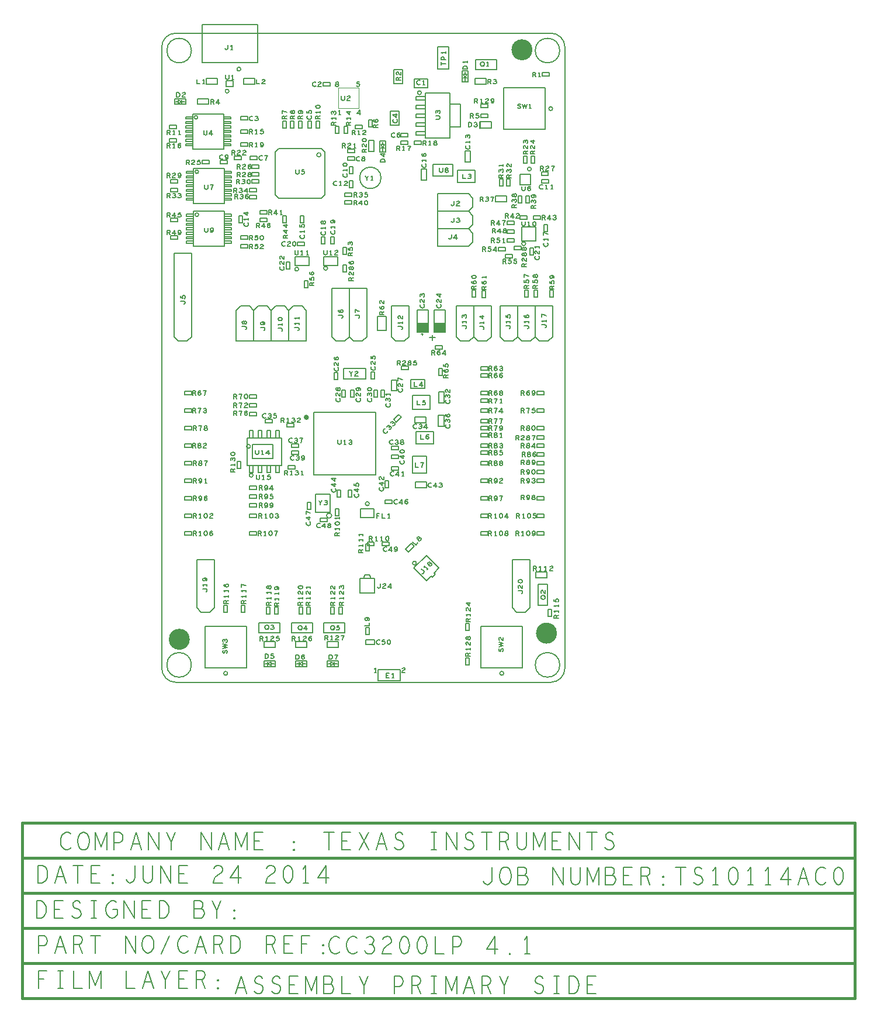
<source format=gbr>
G04 ================== begin FILE IDENTIFICATION RECORD ==================*
G04 Layout Name:  CC3200-LAUNCHXL_BRD_Rev4p1_20140624.brd*
G04 Film Name:    AST.gbr*
G04 File Format:  Gerber RS274X*
G04 File Origin:  Cadence Allegro 16.6-P004*
G04 Origin Date:  Tue Jun 24 08:36:08 2014*
G04 *
G04 Layer:  BOARD GEOMETRY/AST*
G04 Layer:  REF DES/ASSEMBLY_TOP*
G04 Layer:  PACKAGE GEOMETRY/ASSEMBLY_TOP*
G04 Layer:  DRAWING FORMAT/AST*
G04 Layer:  DRAWING FORMAT/FILM_LABEL_OUTLINE*
G04 Layer:  BOARD GEOMETRY/OUTLINE*
G04 *
G04 Offset:    (0.0000 0.0000)*
G04 Mirror:    No*
G04 Mode:      Positive*
G04 Rotation:  0*
G04 FullContactRelief:  No*
G04 UndefLineWidth:     6.0000*
G04 ================== end FILE IDENTIFICATION RECORD ====================*
%FSLAX25Y25*MOIN*%
%IR0*IPPOS*OFA0.00000B0.00000*MIA0B0*SFA1.00000B1.00000*%
%ADD10C,.01*%
%ADD11C,.015*%
%ADD12C,.006*%
%ADD13C,.003937*%
G75*
%LPD*%
G75*
G36*
G01X16000Y24500D02*
G02I-6000J0D01*
G37*
G36*
G01X84000Y151000D02*
G03I-1500J0D01*
G37*
G36*
G01X225500Y28000D02*
G02I-6000J0D01*
G37*
G36*
G01X211500Y360500D02*
G02I-6000J0D01*
G37*
G36*
G01X152100Y199700D02*
X145900D01*
Y204800D01*
X152100D01*
Y199700D01*
G37*
G36*
G01X161600D02*
X155400D01*
Y204800D01*
X161600D01*
Y199700D01*
G37*
G54D10*
G01X181358Y315852D02*
Y319395D01*
G54D11*
G01X-77102Y-80133D02*
X395398D01*
Y-180133D01*
X-79602D01*
Y-80133D01*
X-77102D01*
G01X-79602Y-160133D02*
X395398D01*
G01X-79602Y-140133D02*
X395398D01*
G01X-79602Y-120133D02*
X395398D01*
G01X-79602Y-100133D02*
X395398D01*
G54D12*
G01X18017Y93667D02*
Y96167D01*
X19058D01*
X19392Y96042D01*
X19600Y95875D01*
X19683Y95542D01*
X19600Y95208D01*
X19350Y95000D01*
X19058Y94875D01*
X18017D01*
G01X19058D02*
X19683Y93667D01*
G01X21950D02*
Y96167D01*
X21450Y95667D01*
G01Y93667D02*
X22450D01*
G01X25050Y96167D02*
X24717Y96083D01*
X24467Y95875D01*
X24300Y95625D01*
X24175Y95292D01*
X24133Y94917D01*
X24175Y94542D01*
X24300Y94208D01*
X24467Y93958D01*
X24717Y93750D01*
X25050Y93667D01*
X25383Y93750D01*
X25633Y93958D01*
X25800Y94208D01*
X25925Y94542D01*
X25967Y94917D01*
X25925Y95292D01*
X25800Y95625D01*
X25633Y95875D01*
X25383Y96083D01*
X25050Y96167D01*
G01X27358Y95750D02*
X27608Y96000D01*
X27900Y96125D01*
X28233Y96167D01*
X28650Y96083D01*
X28942Y95875D01*
X29025Y95625D01*
X28983Y95375D01*
X28817Y95167D01*
X27983Y94750D01*
X27608Y94458D01*
X27358Y94042D01*
X27275Y93667D01*
X29025D01*
G01X18017Y83667D02*
Y86167D01*
X19058D01*
X19392Y86042D01*
X19600Y85875D01*
X19683Y85542D01*
X19600Y85208D01*
X19350Y85000D01*
X19058Y84875D01*
X18017D01*
G01X19058D02*
X19683Y83667D01*
G01X21950D02*
Y86167D01*
X21450Y85667D01*
G01Y83667D02*
X22450D01*
G01X25050Y86167D02*
X24717Y86083D01*
X24467Y85875D01*
X24300Y85625D01*
X24175Y85292D01*
X24133Y84917D01*
X24175Y84542D01*
X24300Y84208D01*
X24467Y83958D01*
X24717Y83750D01*
X25050Y83667D01*
X25383Y83750D01*
X25633Y83958D01*
X25800Y84208D01*
X25925Y84542D01*
X25967Y84917D01*
X25925Y85292D01*
X25800Y85625D01*
X25633Y85875D01*
X25383Y86083D01*
X25050Y86167D01*
G01X27358Y84708D02*
X27650Y85000D01*
X27900Y85167D01*
X28233Y85250D01*
X28525Y85167D01*
X28733Y85000D01*
X28900Y84750D01*
X28942Y84458D01*
X28900Y84208D01*
X28733Y83958D01*
X28483Y83750D01*
X28192Y83667D01*
X27858Y83750D01*
X27567Y84000D01*
X27400Y84375D01*
X27358Y84792D01*
X27442Y85333D01*
X27567Y85625D01*
X27775Y85917D01*
X28067Y86125D01*
X28358Y86167D01*
X28650Y86083D01*
X28858Y85875D01*
G01X18067Y103667D02*
Y106167D01*
X19108D01*
X19442Y106042D01*
X19650Y105875D01*
X19733Y105542D01*
X19650Y105208D01*
X19400Y105000D01*
X19108Y104875D01*
X18067D01*
G01X19108D02*
X19733Y103667D01*
G01X21292Y103958D02*
X21583Y103750D01*
X21917Y103667D01*
X22250Y103750D01*
X22542Y104000D01*
X22750Y104375D01*
X22833Y104750D01*
Y105208D01*
X22750Y105583D01*
X22542Y105917D01*
X22292Y106083D01*
X22000Y106167D01*
X21667Y106083D01*
X21417Y105917D01*
X21250Y105667D01*
X21167Y105333D01*
X21250Y105042D01*
X21458Y104750D01*
X21708Y104583D01*
X22000Y104542D01*
X22333Y104625D01*
X22583Y104833D01*
X22833Y105208D01*
G01X24308Y104708D02*
X24600Y105000D01*
X24850Y105167D01*
X25183Y105250D01*
X25475Y105167D01*
X25683Y105000D01*
X25850Y104750D01*
X25892Y104458D01*
X25850Y104208D01*
X25683Y103958D01*
X25433Y103750D01*
X25142Y103667D01*
X24808Y103750D01*
X24517Y104000D01*
X24350Y104375D01*
X24308Y104792D01*
X24392Y105333D01*
X24517Y105625D01*
X24725Y105917D01*
X25017Y106125D01*
X25308Y106167D01*
X25600Y106083D01*
X25808Y105875D01*
G01X18067Y113667D02*
Y116167D01*
X19108D01*
X19442Y116042D01*
X19650Y115875D01*
X19733Y115542D01*
X19650Y115208D01*
X19400Y115000D01*
X19108Y114875D01*
X18067D01*
G01X19108D02*
X19733Y113667D01*
G01X21292Y113958D02*
X21583Y113750D01*
X21917Y113667D01*
X22250Y113750D01*
X22542Y114000D01*
X22750Y114375D01*
X22833Y114750D01*
Y115208D01*
X22750Y115583D01*
X22542Y115917D01*
X22292Y116083D01*
X22000Y116167D01*
X21667Y116083D01*
X21417Y115917D01*
X21250Y115667D01*
X21167Y115333D01*
X21250Y115042D01*
X21458Y114750D01*
X21708Y114583D01*
X22000Y114542D01*
X22333Y114625D01*
X22583Y114833D01*
X22833Y115208D01*
G01X25100Y113667D02*
Y116167D01*
X24600Y115667D01*
G01Y113667D02*
X25600D01*
G01X18067Y123667D02*
Y126167D01*
X19108D01*
X19442Y126042D01*
X19650Y125875D01*
X19733Y125542D01*
X19650Y125208D01*
X19400Y125000D01*
X19108Y124875D01*
X18067D01*
G01X19108D02*
X19733Y123667D01*
G01X22000D02*
X22292Y123708D01*
X22625Y123833D01*
X22833Y124042D01*
X22917Y124333D01*
X22833Y124625D01*
X22583Y124875D01*
X22208Y125000D01*
X21792D01*
X21542Y125083D01*
X21333Y125292D01*
X21250Y125583D01*
X21375Y125875D01*
X21667Y126083D01*
X22000Y126167D01*
X22333Y126083D01*
X22625Y125875D01*
X22750Y125583D01*
X22667Y125292D01*
X22458Y125083D01*
X22208Y125000D01*
X21792D01*
X21417Y124875D01*
X21167Y124625D01*
X21083Y124333D01*
X21167Y124042D01*
X21375Y123833D01*
X21708Y123708D01*
X22000Y123667D01*
G01X25017D02*
X25100Y124208D01*
X25225Y124667D01*
X25392Y125083D01*
X25600Y125542D01*
X25933Y126167D01*
X24267D01*
G01X17567Y133667D02*
Y136167D01*
X18608D01*
X18942Y136042D01*
X19150Y135875D01*
X19233Y135542D01*
X19150Y135208D01*
X18900Y135000D01*
X18608Y134875D01*
X17567D01*
G01X18608D02*
X19233Y133667D01*
G01X21500D02*
X21792Y133708D01*
X22125Y133833D01*
X22333Y134042D01*
X22417Y134333D01*
X22333Y134625D01*
X22083Y134875D01*
X21708Y135000D01*
X21292D01*
X21042Y135083D01*
X20833Y135292D01*
X20750Y135583D01*
X20875Y135875D01*
X21167Y136083D01*
X21500Y136167D01*
X21833Y136083D01*
X22125Y135875D01*
X22250Y135583D01*
X22167Y135292D01*
X21958Y135083D01*
X21708Y135000D01*
X21292D01*
X20917Y134875D01*
X20667Y134625D01*
X20583Y134333D01*
X20667Y134042D01*
X20875Y133833D01*
X21208Y133708D01*
X21500Y133667D01*
G01X23808Y135750D02*
X24058Y136000D01*
X24350Y136125D01*
X24683Y136167D01*
X25100Y136083D01*
X25392Y135875D01*
X25475Y135625D01*
X25433Y135375D01*
X25267Y135167D01*
X24433Y134750D01*
X24058Y134458D01*
X23808Y134042D01*
X23725Y133667D01*
X25475D01*
G01X17567Y153667D02*
Y156167D01*
X18608D01*
X18942Y156042D01*
X19150Y155875D01*
X19233Y155542D01*
X19150Y155208D01*
X18900Y155000D01*
X18608Y154875D01*
X17567D01*
G01X18608D02*
X19233Y153667D01*
G01X21417D02*
X21500Y154208D01*
X21625Y154667D01*
X21792Y155083D01*
X22000Y155542D01*
X22333Y156167D01*
X20667D01*
G01X23683Y154167D02*
X23933Y153875D01*
X24267Y153708D01*
X24642Y153667D01*
X24975Y153708D01*
X25308Y153917D01*
X25517Y154167D01*
X25558Y154417D01*
X25475Y154708D01*
X25183Y154917D01*
X24892Y155000D01*
X24517D01*
G01X24892D02*
X25142Y155125D01*
X25350Y155333D01*
X25433Y155583D01*
X25350Y155833D01*
X25142Y156042D01*
X24767Y156167D01*
X24392Y156125D01*
X24017Y155958D01*
G01X18067Y143667D02*
Y146167D01*
X19108D01*
X19442Y146042D01*
X19650Y145875D01*
X19733Y145542D01*
X19650Y145208D01*
X19400Y145000D01*
X19108Y144875D01*
X18067D01*
G01X19108D02*
X19733Y143667D01*
G01X21917D02*
X22000Y144208D01*
X22125Y144667D01*
X22292Y145083D01*
X22500Y145542D01*
X22833Y146167D01*
X21167D01*
G01X25100Y143667D02*
X25392Y143708D01*
X25725Y143833D01*
X25933Y144042D01*
X26017Y144333D01*
X25933Y144625D01*
X25683Y144875D01*
X25308Y145000D01*
X24892D01*
X24642Y145083D01*
X24433Y145292D01*
X24350Y145583D01*
X24475Y145875D01*
X24767Y146083D01*
X25100Y146167D01*
X25433Y146083D01*
X25725Y145875D01*
X25850Y145583D01*
X25767Y145292D01*
X25558Y145083D01*
X25308Y145000D01*
X24892D01*
X24517Y144875D01*
X24267Y144625D01*
X24183Y144333D01*
X24267Y144042D01*
X24475Y143833D01*
X24808Y143708D01*
X25100Y143667D01*
G01X17567Y163667D02*
Y166167D01*
X18608D01*
X18942Y166042D01*
X19150Y165875D01*
X19233Y165542D01*
X19150Y165208D01*
X18900Y165000D01*
X18608Y164875D01*
X17567D01*
G01X18608D02*
X19233Y163667D01*
G01X20708Y164708D02*
X21000Y165000D01*
X21250Y165167D01*
X21583Y165250D01*
X21875Y165167D01*
X22083Y165000D01*
X22250Y164750D01*
X22292Y164458D01*
X22250Y164208D01*
X22083Y163958D01*
X21833Y163750D01*
X21542Y163667D01*
X21208Y163750D01*
X20917Y164000D01*
X20750Y164375D01*
X20708Y164792D01*
X20792Y165333D01*
X20917Y165625D01*
X21125Y165917D01*
X21417Y166125D01*
X21708Y166167D01*
X22000Y166083D01*
X22208Y165875D01*
G01X24517Y163667D02*
X24600Y164208D01*
X24725Y164667D01*
X24892Y165083D01*
X25100Y165542D01*
X25433Y166167D01*
X23767D01*
G01X12833Y215617D02*
X13083Y215825D01*
X13250Y216075D01*
X13333Y216367D01*
X13250Y216700D01*
X13083Y216950D01*
X12833Y217200D01*
X12500Y217283D01*
X10833D01*
G01X12958Y218633D02*
X13167Y218883D01*
X13292Y219175D01*
X13333Y219550D01*
X13250Y219925D01*
X13083Y220217D01*
X12792Y220425D01*
X12458Y220467D01*
X12125Y220383D01*
X11917Y220175D01*
X11750Y219883D01*
X11708Y219592D01*
X11750Y219300D01*
X11917Y218925D01*
X10833Y219050D01*
Y220175D01*
G01X3067Y255167D02*
Y257667D01*
X4108D01*
X4442Y257542D01*
X4650Y257375D01*
X4733Y257042D01*
X4650Y256708D01*
X4400Y256500D01*
X4108Y256375D01*
X3067D01*
G01X4108D02*
X4733Y255167D01*
G01X7500D02*
Y257667D01*
X5958Y255875D01*
X8042D01*
G01X9392Y255458D02*
X9683Y255250D01*
X10017Y255167D01*
X10350Y255250D01*
X10642Y255500D01*
X10850Y255875D01*
X10933Y256250D01*
Y256708D01*
X10850Y257083D01*
X10642Y257417D01*
X10392Y257583D01*
X10100Y257667D01*
X9767Y257583D01*
X9517Y257417D01*
X9350Y257167D01*
X9267Y256833D01*
X9350Y256542D01*
X9558Y256250D01*
X9808Y256083D01*
X10100Y256042D01*
X10433Y256125D01*
X10683Y256333D01*
X10933Y256708D01*
G01X3067Y276167D02*
Y278667D01*
X4108D01*
X4442Y278542D01*
X4650Y278375D01*
X4733Y278042D01*
X4650Y277708D01*
X4400Y277500D01*
X4108Y277375D01*
X3067D01*
G01X4108D02*
X4733Y276167D01*
G01X6083Y276667D02*
X6333Y276375D01*
X6667Y276208D01*
X7042Y276167D01*
X7375Y276208D01*
X7708Y276417D01*
X7917Y276667D01*
X7958Y276917D01*
X7875Y277208D01*
X7583Y277417D01*
X7292Y277500D01*
X6917D01*
G01X7292D02*
X7542Y277625D01*
X7750Y277833D01*
X7833Y278083D01*
X7750Y278333D01*
X7542Y278542D01*
X7167Y278667D01*
X6792Y278625D01*
X6417Y278458D01*
G01X9183Y276667D02*
X9433Y276375D01*
X9767Y276208D01*
X10142Y276167D01*
X10475Y276208D01*
X10808Y276417D01*
X11017Y276667D01*
X11058Y276917D01*
X10975Y277208D01*
X10683Y277417D01*
X10392Y277500D01*
X10017D01*
G01X10392D02*
X10642Y277625D01*
X10850Y277833D01*
X10933Y278083D01*
X10850Y278333D01*
X10642Y278542D01*
X10267Y278667D01*
X9892Y278625D01*
X9517Y278458D01*
G01X3067Y265167D02*
Y267667D01*
X4108D01*
X4442Y267542D01*
X4650Y267375D01*
X4733Y267042D01*
X4650Y266708D01*
X4400Y266500D01*
X4108Y266375D01*
X3067D01*
G01X4108D02*
X4733Y265167D01*
G01X7500D02*
Y267667D01*
X5958Y265875D01*
X8042D01*
G01X9183Y265542D02*
X9433Y265333D01*
X9725Y265208D01*
X10100Y265167D01*
X10475Y265250D01*
X10767Y265417D01*
X10975Y265708D01*
X11017Y266042D01*
X10933Y266375D01*
X10725Y266583D01*
X10433Y266750D01*
X10142Y266792D01*
X9850Y266750D01*
X9475Y266583D01*
X9600Y267667D01*
X10725D01*
G01X3067Y287667D02*
Y290167D01*
X4108D01*
X4442Y290042D01*
X4650Y289875D01*
X4733Y289542D01*
X4650Y289208D01*
X4400Y289000D01*
X4108Y288875D01*
X3067D01*
G01X4108D02*
X4733Y287667D01*
G01X6208Y289750D02*
X6458Y290000D01*
X6750Y290125D01*
X7083Y290167D01*
X7500Y290083D01*
X7792Y289875D01*
X7875Y289625D01*
X7833Y289375D01*
X7667Y289167D01*
X6833Y288750D01*
X6458Y288458D01*
X6208Y288042D01*
X6125Y287667D01*
X7875D01*
G01X9392Y287958D02*
X9683Y287750D01*
X10017Y287667D01*
X10350Y287750D01*
X10642Y288000D01*
X10850Y288375D01*
X10933Y288750D01*
Y289208D01*
X10850Y289583D01*
X10642Y289917D01*
X10392Y290083D01*
X10100Y290167D01*
X9767Y290083D01*
X9517Y289917D01*
X9350Y289667D01*
X9267Y289333D01*
X9350Y289042D01*
X9558Y288750D01*
X9808Y288583D01*
X10100Y288542D01*
X10433Y288625D01*
X10683Y288833D01*
X10933Y289208D01*
G01X14067Y295167D02*
Y297667D01*
X15108D01*
X15442Y297542D01*
X15650Y297375D01*
X15733Y297042D01*
X15650Y296708D01*
X15400Y296500D01*
X15108Y296375D01*
X14067D01*
G01X15108D02*
X15733Y295167D01*
G01X17208Y297250D02*
X17458Y297500D01*
X17750Y297625D01*
X18083Y297667D01*
X18500Y297583D01*
X18792Y297375D01*
X18875Y297125D01*
X18833Y296875D01*
X18667Y296667D01*
X17833Y296250D01*
X17458Y295958D01*
X17208Y295542D01*
X17125Y295167D01*
X18875D01*
G01X20183Y295542D02*
X20433Y295333D01*
X20725Y295208D01*
X21100Y295167D01*
X21475Y295250D01*
X21767Y295417D01*
X21975Y295708D01*
X22017Y296042D01*
X21933Y296375D01*
X21725Y296583D01*
X21433Y296750D01*
X21142Y296792D01*
X20850Y296750D01*
X20475Y296583D01*
X20600Y297667D01*
X21725D01*
G01X3067Y312167D02*
Y314667D01*
X4108D01*
X4442Y314542D01*
X4650Y314375D01*
X4733Y314042D01*
X4650Y313708D01*
X4400Y313500D01*
X4108Y313375D01*
X3067D01*
G01X4108D02*
X4733Y312167D01*
G01X7000D02*
Y314667D01*
X6500Y314167D01*
G01Y312167D02*
X7500D01*
G01X10100D02*
Y314667D01*
X9600Y314167D01*
G01Y312167D02*
X10600D01*
G01X3067Y304667D02*
Y307167D01*
X4108D01*
X4442Y307042D01*
X4650Y306875D01*
X4733Y306542D01*
X4650Y306208D01*
X4400Y306000D01*
X4108Y305875D01*
X3067D01*
G01X4108D02*
X4733Y304667D01*
G01X7000D02*
Y307167D01*
X6500Y306667D01*
G01Y304667D02*
X7500D01*
G01X9308Y305708D02*
X9600Y306000D01*
X9850Y306167D01*
X10183Y306250D01*
X10475Y306167D01*
X10683Y306000D01*
X10850Y305750D01*
X10892Y305458D01*
X10850Y305208D01*
X10683Y304958D01*
X10433Y304750D01*
X10142Y304667D01*
X9808Y304750D01*
X9517Y305000D01*
X9350Y305375D01*
X9308Y305792D01*
X9392Y306333D01*
X9517Y306625D01*
X9725Y306917D01*
X10017Y307125D01*
X10308Y307167D01*
X10600Y307083D01*
X10808Y306875D01*
G01X8533Y333667D02*
Y336167D01*
X9367D01*
X9700Y336042D01*
X9950Y335875D01*
X10158Y335625D01*
X10325Y335333D01*
X10367Y334917D01*
X10325Y334500D01*
X10158Y334208D01*
X9950Y333958D01*
X9700Y333792D01*
X9367Y333667D01*
X8533D01*
G01X11758Y335750D02*
X12008Y336000D01*
X12300Y336125D01*
X12633Y336167D01*
X13050Y336083D01*
X13342Y335875D01*
X13425Y335625D01*
X13383Y335375D01*
X13217Y335167D01*
X12383Y334750D01*
X12008Y334458D01*
X11758Y334042D01*
X11675Y333667D01*
X13425D01*
G01X37000Y16525D02*
X37208Y16858D01*
X37333Y17233D01*
Y17567D01*
X37208Y17900D01*
X37000Y18150D01*
X36708Y18275D01*
X36417Y18192D01*
X36167Y17983D01*
X36000Y17608D01*
X35917Y17108D01*
X35750Y16817D01*
X35458Y16692D01*
X35167Y16775D01*
X34958Y16983D01*
X34833Y17275D01*
Y17567D01*
X34917Y17858D01*
X35125Y18108D01*
G01X34833Y19250D02*
X37333Y19833D01*
X34833Y20500D01*
X37333Y21167D01*
X34833Y21750D01*
G01X36833Y22683D02*
X37125Y22933D01*
X37292Y23267D01*
X37333Y23642D01*
X37292Y23975D01*
X37083Y24308D01*
X36833Y24517D01*
X36583Y24558D01*
X36292Y24475D01*
X36083Y24183D01*
X36000Y23892D01*
Y23517D01*
G01Y23892D02*
X35875Y24142D01*
X35667Y24350D01*
X35417Y24433D01*
X35167Y24350D01*
X34958Y24142D01*
X34833Y23767D01*
X34875Y23392D01*
X35042Y23017D01*
G01X25333Y51567D02*
X25583Y51775D01*
X25750Y52025D01*
X25833Y52317D01*
X25750Y52650D01*
X25583Y52900D01*
X25333Y53150D01*
X25000Y53233D01*
X23333D01*
G01X25833Y55500D02*
X23333D01*
X23833Y55000D01*
G01X25833D02*
Y56000D01*
G01X25542Y57892D02*
X25750Y58183D01*
X25833Y58517D01*
X25750Y58850D01*
X25500Y59142D01*
X25125Y59350D01*
X24750Y59433D01*
X24292D01*
X23917Y59350D01*
X23583Y59142D01*
X23417Y58892D01*
X23333Y58600D01*
X23417Y58267D01*
X23583Y58017D01*
X23833Y57850D01*
X24167Y57767D01*
X24458Y57850D01*
X24750Y58058D01*
X24917Y58308D01*
X24958Y58600D01*
X24875Y58933D01*
X24667Y59183D01*
X24292Y59433D01*
G01X38033Y45017D02*
X35533D01*
Y46058D01*
X35658Y46392D01*
X35825Y46600D01*
X36158Y46683D01*
X36492Y46600D01*
X36700Y46350D01*
X36825Y46058D01*
Y45017D01*
G01Y46058D02*
X38033Y46683D01*
G01Y48950D02*
X35533D01*
X36033Y48450D01*
G01X38033D02*
Y49450D01*
G01Y52050D02*
X35533D01*
X36033Y51550D01*
G01X38033D02*
Y52550D01*
G01X36992Y54358D02*
X36700Y54650D01*
X36533Y54900D01*
X36450Y55233D01*
X36533Y55525D01*
X36700Y55733D01*
X36950Y55900D01*
X37242Y55942D01*
X37492Y55900D01*
X37742Y55733D01*
X37950Y55483D01*
X38033Y55192D01*
X37950Y54858D01*
X37700Y54567D01*
X37325Y54400D01*
X36908Y54358D01*
X36367Y54442D01*
X36075Y54567D01*
X35783Y54775D01*
X35575Y55067D01*
X35533Y55358D01*
X35617Y55650D01*
X35825Y55858D01*
G01X24533Y259000D02*
Y257208D01*
X24700Y256833D01*
X25033Y256583D01*
X25450Y256500D01*
X25867Y256583D01*
X26200Y256833D01*
X26367Y257208D01*
Y259000D01*
G01X27842Y256792D02*
X28133Y256583D01*
X28467Y256500D01*
X28800Y256583D01*
X29092Y256833D01*
X29300Y257208D01*
X29383Y257583D01*
Y258042D01*
X29300Y258417D01*
X29092Y258750D01*
X28842Y258917D01*
X28550Y259000D01*
X28217Y258917D01*
X27967Y258750D01*
X27800Y258500D01*
X27717Y258167D01*
X27800Y257875D01*
X28008Y257583D01*
X28258Y257417D01*
X28550Y257375D01*
X28883Y257458D01*
X29133Y257667D01*
X29383Y258042D01*
G01X34867Y300458D02*
X34617Y300583D01*
X34325Y300667D01*
X33992D01*
X33617Y300542D01*
X33325Y300333D01*
X33117Y300083D01*
X32950Y299667D01*
X32908Y299292D01*
X32992Y298917D01*
X33117Y298667D01*
X33367Y298417D01*
X33658Y298250D01*
X33950Y298167D01*
X34242D01*
X34533Y298250D01*
X34783Y298375D01*
X34992Y298542D01*
G01X36342Y298458D02*
X36633Y298250D01*
X36967Y298167D01*
X37300Y298250D01*
X37592Y298500D01*
X37800Y298875D01*
X37883Y299250D01*
Y299708D01*
X37800Y300083D01*
X37592Y300417D01*
X37342Y300583D01*
X37050Y300667D01*
X36717Y300583D01*
X36467Y300417D01*
X36300Y300167D01*
X36217Y299833D01*
X36300Y299542D01*
X36508Y299250D01*
X36758Y299083D01*
X37050Y299042D01*
X37383Y299125D01*
X37633Y299333D01*
X37883Y299708D01*
G01X24533Y283500D02*
Y281708D01*
X24700Y281333D01*
X25033Y281083D01*
X25450Y281000D01*
X25867Y281083D01*
X26200Y281333D01*
X26367Y281708D01*
Y283500D01*
G01X28467Y281000D02*
X28550Y281542D01*
X28675Y282000D01*
X28842Y282417D01*
X29050Y282875D01*
X29383Y283500D01*
X27717D01*
G01X24033Y314500D02*
Y312708D01*
X24200Y312333D01*
X24533Y312083D01*
X24950Y312000D01*
X25367Y312083D01*
X25700Y312333D01*
X25867Y312708D01*
Y314500D01*
G01X28550Y312000D02*
Y314500D01*
X27008Y312708D01*
X29092D01*
G01X28117Y329667D02*
Y332167D01*
X29158D01*
X29492Y332042D01*
X29700Y331875D01*
X29783Y331542D01*
X29700Y331208D01*
X29450Y331000D01*
X29158Y330875D01*
X28117D01*
G01X29158D02*
X29783Y329667D01*
G01X32550D02*
Y332167D01*
X31008Y330375D01*
X33092D01*
G01X36533Y346167D02*
Y344375D01*
X36700Y344000D01*
X37033Y343750D01*
X37450Y343667D01*
X37867Y343750D01*
X38200Y344000D01*
X38367Y344375D01*
Y346167D01*
G01X40550Y343667D02*
Y346167D01*
X40050Y345667D01*
G01Y343667D02*
X41050D01*
G01X20117D02*
Y341167D01*
X21783D01*
G01X24050D02*
Y343667D01*
X23550Y343167D01*
G01Y341167D02*
X24550D01*
G01X36117Y361167D02*
X36325Y360917D01*
X36575Y360750D01*
X36867Y360667D01*
X37200Y360750D01*
X37450Y360917D01*
X37700Y361167D01*
X37783Y361500D01*
Y363167D01*
G01X40050Y360667D02*
Y363167D01*
X39550Y362667D01*
G01Y360667D02*
X40550D01*
G01X56017Y23667D02*
Y26167D01*
X57058D01*
X57392Y26042D01*
X57600Y25875D01*
X57683Y25542D01*
X57600Y25208D01*
X57350Y25000D01*
X57058Y24875D01*
X56017D01*
G01X57058D02*
X57683Y23667D01*
G01X59950D02*
Y26167D01*
X59450Y25667D01*
G01Y23667D02*
X60450D01*
G01X62258Y25750D02*
X62508Y26000D01*
X62800Y26125D01*
X63133Y26167D01*
X63550Y26083D01*
X63842Y25875D01*
X63925Y25625D01*
X63883Y25375D01*
X63717Y25167D01*
X62883Y24750D01*
X62508Y24458D01*
X62258Y24042D01*
X62175Y23667D01*
X63925D01*
G01X65233Y24042D02*
X65483Y23833D01*
X65775Y23708D01*
X66150Y23667D01*
X66525Y23750D01*
X66817Y23917D01*
X67025Y24208D01*
X67067Y24542D01*
X66983Y24875D01*
X66775Y25083D01*
X66483Y25250D01*
X66192Y25292D01*
X65900Y25250D01*
X65525Y25083D01*
X65650Y26167D01*
X66775D01*
G01X48066Y45017D02*
X45566D01*
Y46058D01*
X45691Y46392D01*
X45857Y46600D01*
X46191Y46683D01*
X46524Y46600D01*
X46732Y46350D01*
X46857Y46058D01*
Y45017D01*
G01Y46058D02*
X48066Y46683D01*
G01Y48950D02*
X45566D01*
X46066Y48450D01*
G01X48066D02*
Y49450D01*
G01Y52050D02*
X45566D01*
X46066Y51550D01*
G01X48066D02*
Y52550D01*
G01Y55067D02*
X47524Y55150D01*
X47066Y55275D01*
X46649Y55442D01*
X46191Y55650D01*
X45566Y55983D01*
Y54317D01*
G01X55517Y93667D02*
Y96167D01*
X56558D01*
X56892Y96042D01*
X57100Y95875D01*
X57183Y95542D01*
X57100Y95208D01*
X56850Y95000D01*
X56558Y94875D01*
X55517D01*
G01X56558D02*
X57183Y93667D01*
G01X59450D02*
Y96167D01*
X58950Y95667D01*
G01Y93667D02*
X59950D01*
G01X62550Y96167D02*
X62217Y96083D01*
X61967Y95875D01*
X61800Y95625D01*
X61675Y95292D01*
X61633Y94917D01*
X61675Y94542D01*
X61800Y94208D01*
X61967Y93958D01*
X62217Y93750D01*
X62550Y93667D01*
X62883Y93750D01*
X63133Y93958D01*
X63300Y94208D01*
X63425Y94542D01*
X63467Y94917D01*
X63425Y95292D01*
X63300Y95625D01*
X63133Y95875D01*
X62883Y96083D01*
X62550Y96167D01*
G01X64733Y94167D02*
X64983Y93875D01*
X65317Y93708D01*
X65692Y93667D01*
X66025Y93708D01*
X66358Y93917D01*
X66567Y94167D01*
X66608Y94417D01*
X66525Y94708D01*
X66233Y94917D01*
X65942Y95000D01*
X65567D01*
G01X65942D02*
X66192Y95125D01*
X66400Y95333D01*
X66483Y95583D01*
X66400Y95833D01*
X66192Y96042D01*
X65817Y96167D01*
X65442Y96125D01*
X65067Y95958D01*
G01X55017Y83667D02*
Y86167D01*
X56058D01*
X56392Y86042D01*
X56600Y85875D01*
X56683Y85542D01*
X56600Y85208D01*
X56350Y85000D01*
X56058Y84875D01*
X55017D01*
G01X56058D02*
X56683Y83667D01*
G01X58950D02*
Y86167D01*
X58450Y85667D01*
G01Y83667D02*
X59450D01*
G01X62050Y86167D02*
X61717Y86083D01*
X61467Y85875D01*
X61300Y85625D01*
X61175Y85292D01*
X61133Y84917D01*
X61175Y84542D01*
X61300Y84208D01*
X61467Y83958D01*
X61717Y83750D01*
X62050Y83667D01*
X62383Y83750D01*
X62633Y83958D01*
X62800Y84208D01*
X62925Y84542D01*
X62967Y84917D01*
X62925Y85292D01*
X62800Y85625D01*
X62633Y85875D01*
X62383Y86083D01*
X62050Y86167D01*
G01X65067Y83667D02*
X65150Y84208D01*
X65275Y84667D01*
X65442Y85083D01*
X65650Y85542D01*
X65983Y86167D01*
X64317D01*
G01X55567Y99667D02*
Y102167D01*
X56608D01*
X56942Y102042D01*
X57150Y101875D01*
X57233Y101542D01*
X57150Y101208D01*
X56900Y101000D01*
X56608Y100875D01*
X55567D01*
G01X56608D02*
X57233Y99667D01*
G01X58792Y99958D02*
X59083Y99750D01*
X59417Y99667D01*
X59750Y99750D01*
X60042Y100000D01*
X60250Y100375D01*
X60333Y100750D01*
Y101208D01*
X60250Y101583D01*
X60042Y101917D01*
X59792Y102083D01*
X59500Y102167D01*
X59167Y102083D01*
X58917Y101917D01*
X58750Y101667D01*
X58667Y101333D01*
X58750Y101042D01*
X58958Y100750D01*
X59208Y100583D01*
X59500Y100542D01*
X59833Y100625D01*
X60083Y100833D01*
X60333Y101208D01*
G01X61892Y99958D02*
X62183Y99750D01*
X62517Y99667D01*
X62850Y99750D01*
X63142Y100000D01*
X63350Y100375D01*
X63433Y100750D01*
Y101208D01*
X63350Y101583D01*
X63142Y101917D01*
X62892Y102083D01*
X62600Y102167D01*
X62267Y102083D01*
X62017Y101917D01*
X61850Y101667D01*
X61767Y101333D01*
X61850Y101042D01*
X62058Y100750D01*
X62308Y100583D01*
X62600Y100542D01*
X62933Y100625D01*
X63183Y100833D01*
X63433Y101208D01*
G01X53983Y118167D02*
Y116375D01*
X54150Y116000D01*
X54483Y115750D01*
X54900Y115667D01*
X55317Y115750D01*
X55650Y116000D01*
X55817Y116375D01*
Y118167D01*
G01X58000Y115667D02*
Y118167D01*
X57500Y117667D01*
G01Y115667D02*
X58500D01*
G01X60183Y116042D02*
X60433Y115833D01*
X60725Y115708D01*
X61100Y115667D01*
X61475Y115750D01*
X61767Y115917D01*
X61975Y116208D01*
X62017Y116542D01*
X61933Y116875D01*
X61725Y117083D01*
X61433Y117250D01*
X61142Y117292D01*
X60850Y117250D01*
X60475Y117083D01*
X60600Y118167D01*
X61725D01*
G01X55567Y109667D02*
Y112167D01*
X56608D01*
X56942Y112042D01*
X57150Y111875D01*
X57233Y111542D01*
X57150Y111208D01*
X56900Y111000D01*
X56608Y110875D01*
X55567D01*
G01X56608D02*
X57233Y109667D01*
G01X58792Y109958D02*
X59083Y109750D01*
X59417Y109667D01*
X59750Y109750D01*
X60042Y110000D01*
X60250Y110375D01*
X60333Y110750D01*
Y111208D01*
X60250Y111583D01*
X60042Y111917D01*
X59792Y112083D01*
X59500Y112167D01*
X59167Y112083D01*
X58917Y111917D01*
X58750Y111667D01*
X58667Y111333D01*
X58750Y111042D01*
X58958Y110750D01*
X59208Y110583D01*
X59500Y110542D01*
X59833Y110625D01*
X60083Y110833D01*
X60333Y111208D01*
G01X63100Y109667D02*
Y112167D01*
X61558Y110375D01*
X63642D01*
G01X55567Y104667D02*
Y107167D01*
X56608D01*
X56942Y107042D01*
X57150Y106875D01*
X57233Y106542D01*
X57150Y106208D01*
X56900Y106000D01*
X56608Y105875D01*
X55567D01*
G01X56608D02*
X57233Y104667D01*
G01X58792Y104958D02*
X59083Y104750D01*
X59417Y104667D01*
X59750Y104750D01*
X60042Y105000D01*
X60250Y105375D01*
X60333Y105750D01*
Y106208D01*
X60250Y106583D01*
X60042Y106917D01*
X59792Y107083D01*
X59500Y107167D01*
X59167Y107083D01*
X58917Y106917D01*
X58750Y106667D01*
X58667Y106333D01*
X58750Y106042D01*
X58958Y105750D01*
X59208Y105583D01*
X59500Y105542D01*
X59833Y105625D01*
X60083Y105833D01*
X60333Y106208D01*
G01X61683Y105042D02*
X61933Y104833D01*
X62225Y104708D01*
X62600Y104667D01*
X62975Y104750D01*
X63267Y104917D01*
X63475Y105208D01*
X63517Y105542D01*
X63433Y105875D01*
X63225Y106083D01*
X62933Y106250D01*
X62642Y106292D01*
X62350Y106250D01*
X61975Y106083D01*
X62100Y107167D01*
X63225D01*
G01X41833Y120017D02*
X39333D01*
Y121058D01*
X39458Y121392D01*
X39625Y121600D01*
X39958Y121683D01*
X40292Y121600D01*
X40500Y121350D01*
X40625Y121058D01*
Y120017D01*
G01Y121058D02*
X41833Y121683D01*
G01Y123950D02*
X39333D01*
X39833Y123450D01*
G01X41833D02*
Y124450D01*
G01X41333Y126133D02*
X41625Y126383D01*
X41792Y126717D01*
X41833Y127092D01*
X41792Y127425D01*
X41583Y127758D01*
X41333Y127967D01*
X41083Y128008D01*
X40792Y127925D01*
X40583Y127633D01*
X40500Y127342D01*
Y126967D01*
G01Y127342D02*
X40375Y127592D01*
X40167Y127800D01*
X39917Y127883D01*
X39667Y127800D01*
X39458Y127592D01*
X39333Y127217D01*
X39375Y126842D01*
X39542Y126467D01*
G01X39333Y130150D02*
X39417Y129817D01*
X39625Y129567D01*
X39875Y129400D01*
X40208Y129275D01*
X40583Y129233D01*
X40958Y129275D01*
X41292Y129400D01*
X41542Y129567D01*
X41750Y129817D01*
X41833Y130150D01*
X41750Y130483D01*
X41542Y130733D01*
X41292Y130900D01*
X40958Y131025D01*
X40583Y131067D01*
X40208Y131025D01*
X39875Y130900D01*
X39625Y130733D01*
X39417Y130483D01*
X39333Y130150D01*
G01X53483Y132333D02*
Y130542D01*
X53650Y130167D01*
X53983Y129917D01*
X54400Y129833D01*
X54817Y129917D01*
X55150Y130167D01*
X55317Y130542D01*
Y132333D01*
G01X57500Y129833D02*
Y132333D01*
X57000Y131833D01*
G01Y129833D02*
X58000D01*
G01X61100D02*
Y132333D01*
X59558Y130542D01*
X61642D01*
G01X41067Y161667D02*
Y164167D01*
X42108D01*
X42442Y164042D01*
X42650Y163875D01*
X42733Y163542D01*
X42650Y163208D01*
X42400Y163000D01*
X42108Y162875D01*
X41067D01*
G01X42108D02*
X42733Y161667D01*
G01X44917D02*
X45000Y162208D01*
X45125Y162667D01*
X45292Y163083D01*
X45500Y163542D01*
X45833Y164167D01*
X44167D01*
G01X48100D02*
X47767Y164083D01*
X47517Y163875D01*
X47350Y163625D01*
X47225Y163292D01*
X47183Y162917D01*
X47225Y162542D01*
X47350Y162208D01*
X47517Y161958D01*
X47767Y161750D01*
X48100Y161667D01*
X48433Y161750D01*
X48683Y161958D01*
X48850Y162208D01*
X48975Y162542D01*
X49017Y162917D01*
X48975Y163292D01*
X48850Y163625D01*
X48683Y163875D01*
X48433Y164083D01*
X48100Y164167D01*
G01X41067Y156667D02*
Y159167D01*
X42108D01*
X42442Y159042D01*
X42650Y158875D01*
X42733Y158542D01*
X42650Y158208D01*
X42400Y158000D01*
X42108Y157875D01*
X41067D01*
G01X42108D02*
X42733Y156667D01*
G01X44917D02*
X45000Y157208D01*
X45125Y157667D01*
X45292Y158083D01*
X45500Y158542D01*
X45833Y159167D01*
X44167D01*
G01X47308Y158750D02*
X47558Y159000D01*
X47850Y159125D01*
X48183Y159167D01*
X48600Y159083D01*
X48892Y158875D01*
X48975Y158625D01*
X48933Y158375D01*
X48767Y158167D01*
X47933Y157750D01*
X47558Y157458D01*
X47308Y157042D01*
X47225Y156667D01*
X48975D01*
G01X41067Y152167D02*
Y154667D01*
X42108D01*
X42442Y154542D01*
X42650Y154375D01*
X42733Y154042D01*
X42650Y153708D01*
X42400Y153500D01*
X42108Y153375D01*
X41067D01*
G01X42108D02*
X42733Y152167D01*
G01X44917D02*
X45000Y152708D01*
X45125Y153167D01*
X45292Y153583D01*
X45500Y154042D01*
X45833Y154667D01*
X44167D01*
G01X47308Y153208D02*
X47600Y153500D01*
X47850Y153667D01*
X48183Y153750D01*
X48475Y153667D01*
X48683Y153500D01*
X48850Y153250D01*
X48892Y152958D01*
X48850Y152708D01*
X48683Y152458D01*
X48433Y152250D01*
X48142Y152167D01*
X47808Y152250D01*
X47517Y152500D01*
X47350Y152875D01*
X47308Y153292D01*
X47392Y153833D01*
X47517Y154125D01*
X47725Y154417D01*
X48017Y154625D01*
X48308Y154667D01*
X48600Y154583D01*
X48808Y154375D01*
G01X58333Y200617D02*
X58583Y200825D01*
X58750Y201075D01*
X58833Y201367D01*
X58750Y201700D01*
X58583Y201950D01*
X58333Y202200D01*
X58000Y202283D01*
X56333D01*
G01X58542Y203842D02*
X58750Y204133D01*
X58833Y204467D01*
X58750Y204800D01*
X58500Y205092D01*
X58125Y205300D01*
X57750Y205383D01*
X57292D01*
X56917Y205300D01*
X56583Y205092D01*
X56417Y204842D01*
X56333Y204550D01*
X56417Y204217D01*
X56583Y203967D01*
X56833Y203800D01*
X57167Y203717D01*
X57458Y203800D01*
X57750Y204008D01*
X57917Y204258D01*
X57958Y204550D01*
X57875Y204883D01*
X57667Y205133D01*
X57292Y205383D01*
G01X47833Y201117D02*
X48083Y201325D01*
X48250Y201575D01*
X48333Y201867D01*
X48250Y202200D01*
X48083Y202450D01*
X47833Y202700D01*
X47500Y202783D01*
X45833D01*
G01X48333Y205050D02*
X48292Y205342D01*
X48167Y205675D01*
X47958Y205883D01*
X47667Y205967D01*
X47375Y205883D01*
X47125Y205633D01*
X47000Y205258D01*
Y204842D01*
X46917Y204592D01*
X46708Y204383D01*
X46417Y204300D01*
X46125Y204425D01*
X45917Y204717D01*
X45833Y205050D01*
X45917Y205383D01*
X46125Y205675D01*
X46417Y205800D01*
X46708Y205717D01*
X46917Y205508D01*
X47000Y205258D01*
Y204842D01*
X47125Y204467D01*
X47375Y204217D01*
X47667Y204133D01*
X47958Y204217D01*
X48167Y204425D01*
X48292Y204758D01*
X48333Y205050D01*
G01X47042Y261817D02*
X46917Y261567D01*
X46833Y261275D01*
Y260942D01*
X46958Y260567D01*
X47167Y260275D01*
X47417Y260067D01*
X47833Y259900D01*
X48208Y259858D01*
X48583Y259942D01*
X48833Y260067D01*
X49083Y260317D01*
X49250Y260608D01*
X49333Y260900D01*
Y261192D01*
X49250Y261483D01*
X49125Y261733D01*
X48958Y261942D01*
G01X49333Y264000D02*
X46833D01*
X47333Y263500D01*
G01X49333D02*
Y264500D01*
G01Y267600D02*
X46833D01*
X48625Y266058D01*
Y268142D01*
G01X54067Y259167D02*
Y261667D01*
X55108D01*
X55442Y261542D01*
X55650Y261375D01*
X55733Y261042D01*
X55650Y260708D01*
X55400Y260500D01*
X55108Y260375D01*
X54067D01*
G01X55108D02*
X55733Y259167D01*
G01X58500D02*
Y261667D01*
X56958Y259875D01*
X59042D01*
G01X60308Y260208D02*
X60600Y260500D01*
X60850Y260667D01*
X61183Y260750D01*
X61475Y260667D01*
X61683Y260500D01*
X61850Y260250D01*
X61892Y259958D01*
X61850Y259708D01*
X61683Y259458D01*
X61433Y259250D01*
X61142Y259167D01*
X60808Y259250D01*
X60517Y259500D01*
X60350Y259875D01*
X60308Y260292D01*
X60392Y260833D01*
X60517Y261125D01*
X60725Y261417D01*
X61017Y261625D01*
X61308Y261667D01*
X61600Y261583D01*
X61808Y261375D01*
G01X50067Y252167D02*
Y254667D01*
X51108D01*
X51442Y254542D01*
X51650Y254375D01*
X51733Y254042D01*
X51650Y253708D01*
X51400Y253500D01*
X51108Y253375D01*
X50067D01*
G01X51108D02*
X51733Y252167D01*
G01X53083Y252542D02*
X53333Y252333D01*
X53625Y252208D01*
X54000Y252167D01*
X54375Y252250D01*
X54667Y252417D01*
X54875Y252708D01*
X54917Y253042D01*
X54833Y253375D01*
X54625Y253583D01*
X54333Y253750D01*
X54042Y253792D01*
X53750Y253750D01*
X53375Y253583D01*
X53500Y254667D01*
X54625D01*
G01X57100D02*
X56767Y254583D01*
X56517Y254375D01*
X56350Y254125D01*
X56225Y253792D01*
X56183Y253417D01*
X56225Y253042D01*
X56350Y252708D01*
X56517Y252458D01*
X56767Y252250D01*
X57100Y252167D01*
X57433Y252250D01*
X57683Y252458D01*
X57850Y252708D01*
X57975Y253042D01*
X58017Y253417D01*
X57975Y253792D01*
X57850Y254125D01*
X57683Y254375D01*
X57433Y254583D01*
X57100Y254667D01*
G01X50067Y247167D02*
Y249667D01*
X51108D01*
X51442Y249542D01*
X51650Y249375D01*
X51733Y249042D01*
X51650Y248708D01*
X51400Y248500D01*
X51108Y248375D01*
X50067D01*
G01X51108D02*
X51733Y247167D01*
G01X53083Y247542D02*
X53333Y247333D01*
X53625Y247208D01*
X54000Y247167D01*
X54375Y247250D01*
X54667Y247417D01*
X54875Y247708D01*
X54917Y248042D01*
X54833Y248375D01*
X54625Y248583D01*
X54333Y248750D01*
X54042Y248792D01*
X53750Y248750D01*
X53375Y248583D01*
X53500Y249667D01*
X54625D01*
G01X56308Y249250D02*
X56558Y249500D01*
X56850Y249625D01*
X57183Y249667D01*
X57600Y249583D01*
X57892Y249375D01*
X57975Y249125D01*
X57933Y248875D01*
X57767Y248667D01*
X56933Y248250D01*
X56558Y247958D01*
X56308Y247542D01*
X56225Y247167D01*
X57975D01*
G01X41567Y275667D02*
Y278167D01*
X42608D01*
X42942Y278042D01*
X43150Y277875D01*
X43233Y277542D01*
X43150Y277208D01*
X42900Y277000D01*
X42608Y276875D01*
X41567D01*
G01X42608D02*
X43233Y275667D01*
G01X44583Y276167D02*
X44833Y275875D01*
X45167Y275708D01*
X45542Y275667D01*
X45875Y275708D01*
X46208Y275917D01*
X46417Y276167D01*
X46458Y276417D01*
X46375Y276708D01*
X46083Y276917D01*
X45792Y277000D01*
X45417D01*
G01X45792D02*
X46042Y277125D01*
X46250Y277333D01*
X46333Y277583D01*
X46250Y277833D01*
X46042Y278042D01*
X45667Y278167D01*
X45292Y278125D01*
X44917Y277958D01*
G01X47808Y276708D02*
X48100Y277000D01*
X48350Y277167D01*
X48683Y277250D01*
X48975Y277167D01*
X49183Y277000D01*
X49350Y276750D01*
X49392Y276458D01*
X49350Y276208D01*
X49183Y275958D01*
X48933Y275750D01*
X48642Y275667D01*
X48308Y275750D01*
X48017Y276000D01*
X47850Y276375D01*
X47808Y276792D01*
X47892Y277333D01*
X48017Y277625D01*
X48225Y277917D01*
X48517Y278125D01*
X48808Y278167D01*
X49100Y278083D01*
X49308Y277875D01*
G01X41067Y279167D02*
Y281667D01*
X42108D01*
X42442Y281542D01*
X42650Y281375D01*
X42733Y281042D01*
X42650Y280708D01*
X42400Y280500D01*
X42108Y280375D01*
X41067D01*
G01X42108D02*
X42733Y279167D01*
G01X44083Y279667D02*
X44333Y279375D01*
X44667Y279208D01*
X45042Y279167D01*
X45375Y279208D01*
X45708Y279417D01*
X45917Y279667D01*
X45958Y279917D01*
X45875Y280208D01*
X45583Y280417D01*
X45292Y280500D01*
X44917D01*
G01X45292D02*
X45542Y280625D01*
X45750Y280833D01*
X45833Y281083D01*
X45750Y281333D01*
X45542Y281542D01*
X45167Y281667D01*
X44792Y281625D01*
X44417Y281458D01*
G01X48600Y279167D02*
Y281667D01*
X47058Y279875D01*
X49142D01*
G01X57367Y299958D02*
X57117Y300083D01*
X56825Y300167D01*
X56492D01*
X56117Y300042D01*
X55825Y299833D01*
X55617Y299583D01*
X55450Y299167D01*
X55408Y298792D01*
X55492Y298417D01*
X55617Y298167D01*
X55867Y297917D01*
X56158Y297750D01*
X56450Y297667D01*
X56742D01*
X57033Y297750D01*
X57283Y297875D01*
X57492Y298042D01*
G01X59467Y297667D02*
X59550Y298208D01*
X59675Y298667D01*
X59842Y299083D01*
X60050Y299542D01*
X60383Y300167D01*
X58717D01*
G01X43067Y288167D02*
Y290667D01*
X44108D01*
X44442Y290542D01*
X44650Y290375D01*
X44733Y290042D01*
X44650Y289708D01*
X44400Y289500D01*
X44108Y289375D01*
X43067D01*
G01X44108D02*
X44733Y288167D01*
G01X46208Y290250D02*
X46458Y290500D01*
X46750Y290625D01*
X47083Y290667D01*
X47500Y290583D01*
X47792Y290375D01*
X47875Y290125D01*
X47833Y289875D01*
X47667Y289667D01*
X46833Y289250D01*
X46458Y288958D01*
X46208Y288542D01*
X46125Y288167D01*
X47875D01*
G01X50100D02*
X50392Y288208D01*
X50725Y288333D01*
X50933Y288542D01*
X51017Y288833D01*
X50933Y289125D01*
X50683Y289375D01*
X50308Y289500D01*
X49892D01*
X49642Y289583D01*
X49433Y289792D01*
X49350Y290083D01*
X49475Y290375D01*
X49767Y290583D01*
X50100Y290667D01*
X50433Y290583D01*
X50725Y290375D01*
X50850Y290083D01*
X50767Y289792D01*
X50558Y289583D01*
X50308Y289500D01*
X49892D01*
X49517Y289375D01*
X49267Y289125D01*
X49183Y288833D01*
X49267Y288542D01*
X49475Y288333D01*
X49808Y288208D01*
X50100Y288167D01*
G01X42567Y284167D02*
Y286667D01*
X43608D01*
X43942Y286542D01*
X44150Y286375D01*
X44233Y286042D01*
X44150Y285708D01*
X43900Y285500D01*
X43608Y285375D01*
X42567D01*
G01X43608D02*
X44233Y284167D01*
G01X45583Y284667D02*
X45833Y284375D01*
X46167Y284208D01*
X46542Y284167D01*
X46875Y284208D01*
X47208Y284417D01*
X47417Y284667D01*
X47458Y284917D01*
X47375Y285208D01*
X47083Y285417D01*
X46792Y285500D01*
X46417D01*
G01X46792D02*
X47042Y285625D01*
X47250Y285833D01*
X47333Y286083D01*
X47250Y286333D01*
X47042Y286542D01*
X46667Y286667D01*
X46292Y286625D01*
X45917Y286458D01*
G01X49600Y286667D02*
X49267Y286583D01*
X49017Y286375D01*
X48850Y286125D01*
X48725Y285792D01*
X48683Y285417D01*
X48725Y285042D01*
X48850Y284708D01*
X49017Y284458D01*
X49267Y284250D01*
X49600Y284167D01*
X49933Y284250D01*
X50183Y284458D01*
X50350Y284708D01*
X50475Y285042D01*
X50517Y285417D01*
X50475Y285792D01*
X50350Y286125D01*
X50183Y286375D01*
X49933Y286583D01*
X49600Y286667D01*
G01X43067Y292667D02*
Y295167D01*
X44108D01*
X44442Y295042D01*
X44650Y294875D01*
X44733Y294542D01*
X44650Y294208D01*
X44400Y294000D01*
X44108Y293875D01*
X43067D01*
G01X44108D02*
X44733Y292667D01*
G01X46208Y294750D02*
X46458Y295000D01*
X46750Y295125D01*
X47083Y295167D01*
X47500Y295083D01*
X47792Y294875D01*
X47875Y294625D01*
X47833Y294375D01*
X47667Y294167D01*
X46833Y293750D01*
X46458Y293458D01*
X46208Y293042D01*
X46125Y292667D01*
X47875D01*
G01X49308Y293708D02*
X49600Y294000D01*
X49850Y294167D01*
X50183Y294250D01*
X50475Y294167D01*
X50683Y294000D01*
X50850Y293750D01*
X50892Y293458D01*
X50850Y293208D01*
X50683Y292958D01*
X50433Y292750D01*
X50142Y292667D01*
X49808Y292750D01*
X49517Y293000D01*
X49350Y293375D01*
X49308Y293792D01*
X49392Y294333D01*
X49517Y294625D01*
X49725Y294917D01*
X50017Y295125D01*
X50308Y295167D01*
X50600Y295083D01*
X50808Y294875D01*
G01X50067Y305167D02*
Y307667D01*
X51108D01*
X51442Y307542D01*
X51650Y307375D01*
X51733Y307042D01*
X51650Y306708D01*
X51400Y306500D01*
X51108Y306375D01*
X50067D01*
G01X51108D02*
X51733Y305167D01*
G01X54000D02*
Y307667D01*
X53500Y307167D01*
G01Y305167D02*
X54500D01*
G01X56392Y305458D02*
X56683Y305250D01*
X57017Y305167D01*
X57350Y305250D01*
X57642Y305500D01*
X57850Y305875D01*
X57933Y306250D01*
Y306708D01*
X57850Y307083D01*
X57642Y307417D01*
X57392Y307583D01*
X57100Y307667D01*
X56767Y307583D01*
X56517Y307417D01*
X56350Y307167D01*
X56267Y306833D01*
X56350Y306542D01*
X56558Y306250D01*
X56808Y306083D01*
X57100Y306042D01*
X57433Y306125D01*
X57683Y306333D01*
X57933Y306708D01*
G01X50067Y312667D02*
Y315167D01*
X51108D01*
X51442Y315042D01*
X51650Y314875D01*
X51733Y314542D01*
X51650Y314208D01*
X51400Y314000D01*
X51108Y313875D01*
X50067D01*
G01X51108D02*
X51733Y312667D01*
G01X54000D02*
Y315167D01*
X53500Y314667D01*
G01Y312667D02*
X54500D01*
G01X56183Y313042D02*
X56433Y312833D01*
X56725Y312708D01*
X57100Y312667D01*
X57475Y312750D01*
X57767Y312917D01*
X57975Y313208D01*
X58017Y313542D01*
X57933Y313875D01*
X57725Y314083D01*
X57433Y314250D01*
X57142Y314292D01*
X56850Y314250D01*
X56475Y314083D01*
X56600Y315167D01*
X57725D01*
G01X40067Y300667D02*
Y303167D01*
X41108D01*
X41442Y303042D01*
X41650Y302875D01*
X41733Y302542D01*
X41650Y302208D01*
X41400Y302000D01*
X41108Y301875D01*
X40067D01*
G01X41108D02*
X41733Y300667D01*
G01X43208Y302750D02*
X43458Y303000D01*
X43750Y303125D01*
X44083Y303167D01*
X44500Y303083D01*
X44792Y302875D01*
X44875Y302625D01*
X44833Y302375D01*
X44667Y302167D01*
X43833Y301750D01*
X43458Y301458D01*
X43208Y301042D01*
X43125Y300667D01*
X44875D01*
G01X46308Y302750D02*
X46558Y303000D01*
X46850Y303125D01*
X47183Y303167D01*
X47600Y303083D01*
X47892Y302875D01*
X47975Y302625D01*
X47933Y302375D01*
X47767Y302167D01*
X46933Y301750D01*
X46558Y301458D01*
X46308Y301042D01*
X46225Y300667D01*
X47975D01*
G01X51867Y322458D02*
X51617Y322583D01*
X51325Y322667D01*
X50992D01*
X50617Y322542D01*
X50325Y322333D01*
X50117Y322083D01*
X49950Y321667D01*
X49908Y321292D01*
X49992Y320917D01*
X50117Y320667D01*
X50367Y320417D01*
X50658Y320250D01*
X50950Y320167D01*
X51242D01*
X51533Y320250D01*
X51783Y320375D01*
X51992Y320542D01*
G01X53133Y320667D02*
X53383Y320375D01*
X53717Y320208D01*
X54092Y320167D01*
X54425Y320208D01*
X54758Y320417D01*
X54967Y320667D01*
X55008Y320917D01*
X54925Y321208D01*
X54633Y321417D01*
X54342Y321500D01*
X53967D01*
G01X54342D02*
X54592Y321625D01*
X54800Y321833D01*
X54883Y322083D01*
X54800Y322333D01*
X54592Y322542D01*
X54217Y322667D01*
X53842Y322625D01*
X53467Y322458D01*
G01X54117Y343667D02*
Y341167D01*
X55783D01*
G01X57258Y343250D02*
X57508Y343500D01*
X57800Y343625D01*
X58133Y343667D01*
X58550Y343583D01*
X58842Y343375D01*
X58925Y343125D01*
X58883Y342875D01*
X58717Y342667D01*
X57883Y342250D01*
X57508Y341958D01*
X57258Y341542D01*
X57175Y341167D01*
X58925D01*
G01X74517Y23667D02*
Y26167D01*
X75558D01*
X75892Y26042D01*
X76100Y25875D01*
X76183Y25542D01*
X76100Y25208D01*
X75850Y25000D01*
X75558Y24875D01*
X74517D01*
G01X75558D02*
X76183Y23667D01*
G01X78450D02*
Y26167D01*
X77950Y25667D01*
G01Y23667D02*
X78950D01*
G01X80758Y25750D02*
X81008Y26000D01*
X81300Y26125D01*
X81633Y26167D01*
X82050Y26083D01*
X82342Y25875D01*
X82425Y25625D01*
X82383Y25375D01*
X82217Y25167D01*
X81383Y24750D01*
X81008Y24458D01*
X80758Y24042D01*
X80675Y23667D01*
X82425D01*
G01X83858Y24708D02*
X84150Y25000D01*
X84400Y25167D01*
X84733Y25250D01*
X85025Y25167D01*
X85233Y25000D01*
X85400Y24750D01*
X85442Y24458D01*
X85400Y24208D01*
X85233Y23958D01*
X84983Y23750D01*
X84692Y23667D01*
X84358Y23750D01*
X84067Y24000D01*
X83900Y24375D01*
X83858Y24792D01*
X83942Y25333D01*
X84067Y25625D01*
X84275Y25917D01*
X84567Y26125D01*
X84858Y26167D01*
X85150Y26083D01*
X85358Y25875D01*
G01X59033Y13667D02*
Y16167D01*
X59867D01*
X60200Y16042D01*
X60450Y15875D01*
X60658Y15625D01*
X60825Y15333D01*
X60867Y14917D01*
X60825Y14500D01*
X60658Y14208D01*
X60450Y13958D01*
X60200Y13792D01*
X59867Y13667D01*
X59033D01*
G01X62133Y14042D02*
X62383Y13833D01*
X62675Y13708D01*
X63050Y13667D01*
X63425Y13750D01*
X63717Y13917D01*
X63925Y14208D01*
X63967Y14542D01*
X63883Y14875D01*
X63675Y15083D01*
X63383Y15250D01*
X63092Y15292D01*
X62800Y15250D01*
X62425Y15083D01*
X62550Y16167D01*
X63675D01*
G01X76533Y13167D02*
Y15667D01*
X77367D01*
X77700Y15542D01*
X77950Y15375D01*
X78158Y15125D01*
X78325Y14833D01*
X78367Y14417D01*
X78325Y14000D01*
X78158Y13708D01*
X77950Y13458D01*
X77700Y13292D01*
X77367Y13167D01*
X76533D01*
G01X79758Y14208D02*
X80050Y14500D01*
X80300Y14667D01*
X80633Y14750D01*
X80925Y14667D01*
X81133Y14500D01*
X81300Y14250D01*
X81342Y13958D01*
X81300Y13708D01*
X81133Y13458D01*
X80883Y13250D01*
X80592Y13167D01*
X80258Y13250D01*
X79967Y13500D01*
X79800Y13875D01*
X79758Y14292D01*
X79842Y14833D01*
X79967Y15125D01*
X80175Y15417D01*
X80467Y15625D01*
X80758Y15667D01*
X81050Y15583D01*
X81258Y15375D01*
G01X66833Y43517D02*
X64333D01*
Y44558D01*
X64458Y44892D01*
X64625Y45100D01*
X64958Y45183D01*
X65292Y45100D01*
X65500Y44850D01*
X65625Y44558D01*
Y43517D01*
G01Y44558D02*
X66833Y45183D01*
G01Y47450D02*
X64333D01*
X64833Y46950D01*
G01X66833D02*
Y47950D01*
G01Y50550D02*
X64333D01*
X64833Y50050D01*
G01X66833D02*
Y51050D01*
G01X66542Y52942D02*
X66750Y53233D01*
X66833Y53567D01*
X66750Y53900D01*
X66500Y54192D01*
X66125Y54400D01*
X65750Y54483D01*
X65292D01*
X64917Y54400D01*
X64583Y54192D01*
X64417Y53942D01*
X64333Y53650D01*
X64417Y53317D01*
X64583Y53067D01*
X64833Y52900D01*
X65167Y52817D01*
X65458Y52900D01*
X65750Y53108D01*
X65917Y53358D01*
X65958Y53650D01*
X65875Y53983D01*
X65667Y54233D01*
X65292Y54483D01*
G01X59950Y30167D02*
X59617Y30208D01*
X59325Y30375D01*
X59075Y30625D01*
X58908Y30917D01*
X58825Y31250D01*
Y31583D01*
X58908Y31917D01*
X59075Y32208D01*
X59325Y32458D01*
X59617Y32625D01*
X59950Y32667D01*
X60283Y32625D01*
X60575Y32458D01*
X60825Y32208D01*
X60992Y31917D01*
X61075Y31583D01*
Y31250D01*
X60992Y30917D01*
X60825Y30625D01*
X60575Y30375D01*
X60283Y30208D01*
X59950Y30167D01*
G01X60283Y30833D02*
X60783Y30167D01*
G01X62133Y30667D02*
X62383Y30375D01*
X62717Y30208D01*
X63092Y30167D01*
X63425Y30208D01*
X63758Y30417D01*
X63967Y30667D01*
X64008Y30917D01*
X63925Y31208D01*
X63633Y31417D01*
X63342Y31500D01*
X62967D01*
G01X63342D02*
X63592Y31625D01*
X63800Y31833D01*
X63883Y32083D01*
X63800Y32333D01*
X63592Y32542D01*
X63217Y32667D01*
X62842Y32625D01*
X62467Y32458D01*
G01X62333Y44017D02*
X59833D01*
Y45058D01*
X59958Y45392D01*
X60125Y45600D01*
X60458Y45683D01*
X60792Y45600D01*
X61000Y45350D01*
X61125Y45058D01*
Y44017D01*
G01Y45058D02*
X62333Y45683D01*
G01Y47950D02*
X59833D01*
X60333Y47450D01*
G01X62333D02*
Y48450D01*
G01Y51050D02*
X59833D01*
X60333Y50550D01*
G01X62333D02*
Y51550D01*
G01Y54150D02*
X62292Y54442D01*
X62167Y54775D01*
X61958Y54983D01*
X61667Y55067D01*
X61375Y54983D01*
X61125Y54733D01*
X61000Y54358D01*
Y53942D01*
X60917Y53692D01*
X60708Y53483D01*
X60417Y53400D01*
X60125Y53525D01*
X59917Y53817D01*
X59833Y54150D01*
X59917Y54483D01*
X60125Y54775D01*
X60417Y54900D01*
X60708Y54817D01*
X60917Y54608D01*
X61000Y54358D01*
Y53942D01*
X61125Y53567D01*
X61375Y53317D01*
X61667Y53233D01*
X61958Y53317D01*
X62167Y53525D01*
X62292Y53858D01*
X62333Y54150D01*
G01X70017Y118167D02*
Y120667D01*
X71058D01*
X71392Y120542D01*
X71600Y120375D01*
X71683Y120042D01*
X71600Y119708D01*
X71350Y119500D01*
X71058Y119375D01*
X70017D01*
G01X71058D02*
X71683Y118167D01*
G01X73950D02*
Y120667D01*
X73450Y120167D01*
G01Y118167D02*
X74450D01*
G01X76133Y118667D02*
X76383Y118375D01*
X76717Y118208D01*
X77092Y118167D01*
X77425Y118208D01*
X77758Y118417D01*
X77967Y118667D01*
X78008Y118917D01*
X77925Y119208D01*
X77633Y119417D01*
X77342Y119500D01*
X76967D01*
G01X77342D02*
X77592Y119625D01*
X77800Y119833D01*
X77883Y120083D01*
X77800Y120333D01*
X77592Y120542D01*
X77217Y120667D01*
X76842Y120625D01*
X76467Y120458D01*
G01X80150Y118167D02*
Y120667D01*
X79650Y120167D01*
G01Y118167D02*
X80650D01*
G01X74317Y138958D02*
X74067Y139083D01*
X73775Y139167D01*
X73442D01*
X73067Y139042D01*
X72775Y138833D01*
X72567Y138583D01*
X72400Y138167D01*
X72358Y137792D01*
X72442Y137417D01*
X72567Y137167D01*
X72817Y136917D01*
X73108Y136750D01*
X73400Y136667D01*
X73692D01*
X73983Y136750D01*
X74233Y136875D01*
X74442Y137042D01*
G01X75583Y137167D02*
X75833Y136875D01*
X76167Y136708D01*
X76542Y136667D01*
X76875Y136708D01*
X77208Y136917D01*
X77417Y137167D01*
X77458Y137417D01*
X77375Y137708D01*
X77083Y137917D01*
X76792Y138000D01*
X76417D01*
G01X76792D02*
X77042Y138125D01*
X77250Y138333D01*
X77333Y138583D01*
X77250Y138833D01*
X77042Y139042D01*
X76667Y139167D01*
X76292Y139125D01*
X75917Y138958D01*
G01X79517Y136667D02*
X79600Y137208D01*
X79725Y137667D01*
X79892Y138083D01*
X80100Y138542D01*
X80433Y139167D01*
X78767D01*
G01X75317Y128958D02*
X75067Y129083D01*
X74775Y129167D01*
X74442D01*
X74067Y129042D01*
X73775Y128833D01*
X73567Y128583D01*
X73400Y128167D01*
X73358Y127792D01*
X73442Y127417D01*
X73567Y127167D01*
X73817Y126917D01*
X74108Y126750D01*
X74400Y126667D01*
X74692D01*
X74983Y126750D01*
X75233Y126875D01*
X75442Y127042D01*
G01X76583Y127167D02*
X76833Y126875D01*
X77167Y126708D01*
X77542Y126667D01*
X77875Y126708D01*
X78208Y126917D01*
X78417Y127167D01*
X78458Y127417D01*
X78375Y127708D01*
X78083Y127917D01*
X77792Y128000D01*
X77417D01*
G01X77792D02*
X78042Y128125D01*
X78250Y128333D01*
X78333Y128583D01*
X78250Y128833D01*
X78042Y129042D01*
X77667Y129167D01*
X77292Y129125D01*
X76917Y128958D01*
G01X79892Y126958D02*
X80183Y126750D01*
X80517Y126667D01*
X80850Y126750D01*
X81142Y127000D01*
X81350Y127375D01*
X81433Y127750D01*
Y128208D01*
X81350Y128583D01*
X81142Y128917D01*
X80892Y129083D01*
X80600Y129167D01*
X80267Y129083D01*
X80017Y128917D01*
X79850Y128667D01*
X79767Y128333D01*
X79850Y128042D01*
X80058Y127750D01*
X80308Y127583D01*
X80600Y127542D01*
X80933Y127625D01*
X81183Y127833D01*
X81433Y128208D01*
G01X59317Y152958D02*
X59067Y153083D01*
X58775Y153167D01*
X58442D01*
X58067Y153042D01*
X57775Y152833D01*
X57567Y152583D01*
X57400Y152167D01*
X57358Y151792D01*
X57442Y151417D01*
X57567Y151167D01*
X57817Y150917D01*
X58108Y150750D01*
X58400Y150667D01*
X58692D01*
X58983Y150750D01*
X59233Y150875D01*
X59442Y151042D01*
G01X60583Y151167D02*
X60833Y150875D01*
X61167Y150708D01*
X61542Y150667D01*
X61875Y150708D01*
X62208Y150917D01*
X62417Y151167D01*
X62458Y151417D01*
X62375Y151708D01*
X62083Y151917D01*
X61792Y152000D01*
X61417D01*
G01X61792D02*
X62042Y152125D01*
X62250Y152333D01*
X62333Y152583D01*
X62250Y152833D01*
X62042Y153042D01*
X61667Y153167D01*
X61292Y153125D01*
X60917Y152958D01*
G01X63683Y151042D02*
X63933Y150833D01*
X64225Y150708D01*
X64600Y150667D01*
X64975Y150750D01*
X65267Y150917D01*
X65475Y151208D01*
X65517Y151542D01*
X65433Y151875D01*
X65225Y152083D01*
X64933Y152250D01*
X64642Y152292D01*
X64350Y152250D01*
X63975Y152083D01*
X64100Y153167D01*
X65225D01*
G01X68017Y148167D02*
Y150667D01*
X69058D01*
X69392Y150542D01*
X69600Y150375D01*
X69683Y150042D01*
X69600Y149708D01*
X69350Y149500D01*
X69058Y149375D01*
X68017D01*
G01X69058D02*
X69683Y148167D01*
G01X71950D02*
Y150667D01*
X71450Y150167D01*
G01Y148167D02*
X72450D01*
G01X74133Y148667D02*
X74383Y148375D01*
X74717Y148208D01*
X75092Y148167D01*
X75425Y148208D01*
X75758Y148417D01*
X75967Y148667D01*
X76008Y148917D01*
X75925Y149208D01*
X75633Y149417D01*
X75342Y149500D01*
X74967D01*
G01X75342D02*
X75592Y149625D01*
X75800Y149833D01*
X75883Y150083D01*
X75800Y150333D01*
X75592Y150542D01*
X75217Y150667D01*
X74842Y150625D01*
X74467Y150458D01*
G01X77358Y150250D02*
X77608Y150500D01*
X77900Y150625D01*
X78233Y150667D01*
X78650Y150583D01*
X78942Y150375D01*
X79025Y150125D01*
X78983Y149875D01*
X78817Y149667D01*
X77983Y149250D01*
X77608Y148958D01*
X77358Y148542D01*
X77275Y148167D01*
X79025D01*
G01X68333Y200067D02*
X68583Y200275D01*
X68750Y200525D01*
X68833Y200817D01*
X68750Y201150D01*
X68583Y201400D01*
X68333Y201650D01*
X68000Y201733D01*
X66333D01*
G01X68833Y204000D02*
X66333D01*
X66833Y203500D01*
G01X68833D02*
Y204500D01*
G01X66333Y207100D02*
X66417Y206767D01*
X66625Y206517D01*
X66875Y206350D01*
X67208Y206225D01*
X67583Y206183D01*
X67958Y206225D01*
X68292Y206350D01*
X68542Y206517D01*
X68750Y206767D01*
X68833Y207100D01*
X68750Y207433D01*
X68542Y207683D01*
X68292Y207850D01*
X67958Y207975D01*
X67583Y208017D01*
X67208Y207975D01*
X66875Y207850D01*
X66625Y207683D01*
X66417Y207433D01*
X66333Y207100D01*
G01X77833Y200567D02*
X78083Y200775D01*
X78250Y201025D01*
X78333Y201317D01*
X78250Y201650D01*
X78083Y201900D01*
X77833Y202150D01*
X77500Y202233D01*
X75833D01*
G01X78333Y204500D02*
X75833D01*
X76333Y204000D01*
G01X78333D02*
Y205000D01*
G01Y207600D02*
X75833D01*
X76333Y207100D01*
G01X78333D02*
Y208100D01*
G01X67542Y236817D02*
X67417Y236567D01*
X67333Y236275D01*
Y235942D01*
X67458Y235567D01*
X67667Y235275D01*
X67917Y235067D01*
X68333Y234900D01*
X68708Y234858D01*
X69083Y234942D01*
X69333Y235067D01*
X69583Y235317D01*
X69750Y235608D01*
X69833Y235900D01*
Y236192D01*
X69750Y236483D01*
X69625Y236733D01*
X69458Y236942D01*
G01X67750Y238208D02*
X67500Y238458D01*
X67375Y238750D01*
X67333Y239083D01*
X67417Y239500D01*
X67625Y239792D01*
X67875Y239875D01*
X68125Y239833D01*
X68333Y239667D01*
X68750Y238833D01*
X69042Y238458D01*
X69458Y238208D01*
X69833Y238125D01*
Y239875D01*
G01X67750Y241308D02*
X67500Y241558D01*
X67375Y241850D01*
X67333Y242183D01*
X67417Y242600D01*
X67625Y242892D01*
X67875Y242975D01*
X68125Y242933D01*
X68333Y242767D01*
X68750Y241933D01*
X69042Y241558D01*
X69458Y241308D01*
X69833Y241225D01*
Y242975D01*
G01X70317Y250958D02*
X70067Y251083D01*
X69775Y251167D01*
X69442D01*
X69067Y251042D01*
X68775Y250833D01*
X68567Y250583D01*
X68400Y250167D01*
X68358Y249792D01*
X68442Y249417D01*
X68567Y249167D01*
X68817Y248917D01*
X69108Y248750D01*
X69400Y248667D01*
X69692D01*
X69983Y248750D01*
X70233Y248875D01*
X70442Y249042D01*
G01X71708Y250750D02*
X71958Y251000D01*
X72250Y251125D01*
X72583Y251167D01*
X73000Y251083D01*
X73292Y250875D01*
X73375Y250625D01*
X73333Y250375D01*
X73167Y250167D01*
X72333Y249750D01*
X71958Y249458D01*
X71708Y249042D01*
X71625Y248667D01*
X73375D01*
G01X75600Y251167D02*
X75267Y251083D01*
X75017Y250875D01*
X74850Y250625D01*
X74725Y250292D01*
X74683Y249917D01*
X74725Y249542D01*
X74850Y249208D01*
X75017Y248958D01*
X75267Y248750D01*
X75600Y248667D01*
X75933Y248750D01*
X76183Y248958D01*
X76350Y249208D01*
X76475Y249542D01*
X76517Y249917D01*
X76475Y250292D01*
X76350Y250625D01*
X76183Y250875D01*
X75933Y251083D01*
X75600Y251167D01*
G01X71833Y253067D02*
X69333D01*
Y254108D01*
X69458Y254442D01*
X69625Y254650D01*
X69958Y254733D01*
X70292Y254650D01*
X70500Y254400D01*
X70625Y254108D01*
Y253067D01*
G01Y254108D02*
X71833Y254733D01*
G01Y257500D02*
X69333D01*
X71125Y255958D01*
Y258042D01*
G01X71833Y260600D02*
X69333D01*
X71125Y259058D01*
Y261142D01*
G01X75983Y246167D02*
Y244375D01*
X76150Y244000D01*
X76483Y243750D01*
X76900Y243667D01*
X77317Y243750D01*
X77650Y244000D01*
X77817Y244375D01*
Y246167D01*
G01X80000Y243667D02*
Y246167D01*
X79500Y245667D01*
G01Y243667D02*
X80500D01*
G01X83100D02*
Y246167D01*
X82600Y245667D01*
G01Y243667D02*
X83600D01*
G01X61067Y266667D02*
Y269167D01*
X62108D01*
X62442Y269042D01*
X62650Y268875D01*
X62733Y268542D01*
X62650Y268208D01*
X62400Y268000D01*
X62108Y267875D01*
X61067D01*
G01X62108D02*
X62733Y266667D01*
G01X65500D02*
Y269167D01*
X63958Y267375D01*
X66042D01*
G01X68100Y266667D02*
Y269167D01*
X67600Y268667D01*
G01Y266667D02*
X68600D01*
G01X76533Y292167D02*
Y290375D01*
X76700Y290000D01*
X77033Y289750D01*
X77450Y289667D01*
X77867Y289750D01*
X78200Y290000D01*
X78367Y290375D01*
Y292167D01*
G01X79633Y290042D02*
X79883Y289833D01*
X80175Y289708D01*
X80550Y289667D01*
X80925Y289750D01*
X81217Y289917D01*
X81425Y290208D01*
X81467Y290542D01*
X81383Y290875D01*
X81175Y291083D01*
X80883Y291250D01*
X80592Y291292D01*
X80300Y291250D01*
X79925Y291083D01*
X80050Y292167D01*
X81175D01*
G01X75833Y321117D02*
X73333D01*
Y322158D01*
X73458Y322492D01*
X73625Y322700D01*
X73958Y322783D01*
X74292Y322700D01*
X74500Y322450D01*
X74625Y322158D01*
Y321117D01*
G01Y322158D02*
X75833Y322783D01*
G01Y325050D02*
X75792Y325342D01*
X75667Y325675D01*
X75458Y325883D01*
X75167Y325967D01*
X74875Y325883D01*
X74625Y325633D01*
X74500Y325258D01*
Y324842D01*
X74417Y324592D01*
X74208Y324383D01*
X73917Y324300D01*
X73625Y324425D01*
X73417Y324717D01*
X73333Y325050D01*
X73417Y325383D01*
X73625Y325675D01*
X73917Y325800D01*
X74208Y325717D01*
X74417Y325508D01*
X74500Y325258D01*
Y324842D01*
X74625Y324467D01*
X74875Y324217D01*
X75167Y324133D01*
X75458Y324217D01*
X75667Y324425D01*
X75792Y324758D01*
X75833Y325050D01*
G01X71333Y321117D02*
X68833D01*
Y322158D01*
X68958Y322492D01*
X69125Y322700D01*
X69458Y322783D01*
X69792Y322700D01*
X70000Y322450D01*
X70125Y322158D01*
Y321117D01*
G01Y322158D02*
X71333Y322783D01*
G01Y324967D02*
X70792Y325050D01*
X70333Y325175D01*
X69917Y325342D01*
X69458Y325550D01*
X68833Y325883D01*
Y324217D01*
G01X93017Y24167D02*
Y26667D01*
X94058D01*
X94392Y26542D01*
X94600Y26375D01*
X94683Y26042D01*
X94600Y25708D01*
X94350Y25500D01*
X94058Y25375D01*
X93017D01*
G01X94058D02*
X94683Y24167D01*
G01X96950D02*
Y26667D01*
X96450Y26167D01*
G01Y24167D02*
X97450D01*
G01X99258Y26250D02*
X99508Y26500D01*
X99800Y26625D01*
X100133Y26667D01*
X100550Y26583D01*
X100842Y26375D01*
X100925Y26125D01*
X100883Y25875D01*
X100717Y25667D01*
X99883Y25250D01*
X99508Y24958D01*
X99258Y24542D01*
X99175Y24167D01*
X100925D01*
G01X103067D02*
X103150Y24708D01*
X103275Y25167D01*
X103442Y25583D01*
X103650Y26042D01*
X103983Y26667D01*
X102317D01*
G01X95533Y13167D02*
Y15667D01*
X96367D01*
X96700Y15542D01*
X96950Y15375D01*
X97158Y15125D01*
X97325Y14833D01*
X97367Y14417D01*
X97325Y14000D01*
X97158Y13708D01*
X96950Y13458D01*
X96700Y13292D01*
X96367Y13167D01*
X95533D01*
G01X99467D02*
X99550Y13708D01*
X99675Y14167D01*
X99842Y14583D01*
X100050Y15042D01*
X100383Y15667D01*
X98717D01*
G01X78950Y29867D02*
X78617Y29908D01*
X78325Y30075D01*
X78075Y30325D01*
X77908Y30617D01*
X77825Y30950D01*
Y31283D01*
X77908Y31617D01*
X78075Y31908D01*
X78325Y32158D01*
X78617Y32325D01*
X78950Y32367D01*
X79283Y32325D01*
X79575Y32158D01*
X79825Y31908D01*
X79992Y31617D01*
X80075Y31283D01*
Y30950D01*
X79992Y30617D01*
X79825Y30325D01*
X79575Y30075D01*
X79283Y29908D01*
X78950Y29867D01*
G01X79283Y30533D02*
X79783Y29867D01*
G01X82550D02*
Y32367D01*
X81008Y30575D01*
X83092D01*
G01X97450Y29867D02*
X97117Y29908D01*
X96825Y30075D01*
X96575Y30325D01*
X96408Y30617D01*
X96325Y30950D01*
Y31283D01*
X96408Y31617D01*
X96575Y31908D01*
X96825Y32158D01*
X97117Y32325D01*
X97450Y32367D01*
X97783Y32325D01*
X98075Y32158D01*
X98325Y31908D01*
X98492Y31617D01*
X98575Y31283D01*
Y30950D01*
X98492Y30617D01*
X98325Y30325D01*
X98075Y30075D01*
X97783Y29908D01*
X97450Y29867D01*
G01X97783Y30533D02*
X98283Y29867D01*
G01X99633Y30242D02*
X99883Y30033D01*
X100175Y29908D01*
X100550Y29867D01*
X100925Y29950D01*
X101217Y30117D01*
X101425Y30408D01*
X101467Y30742D01*
X101383Y31075D01*
X101175Y31283D01*
X100883Y31450D01*
X100592Y31492D01*
X100300Y31450D01*
X99925Y31283D01*
X100050Y32367D01*
X101175D01*
G01X84833Y44017D02*
X82333D01*
Y45058D01*
X82458Y45392D01*
X82625Y45600D01*
X82958Y45683D01*
X83292Y45600D01*
X83500Y45350D01*
X83625Y45058D01*
Y44017D01*
G01Y45058D02*
X84833Y45683D01*
G01Y47950D02*
X82333D01*
X82833Y47450D01*
G01X84833D02*
Y48450D01*
G01X82750Y50258D02*
X82500Y50508D01*
X82375Y50800D01*
X82333Y51133D01*
X82417Y51550D01*
X82625Y51842D01*
X82875Y51925D01*
X83125Y51883D01*
X83333Y51717D01*
X83750Y50883D01*
X84042Y50508D01*
X84458Y50258D01*
X84833Y50175D01*
Y51925D01*
G01Y54150D02*
X82333D01*
X82833Y53650D01*
G01X84833D02*
Y54650D01*
G01X98833Y44017D02*
X96333D01*
Y45058D01*
X96458Y45392D01*
X96625Y45600D01*
X96958Y45683D01*
X97292Y45600D01*
X97500Y45350D01*
X97625Y45058D01*
Y44017D01*
G01Y45058D02*
X98833Y45683D01*
G01Y47950D02*
X96333D01*
X96833Y47450D01*
G01X98833D02*
Y48450D01*
G01X96750Y50258D02*
X96500Y50508D01*
X96375Y50800D01*
X96333Y51133D01*
X96417Y51550D01*
X96625Y51842D01*
X96875Y51925D01*
X97125Y51883D01*
X97333Y51717D01*
X97750Y50883D01*
X98042Y50508D01*
X98458Y50258D01*
X98833Y50175D01*
Y51925D01*
G01X96750Y53358D02*
X96500Y53608D01*
X96375Y53900D01*
X96333Y54233D01*
X96417Y54650D01*
X96625Y54942D01*
X96875Y55025D01*
X97125Y54983D01*
X97333Y54817D01*
X97750Y53983D01*
X98042Y53608D01*
X98458Y53358D01*
X98833Y53275D01*
Y55025D01*
G01X80333Y44017D02*
X77833D01*
Y45058D01*
X77958Y45392D01*
X78125Y45600D01*
X78458Y45683D01*
X78792Y45600D01*
X79000Y45350D01*
X79125Y45058D01*
Y44017D01*
G01Y45058D02*
X80333Y45683D01*
G01Y47950D02*
X77833D01*
X78333Y47450D01*
G01X80333D02*
Y48450D01*
G01X78250Y50258D02*
X78000Y50508D01*
X77875Y50800D01*
X77833Y51133D01*
X77917Y51550D01*
X78125Y51842D01*
X78375Y51925D01*
X78625Y51883D01*
X78833Y51717D01*
X79250Y50883D01*
X79542Y50508D01*
X79958Y50258D01*
X80333Y50175D01*
Y51925D01*
G01X77833Y54150D02*
X77917Y53817D01*
X78125Y53567D01*
X78375Y53400D01*
X78708Y53275D01*
X79083Y53233D01*
X79458Y53275D01*
X79792Y53400D01*
X80042Y53567D01*
X80250Y53817D01*
X80333Y54150D01*
X80250Y54483D01*
X80042Y54733D01*
X79792Y54900D01*
X79458Y55025D01*
X79083Y55067D01*
X78708Y55025D01*
X78375Y54900D01*
X78125Y54733D01*
X77917Y54483D01*
X77833Y54150D01*
G01X90450Y101167D02*
Y102292D01*
X89617Y103667D01*
G01X91283D02*
X90450Y102292D01*
G01X92633Y101667D02*
X92883Y101375D01*
X93217Y101208D01*
X93592Y101167D01*
X93925Y101208D01*
X94258Y101417D01*
X94467Y101667D01*
X94508Y101917D01*
X94425Y102208D01*
X94133Y102417D01*
X93842Y102500D01*
X93467D01*
G01X93842D02*
X94092Y102625D01*
X94300Y102833D01*
X94383Y103083D01*
X94300Y103333D01*
X94092Y103542D01*
X93717Y103667D01*
X93342Y103625D01*
X92967Y103458D01*
G01X90317Y90458D02*
X90067Y90583D01*
X89775Y90667D01*
X89442D01*
X89067Y90542D01*
X88775Y90333D01*
X88567Y90083D01*
X88400Y89667D01*
X88358Y89292D01*
X88442Y88917D01*
X88567Y88667D01*
X88817Y88417D01*
X89108Y88250D01*
X89400Y88167D01*
X89692D01*
X89983Y88250D01*
X90233Y88375D01*
X90442Y88542D01*
G01X93000Y88167D02*
Y90667D01*
X91458Y88875D01*
X93542D01*
G01X95600Y88167D02*
X95892Y88208D01*
X96225Y88333D01*
X96433Y88542D01*
X96517Y88833D01*
X96433Y89125D01*
X96183Y89375D01*
X95808Y89500D01*
X95392D01*
X95142Y89583D01*
X94933Y89792D01*
X94850Y90083D01*
X94975Y90375D01*
X95267Y90583D01*
X95600Y90667D01*
X95933Y90583D01*
X96225Y90375D01*
X96350Y90083D01*
X96267Y89792D01*
X96058Y89583D01*
X95808Y89500D01*
X95392D01*
X95017Y89375D01*
X94767Y89125D01*
X94683Y88833D01*
X94767Y88542D01*
X94975Y88333D01*
X95308Y88208D01*
X95600Y88167D01*
G01X82542Y91317D02*
X82417Y91067D01*
X82333Y90775D01*
Y90442D01*
X82458Y90067D01*
X82667Y89775D01*
X82917Y89567D01*
X83333Y89400D01*
X83708Y89358D01*
X84083Y89442D01*
X84333Y89567D01*
X84583Y89817D01*
X84750Y90108D01*
X84833Y90400D01*
Y90692D01*
X84750Y90983D01*
X84625Y91233D01*
X84458Y91442D01*
G01X84833Y94000D02*
X82333D01*
X84125Y92458D01*
Y94542D01*
G01X84833Y96517D02*
X84292Y96600D01*
X83833Y96725D01*
X83417Y96892D01*
X82958Y97100D01*
X82333Y97433D01*
Y95767D01*
G01X86833Y226067D02*
X84333D01*
Y227108D01*
X84458Y227442D01*
X84625Y227650D01*
X84958Y227733D01*
X85292Y227650D01*
X85500Y227400D01*
X85625Y227108D01*
Y226067D01*
G01Y227108D02*
X86833Y227733D01*
G01X86458Y229083D02*
X86667Y229333D01*
X86792Y229625D01*
X86833Y230000D01*
X86750Y230375D01*
X86583Y230667D01*
X86292Y230875D01*
X85958Y230917D01*
X85625Y230833D01*
X85417Y230625D01*
X85250Y230333D01*
X85208Y230042D01*
X85250Y229750D01*
X85417Y229375D01*
X84333Y229500D01*
Y230625D01*
G01X85792Y232308D02*
X85500Y232600D01*
X85333Y232850D01*
X85250Y233183D01*
X85333Y233475D01*
X85500Y233683D01*
X85750Y233850D01*
X86042Y233892D01*
X86292Y233850D01*
X86542Y233683D01*
X86750Y233433D01*
X86833Y233142D01*
X86750Y232808D01*
X86500Y232517D01*
X86125Y232350D01*
X85708Y232308D01*
X85167Y232392D01*
X84875Y232517D01*
X84583Y232725D01*
X84375Y233017D01*
X84333Y233308D01*
X84417Y233600D01*
X84625Y233808D01*
G01X79042Y254817D02*
X78917Y254567D01*
X78833Y254275D01*
Y253942D01*
X78958Y253567D01*
X79167Y253275D01*
X79417Y253067D01*
X79833Y252900D01*
X80208Y252858D01*
X80583Y252942D01*
X80833Y253067D01*
X81083Y253317D01*
X81250Y253608D01*
X81333Y253900D01*
Y254192D01*
X81250Y254483D01*
X81125Y254733D01*
X80958Y254942D01*
G01X81333Y257000D02*
X78833D01*
X79333Y256500D01*
G01X81333D02*
Y257500D01*
G01X80958Y259183D02*
X81167Y259433D01*
X81292Y259725D01*
X81333Y260100D01*
X81250Y260475D01*
X81083Y260767D01*
X80792Y260975D01*
X80458Y261017D01*
X80125Y260933D01*
X79917Y260725D01*
X79750Y260433D01*
X79708Y260142D01*
X79750Y259850D01*
X79917Y259475D01*
X78833Y259600D01*
Y260725D01*
G01X96542Y257317D02*
X96417Y257067D01*
X96333Y256775D01*
Y256442D01*
X96458Y256067D01*
X96667Y255775D01*
X96917Y255567D01*
X97333Y255400D01*
X97708Y255358D01*
X98083Y255442D01*
X98333Y255567D01*
X98583Y255817D01*
X98750Y256108D01*
X98833Y256400D01*
Y256692D01*
X98750Y256983D01*
X98625Y257233D01*
X98458Y257442D01*
G01X98833Y259500D02*
X96333D01*
X96833Y259000D01*
G01X98833D02*
Y260000D01*
G01X98542Y261892D02*
X98750Y262183D01*
X98833Y262517D01*
X98750Y262850D01*
X98500Y263142D01*
X98125Y263350D01*
X97750Y263433D01*
X97292D01*
X96917Y263350D01*
X96583Y263142D01*
X96417Y262892D01*
X96333Y262600D01*
X96417Y262267D01*
X96583Y262017D01*
X96833Y261850D01*
X97167Y261767D01*
X97458Y261850D01*
X97750Y262058D01*
X97917Y262308D01*
X97958Y262600D01*
X97875Y262933D01*
X97667Y263183D01*
X97292Y263433D01*
G01X91042Y256817D02*
X90917Y256567D01*
X90833Y256275D01*
Y255942D01*
X90958Y255567D01*
X91167Y255275D01*
X91417Y255067D01*
X91833Y254900D01*
X92208Y254858D01*
X92583Y254942D01*
X92833Y255067D01*
X93083Y255317D01*
X93250Y255608D01*
X93333Y255900D01*
Y256192D01*
X93250Y256483D01*
X93125Y256733D01*
X92958Y256942D01*
G01X93333Y259000D02*
X90833D01*
X91333Y258500D01*
G01X93333D02*
Y259500D01*
G01Y262100D02*
X93292Y262392D01*
X93167Y262725D01*
X92958Y262933D01*
X92667Y263017D01*
X92375Y262933D01*
X92125Y262683D01*
X92000Y262308D01*
Y261892D01*
X91917Y261642D01*
X91708Y261433D01*
X91417Y261350D01*
X91125Y261475D01*
X90917Y261767D01*
X90833Y262100D01*
X90917Y262433D01*
X91125Y262725D01*
X91417Y262850D01*
X91708Y262767D01*
X91917Y262558D01*
X92000Y262308D01*
Y261892D01*
X92125Y261517D01*
X92375Y261267D01*
X92667Y261183D01*
X92958Y261267D01*
X93167Y261475D01*
X93292Y261808D01*
X93333Y262100D01*
G01X92483Y246167D02*
Y244375D01*
X92650Y244000D01*
X92983Y243750D01*
X93400Y243667D01*
X93817Y243750D01*
X94150Y244000D01*
X94317Y244375D01*
Y246167D01*
G01X96500Y243667D02*
Y246167D01*
X96000Y245667D01*
G01Y243667D02*
X97000D01*
G01X98808Y245750D02*
X99058Y246000D01*
X99350Y246125D01*
X99683Y246167D01*
X100100Y246083D01*
X100392Y245875D01*
X100475Y245625D01*
X100433Y245375D01*
X100267Y245167D01*
X99433Y244750D01*
X99058Y244458D01*
X98808Y244042D01*
X98725Y243667D01*
X100475D01*
G01X83042Y322867D02*
X82917Y322617D01*
X82833Y322325D01*
Y321992D01*
X82958Y321617D01*
X83167Y321325D01*
X83417Y321117D01*
X83833Y320950D01*
X84208Y320908D01*
X84583Y320992D01*
X84833Y321117D01*
X85083Y321367D01*
X85250Y321658D01*
X85333Y321950D01*
Y322242D01*
X85250Y322533D01*
X85125Y322783D01*
X84958Y322992D01*
G01Y324133D02*
X85167Y324383D01*
X85292Y324675D01*
X85333Y325050D01*
X85250Y325425D01*
X85083Y325717D01*
X84792Y325925D01*
X84458Y325967D01*
X84125Y325883D01*
X83917Y325675D01*
X83750Y325383D01*
X83708Y325092D01*
X83750Y324800D01*
X83917Y324425D01*
X82833Y324550D01*
Y325675D01*
G01X80333Y321117D02*
X77833D01*
Y322158D01*
X77958Y322492D01*
X78125Y322700D01*
X78458Y322783D01*
X78792Y322700D01*
X79000Y322450D01*
X79125Y322158D01*
Y321117D01*
G01Y322158D02*
X80333Y322783D01*
G01X80042Y324342D02*
X80250Y324633D01*
X80333Y324967D01*
X80250Y325300D01*
X80000Y325592D01*
X79625Y325800D01*
X79250Y325883D01*
X78792D01*
X78417Y325800D01*
X78083Y325592D01*
X77917Y325342D01*
X77833Y325050D01*
X77917Y324717D01*
X78083Y324467D01*
X78333Y324300D01*
X78667Y324217D01*
X78958Y324300D01*
X79250Y324508D01*
X79417Y324758D01*
X79458Y325050D01*
X79375Y325383D01*
X79167Y325633D01*
X78792Y325883D01*
G01X90333Y321067D02*
X87833D01*
Y322108D01*
X87958Y322442D01*
X88125Y322650D01*
X88458Y322733D01*
X88792Y322650D01*
X89000Y322400D01*
X89125Y322108D01*
Y321067D01*
G01Y322108D02*
X90333Y322733D01*
G01Y325000D02*
X87833D01*
X88333Y324500D01*
G01X90333D02*
Y325500D01*
G01X87833Y328100D02*
X87917Y327767D01*
X88125Y327517D01*
X88375Y327350D01*
X88708Y327225D01*
X89083Y327183D01*
X89458Y327225D01*
X89792Y327350D01*
X90042Y327517D01*
X90250Y327767D01*
X90333Y328100D01*
X90250Y328433D01*
X90042Y328683D01*
X89792Y328850D01*
X89458Y328975D01*
X89083Y329017D01*
X88708Y328975D01*
X88375Y328850D01*
X88125Y328683D01*
X87917Y328433D01*
X87833Y328100D01*
G01X87867Y341958D02*
X87617Y342083D01*
X87325Y342167D01*
X86992D01*
X86617Y342042D01*
X86325Y341833D01*
X86117Y341583D01*
X85950Y341167D01*
X85908Y340792D01*
X85992Y340417D01*
X86117Y340167D01*
X86367Y339917D01*
X86658Y339750D01*
X86950Y339667D01*
X87242D01*
X87533Y339750D01*
X87783Y339875D01*
X87992Y340042D01*
G01X89258Y341750D02*
X89508Y342000D01*
X89800Y342125D01*
X90133Y342167D01*
X90550Y342083D01*
X90842Y341875D01*
X90925Y341625D01*
X90883Y341375D01*
X90717Y341167D01*
X89883Y340750D01*
X89508Y340458D01*
X89258Y340042D01*
X89175Y339667D01*
X90925D01*
G01X115833Y32117D02*
X118333D01*
Y33783D01*
G01X118042Y35342D02*
X118250Y35633D01*
X118333Y35967D01*
X118250Y36300D01*
X118000Y36592D01*
X117625Y36800D01*
X117250Y36883D01*
X116792D01*
X116417Y36800D01*
X116083Y36592D01*
X115917Y36342D01*
X115833Y36050D01*
X115917Y35717D01*
X116083Y35467D01*
X116333Y35300D01*
X116667Y35217D01*
X116958Y35300D01*
X117250Y35508D01*
X117417Y35758D01*
X117458Y36050D01*
X117375Y36383D01*
X117167Y36633D01*
X116792Y36883D01*
G01X103833Y44017D02*
X101333D01*
Y45058D01*
X101458Y45392D01*
X101625Y45600D01*
X101958Y45683D01*
X102292Y45600D01*
X102500Y45350D01*
X102625Y45058D01*
Y44017D01*
G01Y45058D02*
X103833Y45683D01*
G01Y47950D02*
X101333D01*
X101833Y47450D01*
G01X103833D02*
Y48450D01*
G01X101750Y50258D02*
X101500Y50508D01*
X101375Y50800D01*
X101333Y51133D01*
X101417Y51550D01*
X101625Y51842D01*
X101875Y51925D01*
X102125Y51883D01*
X102333Y51717D01*
X102750Y50883D01*
X103042Y50508D01*
X103458Y50258D01*
X103833Y50175D01*
Y51925D01*
G01X103333Y53233D02*
X103625Y53483D01*
X103792Y53817D01*
X103833Y54192D01*
X103792Y54525D01*
X103583Y54858D01*
X103333Y55067D01*
X103083Y55108D01*
X102792Y55025D01*
X102583Y54733D01*
X102500Y54442D01*
Y54067D01*
G01Y54442D02*
X102375Y54692D01*
X102167Y54900D01*
X101917Y54983D01*
X101667Y54900D01*
X101458Y54692D01*
X101333Y54317D01*
X101375Y53942D01*
X101542Y53567D01*
G01X115464Y59370D02*
Y60315D01*
X116212Y61063D01*
X118417D01*
X119126Y60354D01*
Y59094D01*
G01X113161Y50866D02*
X121429D01*
Y59134D01*
X113161D01*
Y50866D01*
G01X114833Y74017D02*
X112333D01*
Y75058D01*
X112458Y75392D01*
X112625Y75600D01*
X112958Y75683D01*
X113292Y75600D01*
X113500Y75350D01*
X113625Y75058D01*
Y74017D01*
G01Y75058D02*
X114833Y75683D01*
G01Y77950D02*
X112333D01*
X112833Y77450D01*
G01X114833D02*
Y78450D01*
G01Y81050D02*
X112333D01*
X112833Y80550D01*
G01X114833D02*
Y81550D01*
G01Y84150D02*
X112333D01*
X112833Y83650D01*
G01X114833D02*
Y84650D01*
G01X101333Y83517D02*
X98833D01*
Y84558D01*
X98958Y84892D01*
X99125Y85100D01*
X99458Y85183D01*
X99792Y85100D01*
X100000Y84850D01*
X100125Y84558D01*
Y83517D01*
G01Y84558D02*
X101333Y85183D01*
G01Y87450D02*
X98833D01*
X99333Y86950D01*
G01X101333D02*
Y87950D01*
G01X98833Y90550D02*
X98917Y90217D01*
X99125Y89967D01*
X99375Y89800D01*
X99708Y89675D01*
X100083Y89633D01*
X100458Y89675D01*
X100792Y89800D01*
X101042Y89967D01*
X101250Y90217D01*
X101333Y90550D01*
X101250Y90883D01*
X101042Y91133D01*
X100792Y91300D01*
X100458Y91425D01*
X100083Y91467D01*
X99708Y91425D01*
X99375Y91300D01*
X99125Y91133D01*
X98917Y90883D01*
X98833Y90550D01*
G01X101333Y93650D02*
X98833D01*
X99333Y93150D01*
G01X101333D02*
Y94150D01*
G01X110042Y107317D02*
X109917Y107067D01*
X109833Y106775D01*
Y106442D01*
X109958Y106067D01*
X110167Y105775D01*
X110417Y105567D01*
X110833Y105400D01*
X111208Y105358D01*
X111583Y105442D01*
X111833Y105567D01*
X112083Y105817D01*
X112250Y106108D01*
X112333Y106400D01*
Y106692D01*
X112250Y106983D01*
X112125Y107233D01*
X111958Y107442D01*
G01X112333Y110000D02*
X109833D01*
X111625Y108458D01*
Y110542D01*
G01X111958Y111683D02*
X112167Y111933D01*
X112292Y112225D01*
X112333Y112600D01*
X112250Y112975D01*
X112083Y113267D01*
X111792Y113475D01*
X111458Y113517D01*
X111125Y113433D01*
X110917Y113225D01*
X110750Y112933D01*
X110708Y112642D01*
X110750Y112350D01*
X110917Y111975D01*
X109833Y112100D01*
Y113225D01*
G01X97042Y110317D02*
X96917Y110067D01*
X96833Y109775D01*
Y109442D01*
X96958Y109067D01*
X97167Y108775D01*
X97417Y108567D01*
X97833Y108400D01*
X98208Y108358D01*
X98583Y108442D01*
X98833Y108567D01*
X99083Y108817D01*
X99250Y109108D01*
X99333Y109400D01*
Y109692D01*
X99250Y109983D01*
X99125Y110233D01*
X98958Y110442D01*
G01X99333Y113000D02*
X96833D01*
X98625Y111458D01*
Y113542D01*
G01X99333Y116100D02*
X96833D01*
X98625Y114558D01*
Y116642D01*
G01X100483Y138167D02*
Y136375D01*
X100650Y136000D01*
X100983Y135750D01*
X101400Y135667D01*
X101817Y135750D01*
X102150Y136000D01*
X102317Y136375D01*
Y138167D01*
G01X104500Y135667D02*
Y138167D01*
X104000Y137667D01*
G01Y135667D02*
X105000D01*
G01X106683Y136167D02*
X106933Y135875D01*
X107267Y135708D01*
X107642Y135667D01*
X107975Y135708D01*
X108308Y135917D01*
X108517Y136167D01*
X108558Y136417D01*
X108475Y136708D01*
X108183Y136917D01*
X107892Y137000D01*
X107517D01*
G01X107892D02*
X108142Y137125D01*
X108350Y137333D01*
X108433Y137583D01*
X108350Y137833D01*
X108142Y138042D01*
X107767Y138167D01*
X107392Y138125D01*
X107017Y137958D01*
G01X99542Y161817D02*
X99417Y161567D01*
X99333Y161275D01*
Y160942D01*
X99458Y160567D01*
X99667Y160275D01*
X99917Y160067D01*
X100333Y159900D01*
X100708Y159858D01*
X101083Y159942D01*
X101333Y160067D01*
X101583Y160317D01*
X101750Y160608D01*
X101833Y160900D01*
Y161192D01*
X101750Y161483D01*
X101625Y161733D01*
X101458Y161942D01*
G01X99750Y163208D02*
X99500Y163458D01*
X99375Y163750D01*
X99333Y164083D01*
X99417Y164500D01*
X99625Y164792D01*
X99875Y164875D01*
X100125Y164833D01*
X100333Y164667D01*
X100750Y163833D01*
X101042Y163458D01*
X101458Y163208D01*
X101833Y163125D01*
Y164875D01*
G01Y167100D02*
X101792Y167392D01*
X101667Y167725D01*
X101458Y167933D01*
X101167Y168017D01*
X100875Y167933D01*
X100625Y167683D01*
X100500Y167308D01*
Y166892D01*
X100417Y166642D01*
X100208Y166433D01*
X99917Y166350D01*
X99625Y166475D01*
X99417Y166767D01*
X99333Y167100D01*
X99417Y167433D01*
X99625Y167725D01*
X99917Y167850D01*
X100208Y167767D01*
X100417Y167558D01*
X100500Y167308D01*
Y166892D01*
X100625Y166517D01*
X100875Y166267D01*
X101167Y166183D01*
X101458Y166267D01*
X101667Y166475D01*
X101792Y166808D01*
X101833Y167100D01*
G01X111042Y161817D02*
X110917Y161567D01*
X110833Y161275D01*
Y160942D01*
X110958Y160567D01*
X111167Y160275D01*
X111417Y160067D01*
X111833Y159900D01*
X112208Y159858D01*
X112583Y159942D01*
X112833Y160067D01*
X113083Y160317D01*
X113250Y160608D01*
X113333Y160900D01*
Y161192D01*
X113250Y161483D01*
X113125Y161733D01*
X112958Y161942D01*
G01X111250Y163208D02*
X111000Y163458D01*
X110875Y163750D01*
X110833Y164083D01*
X110917Y164500D01*
X111125Y164792D01*
X111375Y164875D01*
X111625Y164833D01*
X111833Y164667D01*
X112250Y163833D01*
X112542Y163458D01*
X112958Y163208D01*
X113333Y163125D01*
Y164875D01*
G01X113042Y166392D02*
X113250Y166683D01*
X113333Y167017D01*
X113250Y167350D01*
X113000Y167642D01*
X112625Y167850D01*
X112250Y167933D01*
X111792D01*
X111417Y167850D01*
X111083Y167642D01*
X110917Y167392D01*
X110833Y167100D01*
X110917Y166767D01*
X111083Y166517D01*
X111333Y166350D01*
X111667Y166267D01*
X111958Y166350D01*
X112250Y166558D01*
X112417Y166808D01*
X112458Y167100D01*
X112375Y167433D01*
X112167Y167683D01*
X111792Y167933D01*
G01X98542Y179317D02*
X98417Y179067D01*
X98333Y178775D01*
Y178442D01*
X98458Y178067D01*
X98667Y177775D01*
X98917Y177567D01*
X99333Y177400D01*
X99708Y177358D01*
X100083Y177442D01*
X100333Y177567D01*
X100583Y177817D01*
X100750Y178108D01*
X100833Y178400D01*
Y178692D01*
X100750Y178983D01*
X100625Y179233D01*
X100458Y179442D01*
G01X98750Y180708D02*
X98500Y180958D01*
X98375Y181250D01*
X98333Y181583D01*
X98417Y182000D01*
X98625Y182292D01*
X98875Y182375D01*
X99125Y182333D01*
X99333Y182167D01*
X99750Y181333D01*
X100042Y180958D01*
X100458Y180708D01*
X100833Y180625D01*
Y182375D01*
G01X99792Y183808D02*
X99500Y184100D01*
X99333Y184350D01*
X99250Y184683D01*
X99333Y184975D01*
X99500Y185183D01*
X99750Y185350D01*
X100042Y185392D01*
X100292Y185350D01*
X100542Y185183D01*
X100750Y184933D01*
X100833Y184642D01*
X100750Y184308D01*
X100500Y184017D01*
X100125Y183850D01*
X99708Y183808D01*
X99167Y183892D01*
X98875Y184017D01*
X98583Y184225D01*
X98375Y184517D01*
X98333Y184808D01*
X98417Y185100D01*
X98625Y185308D01*
G01X107950Y174667D02*
Y175792D01*
X107117Y177167D01*
G01X108783D02*
X107950Y175792D01*
G01X110258Y176750D02*
X110508Y177000D01*
X110800Y177125D01*
X111133Y177167D01*
X111550Y177083D01*
X111842Y176875D01*
X111925Y176625D01*
X111883Y176375D01*
X111717Y176167D01*
X110883Y175750D01*
X110508Y175458D01*
X110258Y175042D01*
X110175Y174667D01*
X111925D01*
G01X102833Y207617D02*
X103083Y207825D01*
X103250Y208075D01*
X103333Y208367D01*
X103250Y208700D01*
X103083Y208950D01*
X102833Y209200D01*
X102500Y209283D01*
X100833D01*
G01X102292Y210758D02*
X102000Y211050D01*
X101833Y211300D01*
X101750Y211633D01*
X101833Y211925D01*
X102000Y212133D01*
X102250Y212300D01*
X102542Y212342D01*
X102792Y212300D01*
X103042Y212133D01*
X103250Y211883D01*
X103333Y211592D01*
X103250Y211258D01*
X103000Y210967D01*
X102625Y210800D01*
X102208Y210758D01*
X101667Y210842D01*
X101375Y210967D01*
X101083Y211175D01*
X100875Y211467D01*
X100833Y211758D01*
X100917Y212050D01*
X101125Y212258D01*
G01X112333Y207617D02*
X112583Y207825D01*
X112750Y208075D01*
X112833Y208367D01*
X112750Y208700D01*
X112583Y208950D01*
X112333Y209200D01*
X112000Y209283D01*
X110333D01*
G01X112833Y211467D02*
X112292Y211550D01*
X111833Y211675D01*
X111417Y211842D01*
X110958Y212050D01*
X110333Y212383D01*
Y210717D01*
G01X109333Y229017D02*
X106833D01*
Y230058D01*
X106958Y230392D01*
X107125Y230600D01*
X107458Y230683D01*
X107792Y230600D01*
X108000Y230350D01*
X108125Y230058D01*
Y229017D01*
G01Y230058D02*
X109333Y230683D01*
G01X107250Y232158D02*
X107000Y232408D01*
X106875Y232700D01*
X106833Y233033D01*
X106917Y233450D01*
X107125Y233742D01*
X107375Y233825D01*
X107625Y233783D01*
X107833Y233617D01*
X108250Y232783D01*
X108542Y232408D01*
X108958Y232158D01*
X109333Y232075D01*
Y233825D01*
G01Y236050D02*
X109292Y236342D01*
X109167Y236675D01*
X108958Y236883D01*
X108667Y236967D01*
X108375Y236883D01*
X108125Y236633D01*
X108000Y236258D01*
Y235842D01*
X107917Y235592D01*
X107708Y235383D01*
X107417Y235300D01*
X107125Y235425D01*
X106917Y235717D01*
X106833Y236050D01*
X106917Y236383D01*
X107125Y236675D01*
X107417Y236800D01*
X107708Y236717D01*
X107917Y236508D01*
X108000Y236258D01*
Y235842D01*
X108125Y235467D01*
X108375Y235217D01*
X108667Y235133D01*
X108958Y235217D01*
X109167Y235425D01*
X109292Y235758D01*
X109333Y236050D01*
G01X108292Y238358D02*
X108000Y238650D01*
X107833Y238900D01*
X107750Y239233D01*
X107833Y239525D01*
X108000Y239733D01*
X108250Y239900D01*
X108542Y239942D01*
X108792Y239900D01*
X109042Y239733D01*
X109250Y239483D01*
X109333Y239192D01*
X109250Y238858D01*
X109000Y238567D01*
X108625Y238400D01*
X108208Y238358D01*
X107667Y238442D01*
X107375Y238567D01*
X107083Y238775D01*
X106875Y239067D01*
X106833Y239358D01*
X106917Y239650D01*
X107125Y239858D01*
G01X108833Y243067D02*
X106333D01*
Y244108D01*
X106458Y244442D01*
X106625Y244650D01*
X106958Y244733D01*
X107292Y244650D01*
X107500Y244400D01*
X107625Y244108D01*
Y243067D01*
G01Y244108D02*
X108833Y244733D01*
G01X108458Y246083D02*
X108667Y246333D01*
X108792Y246625D01*
X108833Y247000D01*
X108750Y247375D01*
X108583Y247667D01*
X108292Y247875D01*
X107958Y247917D01*
X107625Y247833D01*
X107417Y247625D01*
X107250Y247333D01*
X107208Y247042D01*
X107250Y246750D01*
X107417Y246375D01*
X106333Y246500D01*
Y247625D01*
G01X108333Y249183D02*
X108625Y249433D01*
X108792Y249767D01*
X108833Y250142D01*
X108792Y250475D01*
X108583Y250808D01*
X108333Y251017D01*
X108083Y251058D01*
X107792Y250975D01*
X107583Y250683D01*
X107500Y250392D01*
Y250017D01*
G01Y250392D02*
X107375Y250642D01*
X107167Y250850D01*
X106917Y250933D01*
X106667Y250850D01*
X106458Y250642D01*
X106333Y250267D01*
X106375Y249892D01*
X106542Y249517D01*
G01X109567Y276667D02*
Y279167D01*
X110608D01*
X110942Y279042D01*
X111150Y278875D01*
X111233Y278542D01*
X111150Y278208D01*
X110900Y278000D01*
X110608Y277875D01*
X109567D01*
G01X110608D02*
X111233Y276667D01*
G01X112583Y277167D02*
X112833Y276875D01*
X113167Y276708D01*
X113542Y276667D01*
X113875Y276708D01*
X114208Y276917D01*
X114417Y277167D01*
X114458Y277417D01*
X114375Y277708D01*
X114083Y277917D01*
X113792Y278000D01*
X113417D01*
G01X113792D02*
X114042Y278125D01*
X114250Y278333D01*
X114333Y278583D01*
X114250Y278833D01*
X114042Y279042D01*
X113667Y279167D01*
X113292Y279125D01*
X112917Y278958D01*
G01X115683Y277042D02*
X115933Y276833D01*
X116225Y276708D01*
X116600Y276667D01*
X116975Y276750D01*
X117267Y276917D01*
X117475Y277208D01*
X117517Y277542D01*
X117433Y277875D01*
X117225Y278083D01*
X116933Y278250D01*
X116642Y278292D01*
X116350Y278250D01*
X115975Y278083D01*
X116100Y279167D01*
X117225D01*
G01X109567Y272167D02*
Y274667D01*
X110608D01*
X110942Y274542D01*
X111150Y274375D01*
X111233Y274042D01*
X111150Y273708D01*
X110900Y273500D01*
X110608Y273375D01*
X109567D01*
G01X110608D02*
X111233Y272167D01*
G01X114000D02*
Y274667D01*
X112458Y272875D01*
X114542D01*
G01X116600Y274667D02*
X116267Y274583D01*
X116017Y274375D01*
X115850Y274125D01*
X115725Y273792D01*
X115683Y273417D01*
X115725Y273042D01*
X115850Y272708D01*
X116017Y272458D01*
X116267Y272250D01*
X116600Y272167D01*
X116933Y272250D01*
X117183Y272458D01*
X117350Y272708D01*
X117475Y273042D01*
X117517Y273417D01*
X117475Y273792D01*
X117350Y274125D01*
X117183Y274375D01*
X116933Y274583D01*
X116600Y274667D01*
G01X103542Y289817D02*
X103417Y289567D01*
X103333Y289275D01*
Y288942D01*
X103458Y288567D01*
X103667Y288275D01*
X103917Y288067D01*
X104333Y287900D01*
X104708Y287858D01*
X105083Y287942D01*
X105333Y288067D01*
X105583Y288317D01*
X105750Y288608D01*
X105833Y288900D01*
Y289192D01*
X105750Y289483D01*
X105625Y289733D01*
X105458Y289942D01*
G01X105833Y292000D02*
X103333D01*
X103833Y291500D01*
G01X105833D02*
Y292500D01*
G01X103333Y295100D02*
X103417Y294767D01*
X103625Y294517D01*
X103875Y294350D01*
X104208Y294225D01*
X104583Y294183D01*
X104958Y294225D01*
X105292Y294350D01*
X105542Y294517D01*
X105750Y294767D01*
X105833Y295100D01*
X105750Y295433D01*
X105542Y295683D01*
X105292Y295850D01*
X104958Y295975D01*
X104583Y296017D01*
X104208Y295975D01*
X103875Y295850D01*
X103625Y295683D01*
X103417Y295433D01*
X103333Y295100D01*
G01X99817Y285458D02*
X99567Y285583D01*
X99275Y285667D01*
X98942D01*
X98567Y285542D01*
X98275Y285333D01*
X98067Y285083D01*
X97900Y284667D01*
X97858Y284292D01*
X97942Y283917D01*
X98067Y283667D01*
X98317Y283417D01*
X98608Y283250D01*
X98900Y283167D01*
X99192D01*
X99483Y283250D01*
X99733Y283375D01*
X99942Y283542D01*
G01X102000Y283167D02*
Y285667D01*
X101500Y285167D01*
G01Y283167D02*
X102500D01*
G01X104308Y285250D02*
X104558Y285500D01*
X104850Y285625D01*
X105183Y285667D01*
X105600Y285583D01*
X105892Y285375D01*
X105975Y285125D01*
X105933Y284875D01*
X105767Y284667D01*
X104933Y284250D01*
X104558Y283958D01*
X104308Y283542D01*
X104225Y283167D01*
X105975D01*
G01X112867Y299458D02*
X112617Y299583D01*
X112325Y299667D01*
X111992D01*
X111617Y299542D01*
X111325Y299333D01*
X111117Y299083D01*
X110950Y298667D01*
X110908Y298292D01*
X110992Y297917D01*
X111117Y297667D01*
X111367Y297417D01*
X111658Y297250D01*
X111950Y297167D01*
X112242D01*
X112533Y297250D01*
X112783Y297375D01*
X112992Y297542D01*
G01X115050Y297167D02*
X115342Y297208D01*
X115675Y297333D01*
X115883Y297542D01*
X115967Y297833D01*
X115883Y298125D01*
X115633Y298375D01*
X115258Y298500D01*
X114842D01*
X114592Y298583D01*
X114383Y298792D01*
X114300Y299083D01*
X114425Y299375D01*
X114717Y299583D01*
X115050Y299667D01*
X115383Y299583D01*
X115675Y299375D01*
X115800Y299083D01*
X115717Y298792D01*
X115508Y298583D01*
X115258Y298500D01*
X114842D01*
X114467Y298375D01*
X114217Y298125D01*
X114133Y297833D01*
X114217Y297542D01*
X114425Y297333D01*
X114758Y297208D01*
X115050Y297167D01*
G01X116950Y286167D02*
Y287292D01*
X116117Y288667D01*
G01X117783D02*
X116950Y287292D01*
G01X120050Y286167D02*
Y288667D01*
X119550Y288167D01*
G01Y286167D02*
X120550D01*
G01X125102Y287500D02*
G03I-6102J0D01*
G01X116833Y302067D02*
X114333D01*
Y303108D01*
X114458Y303442D01*
X114625Y303650D01*
X114958Y303733D01*
X115292Y303650D01*
X115500Y303400D01*
X115625Y303108D01*
Y302067D01*
G01Y303108D02*
X116833Y303733D01*
G01X114750Y305208D02*
X114500Y305458D01*
X114375Y305750D01*
X114333Y306083D01*
X114417Y306500D01*
X114625Y306792D01*
X114875Y306875D01*
X115125Y306833D01*
X115333Y306667D01*
X115750Y305833D01*
X116042Y305458D01*
X116458Y305208D01*
X116833Y305125D01*
Y306875D01*
G01X114333Y309100D02*
X114417Y308767D01*
X114625Y308517D01*
X114875Y308350D01*
X115208Y308225D01*
X115583Y308183D01*
X115958Y308225D01*
X116292Y308350D01*
X116542Y308517D01*
X116750Y308767D01*
X116833Y309100D01*
X116750Y309433D01*
X116542Y309683D01*
X116292Y309850D01*
X115958Y309975D01*
X115583Y310017D01*
X115208Y309975D01*
X114875Y309850D01*
X114625Y309683D01*
X114417Y309433D01*
X114333Y309100D01*
G01X103067Y304667D02*
Y307167D01*
X104108D01*
X104442Y307042D01*
X104650Y306875D01*
X104733Y306542D01*
X104650Y306208D01*
X104400Y306000D01*
X104108Y305875D01*
X103067D01*
G01X104108D02*
X104733Y304667D01*
G01X106208Y306750D02*
X106458Y307000D01*
X106750Y307125D01*
X107083Y307167D01*
X107500Y307083D01*
X107792Y306875D01*
X107875Y306625D01*
X107833Y306375D01*
X107667Y306167D01*
X106833Y305750D01*
X106458Y305458D01*
X106208Y305042D01*
X106125Y304667D01*
X107875D01*
G01X110100D02*
Y307167D01*
X109600Y306667D01*
G01Y304667D02*
X110600D01*
G01X99333Y317567D02*
X96833D01*
Y318608D01*
X96958Y318942D01*
X97125Y319150D01*
X97458Y319233D01*
X97792Y319150D01*
X98000Y318900D01*
X98125Y318608D01*
Y317567D01*
G01Y318608D02*
X99333Y319233D01*
G01Y321500D02*
X96833D01*
X97333Y321000D01*
G01X99333D02*
Y322000D01*
G01X98833Y323683D02*
X99125Y323933D01*
X99292Y324267D01*
X99333Y324642D01*
X99292Y324975D01*
X99083Y325308D01*
X98833Y325517D01*
X98583Y325558D01*
X98292Y325475D01*
X98083Y325183D01*
X98000Y324892D01*
Y324517D01*
G01Y324892D02*
X97875Y325142D01*
X97667Y325350D01*
X97417Y325433D01*
X97167Y325350D01*
X96958Y325142D01*
X96833Y324767D01*
X96875Y324392D01*
X97042Y324017D01*
G01X107833Y317567D02*
X105333D01*
Y318608D01*
X105458Y318942D01*
X105625Y319150D01*
X105958Y319233D01*
X106292Y319150D01*
X106500Y318900D01*
X106625Y318608D01*
Y317567D01*
G01Y318608D02*
X107833Y319233D01*
G01Y321500D02*
X105333D01*
X105833Y321000D01*
G01X107833D02*
Y322000D01*
G01Y325100D02*
X105333D01*
X107125Y323558D01*
Y325642D01*
G01X108567Y312167D02*
Y314667D01*
X109608D01*
X109942Y314542D01*
X110150Y314375D01*
X110233Y314042D01*
X110150Y313708D01*
X109900Y313500D01*
X109608Y313375D01*
X108567D01*
G01X109608D02*
X110233Y312167D01*
G01X112500D02*
Y314667D01*
X112000Y314167D01*
G01Y312167D02*
X113000D01*
G01X114808Y314250D02*
X115058Y314500D01*
X115350Y314625D01*
X115683Y314667D01*
X116100Y314583D01*
X116392Y314375D01*
X116475Y314125D01*
X116433Y313875D01*
X116267Y313667D01*
X115433Y313250D01*
X115058Y312958D01*
X114808Y312542D01*
X114725Y312167D01*
X116475D01*
G01X113000Y323667D02*
Y326167D01*
X111458Y324375D01*
X113542D01*
G01X101500Y323667D02*
Y326167D01*
X101000Y325667D01*
G01Y323667D02*
X102000D01*
G01X102483Y334167D02*
Y332375D01*
X102650Y332000D01*
X102983Y331750D01*
X103400Y331667D01*
X103817Y331750D01*
X104150Y332000D01*
X104317Y332375D01*
Y334167D01*
G01X105708Y333750D02*
X105958Y334000D01*
X106250Y334125D01*
X106583Y334167D01*
X107000Y334083D01*
X107292Y333875D01*
X107375Y333625D01*
X107333Y333375D01*
X107167Y333167D01*
X106333Y332750D01*
X105958Y332458D01*
X105708Y332042D01*
X105625Y331667D01*
X107375D01*
G01X111083Y340042D02*
X111333Y339833D01*
X111625Y339708D01*
X112000Y339667D01*
X112375Y339750D01*
X112667Y339917D01*
X112875Y340208D01*
X112917Y340542D01*
X112833Y340875D01*
X112625Y341083D01*
X112333Y341250D01*
X112042Y341292D01*
X111750Y341250D01*
X111375Y341083D01*
X111500Y342167D01*
X112625D01*
G01X100000Y339667D02*
X100292Y339708D01*
X100625Y339833D01*
X100833Y340042D01*
X100917Y340333D01*
X100833Y340625D01*
X100583Y340875D01*
X100208Y341000D01*
X99792D01*
X99542Y341083D01*
X99333Y341292D01*
X99250Y341583D01*
X99375Y341875D01*
X99667Y342083D01*
X100000Y342167D01*
X100333Y342083D01*
X100625Y341875D01*
X100750Y341583D01*
X100667Y341292D01*
X100458Y341083D01*
X100208Y341000D01*
X99792D01*
X99417Y340875D01*
X99167Y340625D01*
X99083Y340333D01*
X99167Y340042D01*
X99375Y339833D01*
X99708Y339708D01*
X100000Y339667D01*
G01X129783Y2667D02*
X128117D01*
Y5167D01*
X129783D01*
G01X129117Y3958D02*
X128117D01*
G01X132050Y2667D02*
Y5167D01*
X131550Y4667D01*
G01Y2667D02*
X132550D01*
G01X122000Y5667D02*
Y8167D01*
X121500Y7667D01*
G01Y5667D02*
X122500D01*
G01X124317Y23958D02*
X124067Y24083D01*
X123775Y24167D01*
X123442D01*
X123067Y24042D01*
X122775Y23833D01*
X122567Y23583D01*
X122400Y23167D01*
X122358Y22792D01*
X122442Y22417D01*
X122567Y22167D01*
X122817Y21917D01*
X123108Y21750D01*
X123400Y21667D01*
X123692D01*
X123983Y21750D01*
X124233Y21875D01*
X124442Y22042D01*
G01X125583D02*
X125833Y21833D01*
X126125Y21708D01*
X126500Y21667D01*
X126875Y21750D01*
X127167Y21917D01*
X127375Y22208D01*
X127417Y22542D01*
X127333Y22875D01*
X127125Y23083D01*
X126833Y23250D01*
X126542Y23292D01*
X126250Y23250D01*
X125875Y23083D01*
X126000Y24167D01*
X127125D01*
G01X129600D02*
X129267Y24083D01*
X129017Y23875D01*
X128850Y23625D01*
X128725Y23292D01*
X128683Y22917D01*
X128725Y22542D01*
X128850Y22208D01*
X129017Y21958D01*
X129267Y21750D01*
X129600Y21667D01*
X129933Y21750D01*
X130183Y21958D01*
X130350Y22208D01*
X130475Y22542D01*
X130517Y22917D01*
X130475Y23292D01*
X130350Y23625D01*
X130183Y23875D01*
X129933Y24083D01*
X129600Y24167D01*
G01X123067Y54167D02*
X123275Y53917D01*
X123525Y53750D01*
X123817Y53667D01*
X124150Y53750D01*
X124400Y53917D01*
X124650Y54167D01*
X124733Y54500D01*
Y56167D01*
G01X126208Y55750D02*
X126458Y56000D01*
X126750Y56125D01*
X127083Y56167D01*
X127500Y56083D01*
X127792Y55875D01*
X127875Y55625D01*
X127833Y55375D01*
X127667Y55167D01*
X126833Y54750D01*
X126458Y54458D01*
X126208Y54042D01*
X126125Y53667D01*
X127875D01*
G01X130600D02*
Y56167D01*
X129058Y54375D01*
X131142D01*
G01X128317Y76958D02*
X128067Y77083D01*
X127775Y77167D01*
X127442D01*
X127067Y77042D01*
X126775Y76833D01*
X126567Y76583D01*
X126400Y76167D01*
X126358Y75792D01*
X126442Y75417D01*
X126567Y75167D01*
X126817Y74917D01*
X127108Y74750D01*
X127400Y74667D01*
X127692D01*
X127983Y74750D01*
X128233Y74875D01*
X128442Y75042D01*
G01X131000Y74667D02*
Y77167D01*
X129458Y75375D01*
X131542D01*
G01X132892Y74958D02*
X133183Y74750D01*
X133517Y74667D01*
X133850Y74750D01*
X134142Y75000D01*
X134350Y75375D01*
X134433Y75750D01*
Y76208D01*
X134350Y76583D01*
X134142Y76917D01*
X133892Y77083D01*
X133600Y77167D01*
X133267Y77083D01*
X133017Y76917D01*
X132850Y76667D01*
X132767Y76333D01*
X132850Y76042D01*
X133058Y75750D01*
X133308Y75583D01*
X133600Y75542D01*
X133933Y75625D01*
X134183Y75833D01*
X134433Y76208D01*
G01X118517Y80667D02*
Y83167D01*
X119558D01*
X119892Y83042D01*
X120100Y82875D01*
X120183Y82542D01*
X120100Y82208D01*
X119850Y82000D01*
X119558Y81875D01*
X118517D01*
G01X119558D02*
X120183Y80667D01*
G01X122450D02*
Y83167D01*
X121950Y82667D01*
G01Y80667D02*
X122950D01*
G01X125550D02*
Y83167D01*
X125050Y82667D01*
G01Y80667D02*
X126050D01*
G01X128650Y83167D02*
X128317Y83083D01*
X128067Y82875D01*
X127900Y82625D01*
X127775Y82292D01*
X127733Y81917D01*
X127775Y81542D01*
X127900Y81208D01*
X128067Y80958D01*
X128317Y80750D01*
X128650Y80667D01*
X128983Y80750D01*
X129233Y80958D01*
X129400Y81208D01*
X129525Y81542D01*
X129567Y81917D01*
X129525Y82292D01*
X129400Y82625D01*
X129233Y82875D01*
X128983Y83083D01*
X128650Y83167D01*
G01X134317Y103958D02*
X134067Y104083D01*
X133775Y104167D01*
X133442D01*
X133067Y104042D01*
X132775Y103833D01*
X132567Y103583D01*
X132400Y103167D01*
X132358Y102792D01*
X132442Y102417D01*
X132567Y102167D01*
X132817Y101917D01*
X133108Y101750D01*
X133400Y101667D01*
X133692D01*
X133983Y101750D01*
X134233Y101875D01*
X134442Y102042D01*
G01X137000Y101667D02*
Y104167D01*
X135458Y102375D01*
X137542D01*
G01X138808Y102708D02*
X139100Y103000D01*
X139350Y103167D01*
X139683Y103250D01*
X139975Y103167D01*
X140183Y103000D01*
X140350Y102750D01*
X140392Y102458D01*
X140350Y102208D01*
X140183Y101958D01*
X139933Y101750D01*
X139642Y101667D01*
X139308Y101750D01*
X139017Y102000D01*
X138850Y102375D01*
X138808Y102792D01*
X138892Y103333D01*
X139017Y103625D01*
X139225Y103917D01*
X139517Y104125D01*
X139808Y104167D01*
X140100Y104083D01*
X140308Y103875D01*
G01X122608Y93667D02*
Y96167D01*
X124192D01*
G01X123608Y94958D02*
X122608D01*
G01X125667Y96167D02*
Y93667D01*
X127333D01*
G01X129600D02*
Y96167D01*
X129100Y95667D01*
G01Y93667D02*
X130100D01*
G01X132317Y119958D02*
X132067Y120083D01*
X131775Y120167D01*
X131442D01*
X131067Y120042D01*
X130775Y119833D01*
X130567Y119583D01*
X130400Y119167D01*
X130358Y118792D01*
X130442Y118417D01*
X130567Y118167D01*
X130817Y117917D01*
X131108Y117750D01*
X131400Y117667D01*
X131692D01*
X131983Y117750D01*
X132233Y117875D01*
X132442Y118042D01*
G01X135000Y117667D02*
Y120167D01*
X133458Y118375D01*
X135542D01*
G01X137600Y117667D02*
Y120167D01*
X137100Y119667D01*
G01Y117667D02*
X138100D01*
G01X124299Y110988D02*
X124174Y110738D01*
X124091Y110447D01*
Y110113D01*
X124216Y109738D01*
X124424Y109447D01*
X124674Y109238D01*
X125091Y109072D01*
X125466Y109030D01*
X125841Y109113D01*
X126091Y109238D01*
X126341Y109488D01*
X126507Y109780D01*
X126591Y110072D01*
Y110363D01*
X126507Y110655D01*
X126382Y110905D01*
X126216Y111113D01*
G01X126591Y113672D02*
X124091D01*
X125882Y112130D01*
Y114213D01*
G01X124507Y115480D02*
X124257Y115730D01*
X124132Y116022D01*
X124091Y116355D01*
X124174Y116772D01*
X124382Y117063D01*
X124632Y117147D01*
X124882Y117105D01*
X125091Y116938D01*
X125507Y116105D01*
X125799Y115730D01*
X126216Y115480D01*
X126591Y115397D01*
Y117147D01*
G01X127425Y144487D02*
X127160Y144399D01*
X126895Y144252D01*
X126659Y144016D01*
X126482Y143662D01*
X126423Y143309D01*
X126453Y142985D01*
X126629Y142572D01*
X126865Y142278D01*
X127189Y142071D01*
X127454Y141983D01*
X127808D01*
X128132Y142071D01*
X128397Y142219D01*
X128603Y142425D01*
X128751Y142690D01*
X128839Y142955D01*
X128869Y143220D01*
G01X129588Y144116D02*
X129971Y144087D01*
X130324Y144204D01*
X130619Y144440D01*
X130825Y144705D01*
X130913Y145088D01*
X130884Y145412D01*
X130737Y145619D01*
X130471Y145766D01*
X130118Y145707D01*
X129853Y145560D01*
X129588Y145295D01*
G01X129853Y145560D02*
X129941Y145825D01*
X129941Y146120D01*
X129823Y146355D01*
X129588Y146473D01*
X129293Y146473D01*
X128939Y146296D01*
X128704Y146002D01*
X128556Y145619D01*
G01X131780Y146308D02*
X132163Y146279D01*
X132516Y146396D01*
X132811Y146632D01*
X133017Y146897D01*
X133105Y147280D01*
X133076Y147604D01*
X132929Y147811D01*
X132663Y147958D01*
X132310Y147899D01*
X132045Y147752D01*
X131780Y147487D01*
G01X132045Y147752D02*
X132133Y148017D01*
X132133Y148312D01*
X132015Y148547D01*
X131780Y148665D01*
X131485Y148665D01*
X131131Y148488D01*
X130896Y148194D01*
X130748Y147811D01*
G01X131817Y137958D02*
X131567Y138083D01*
X131275Y138167D01*
X130942D01*
X130567Y138042D01*
X130275Y137833D01*
X130067Y137583D01*
X129900Y137167D01*
X129858Y136792D01*
X129942Y136417D01*
X130067Y136167D01*
X130317Y135917D01*
X130608Y135750D01*
X130900Y135667D01*
X131192D01*
X131483Y135750D01*
X131733Y135875D01*
X131942Y136042D01*
G01X133083Y136167D02*
X133333Y135875D01*
X133667Y135708D01*
X134042Y135667D01*
X134375Y135708D01*
X134708Y135917D01*
X134917Y136167D01*
X134958Y136417D01*
X134875Y136708D01*
X134583Y136917D01*
X134292Y137000D01*
X133917D01*
G01X134292D02*
X134542Y137125D01*
X134750Y137333D01*
X134833Y137583D01*
X134750Y137833D01*
X134542Y138042D01*
X134167Y138167D01*
X133792Y138125D01*
X133417Y137958D01*
G01X137100Y135667D02*
X137392Y135708D01*
X137725Y135833D01*
X137933Y136042D01*
X138017Y136333D01*
X137933Y136625D01*
X137683Y136875D01*
X137308Y137000D01*
X136892D01*
X136642Y137083D01*
X136433Y137292D01*
X136350Y137583D01*
X136475Y137875D01*
X136767Y138083D01*
X137100Y138167D01*
X137433Y138083D01*
X137725Y137875D01*
X137850Y137583D01*
X137767Y137292D01*
X137558Y137083D01*
X137308Y137000D01*
X136892D01*
X136517Y136875D01*
X136267Y136625D01*
X136183Y136333D01*
X136267Y136042D01*
X136475Y135833D01*
X136808Y135708D01*
X137100Y135667D01*
G01X128042Y158817D02*
X127917Y158567D01*
X127833Y158275D01*
Y157942D01*
X127958Y157567D01*
X128167Y157275D01*
X128417Y157067D01*
X128833Y156900D01*
X129208Y156858D01*
X129583Y156942D01*
X129833Y157067D01*
X130083Y157317D01*
X130250Y157608D01*
X130333Y157900D01*
Y158192D01*
X130250Y158483D01*
X130125Y158733D01*
X129958Y158942D01*
G01X129833Y160083D02*
X130125Y160333D01*
X130292Y160667D01*
X130333Y161042D01*
X130292Y161375D01*
X130083Y161708D01*
X129833Y161917D01*
X129583Y161958D01*
X129292Y161875D01*
X129083Y161583D01*
X129000Y161292D01*
Y160917D01*
G01Y161292D02*
X128875Y161542D01*
X128667Y161750D01*
X128417Y161833D01*
X128167Y161750D01*
X127958Y161542D01*
X127833Y161167D01*
X127875Y160792D01*
X128042Y160417D01*
G01X130333Y164100D02*
X127833D01*
X128333Y163600D01*
G01X130333D02*
Y164600D01*
G01X117542Y161817D02*
X117417Y161567D01*
X117333Y161275D01*
Y160942D01*
X117458Y160567D01*
X117667Y160275D01*
X117917Y160067D01*
X118333Y159900D01*
X118708Y159858D01*
X119083Y159942D01*
X119333Y160067D01*
X119583Y160317D01*
X119750Y160608D01*
X119833Y160900D01*
Y161192D01*
X119750Y161483D01*
X119625Y161733D01*
X119458Y161942D01*
G01X119333Y163083D02*
X119625Y163333D01*
X119792Y163667D01*
X119833Y164042D01*
X119792Y164375D01*
X119583Y164708D01*
X119333Y164917D01*
X119083Y164958D01*
X118792Y164875D01*
X118583Y164583D01*
X118500Y164292D01*
Y163917D01*
G01Y164292D02*
X118375Y164542D01*
X118167Y164750D01*
X117917Y164833D01*
X117667Y164750D01*
X117458Y164542D01*
X117333Y164167D01*
X117375Y163792D01*
X117542Y163417D01*
G01X117333Y167100D02*
X117417Y166767D01*
X117625Y166517D01*
X117875Y166350D01*
X118208Y166225D01*
X118583Y166183D01*
X118958Y166225D01*
X119292Y166350D01*
X119542Y166517D01*
X119750Y166767D01*
X119833Y167100D01*
X119750Y167433D01*
X119542Y167683D01*
X119292Y167850D01*
X118958Y167975D01*
X118583Y168017D01*
X118208Y167975D01*
X117875Y167850D01*
X117625Y167683D01*
X117417Y167433D01*
X117333Y167100D01*
G01X119542Y179817D02*
X119417Y179567D01*
X119333Y179275D01*
Y178942D01*
X119458Y178567D01*
X119667Y178275D01*
X119917Y178067D01*
X120333Y177900D01*
X120708Y177858D01*
X121083Y177942D01*
X121333Y178067D01*
X121583Y178317D01*
X121750Y178608D01*
X121833Y178900D01*
Y179192D01*
X121750Y179483D01*
X121625Y179733D01*
X121458Y179942D01*
G01X119750Y181208D02*
X119500Y181458D01*
X119375Y181750D01*
X119333Y182083D01*
X119417Y182500D01*
X119625Y182792D01*
X119875Y182875D01*
X120125Y182833D01*
X120333Y182667D01*
X120750Y181833D01*
X121042Y181458D01*
X121458Y181208D01*
X121833Y181125D01*
Y182875D01*
G01X121458Y184183D02*
X121667Y184433D01*
X121792Y184725D01*
X121833Y185100D01*
X121750Y185475D01*
X121583Y185767D01*
X121292Y185975D01*
X120958Y186017D01*
X120625Y185933D01*
X120417Y185725D01*
X120250Y185433D01*
X120208Y185142D01*
X120250Y184850D01*
X120417Y184475D01*
X119333Y184600D01*
Y185725D01*
G01X135042Y167317D02*
X134917Y167067D01*
X134833Y166775D01*
Y166442D01*
X134958Y166067D01*
X135167Y165775D01*
X135417Y165567D01*
X135833Y165400D01*
X136208Y165358D01*
X136583Y165442D01*
X136833Y165567D01*
X137083Y165817D01*
X137250Y166108D01*
X137333Y166400D01*
Y166692D01*
X137250Y166983D01*
X137125Y167233D01*
X136958Y167442D01*
G01X135250Y168708D02*
X135000Y168958D01*
X134875Y169250D01*
X134833Y169583D01*
X134917Y170000D01*
X135125Y170292D01*
X135375Y170375D01*
X135625Y170333D01*
X135833Y170167D01*
X136250Y169333D01*
X136542Y168958D01*
X136958Y168708D01*
X137333Y168625D01*
Y170375D01*
G01Y172517D02*
X136792Y172600D01*
X136333Y172725D01*
X135917Y172892D01*
X135458Y173100D01*
X134833Y173433D01*
Y171767D01*
G01X134317Y180767D02*
Y183267D01*
X135358D01*
X135692Y183142D01*
X135900Y182975D01*
X135983Y182642D01*
X135900Y182308D01*
X135650Y182100D01*
X135358Y181975D01*
X134317D01*
G01X135358D02*
X135983Y180767D01*
G01X137458Y182850D02*
X137708Y183100D01*
X138000Y183225D01*
X138333Y183267D01*
X138750Y183183D01*
X139042Y182975D01*
X139125Y182725D01*
X139083Y182475D01*
X138917Y182267D01*
X138083Y181850D01*
X137708Y181558D01*
X137458Y181142D01*
X137375Y180767D01*
X139125D01*
G01X141350D02*
X141642Y180808D01*
X141975Y180933D01*
X142183Y181142D01*
X142267Y181433D01*
X142183Y181725D01*
X141933Y181975D01*
X141558Y182100D01*
X141142D01*
X140892Y182183D01*
X140683Y182392D01*
X140600Y182683D01*
X140725Y182975D01*
X141017Y183183D01*
X141350Y183267D01*
X141683Y183183D01*
X141975Y182975D01*
X142100Y182683D01*
X142017Y182392D01*
X141808Y182183D01*
X141558Y182100D01*
X141142D01*
X140767Y181975D01*
X140517Y181725D01*
X140433Y181433D01*
X140517Y181142D01*
X140725Y180933D01*
X141058Y180808D01*
X141350Y180767D01*
G01X143533Y181142D02*
X143783Y180933D01*
X144075Y180808D01*
X144450Y180767D01*
X144825Y180850D01*
X145117Y181017D01*
X145325Y181308D01*
X145367Y181642D01*
X145283Y181975D01*
X145075Y182183D01*
X144783Y182350D01*
X144492Y182392D01*
X144200Y182350D01*
X143825Y182183D01*
X143950Y183267D01*
X145075D01*
G01X126833Y209567D02*
X124333D01*
Y210608D01*
X124458Y210942D01*
X124625Y211150D01*
X124958Y211233D01*
X125292Y211150D01*
X125500Y210900D01*
X125625Y210608D01*
Y209567D01*
G01Y210608D02*
X126833Y211233D01*
G01X125792Y212708D02*
X125500Y213000D01*
X125333Y213250D01*
X125250Y213583D01*
X125333Y213875D01*
X125500Y214083D01*
X125750Y214250D01*
X126042Y214292D01*
X126292Y214250D01*
X126542Y214083D01*
X126750Y213833D01*
X126833Y213542D01*
X126750Y213208D01*
X126500Y212917D01*
X126125Y212750D01*
X125708Y212708D01*
X125167Y212792D01*
X124875Y212917D01*
X124583Y213125D01*
X124375Y213417D01*
X124333Y213708D01*
X124417Y214000D01*
X124625Y214208D01*
G01X124750Y215808D02*
X124500Y216058D01*
X124375Y216350D01*
X124333Y216683D01*
X124417Y217100D01*
X124625Y217392D01*
X124875Y217475D01*
X125125Y217433D01*
X125333Y217267D01*
X125750Y216433D01*
X126042Y216058D01*
X126458Y215808D01*
X126833Y215725D01*
Y217475D01*
G01X136833Y201067D02*
X137083Y201275D01*
X137250Y201525D01*
X137333Y201817D01*
X137250Y202150D01*
X137083Y202400D01*
X136833Y202650D01*
X136500Y202733D01*
X134833D01*
G01X137333Y205000D02*
X134833D01*
X135333Y204500D01*
G01X137333D02*
Y205500D01*
G01X135250Y207308D02*
X135000Y207558D01*
X134875Y207850D01*
X134833Y208183D01*
X134917Y208600D01*
X135125Y208892D01*
X135375Y208975D01*
X135625Y208933D01*
X135833Y208767D01*
X136250Y207933D01*
X136542Y207558D01*
X136958Y207308D01*
X137333Y207225D01*
Y208975D01*
G01X127333Y296533D02*
X124833D01*
Y297367D01*
X124958Y297700D01*
X125125Y297950D01*
X125375Y298158D01*
X125667Y298325D01*
X126083Y298367D01*
X126500Y298325D01*
X126792Y298158D01*
X127042Y297950D01*
X127208Y297700D01*
X127333Y297367D01*
Y296533D01*
G01Y301050D02*
X124833D01*
X126625Y299508D01*
Y301592D01*
G01X132867Y312958D02*
X132617Y313083D01*
X132325Y313167D01*
X131992D01*
X131617Y313042D01*
X131325Y312833D01*
X131117Y312583D01*
X130950Y312167D01*
X130908Y311792D01*
X130992Y311417D01*
X131117Y311167D01*
X131367Y310917D01*
X131658Y310750D01*
X131950Y310667D01*
X132242D01*
X132533Y310750D01*
X132783Y310875D01*
X132992Y311042D01*
G01X134258Y311708D02*
X134550Y312000D01*
X134800Y312167D01*
X135133Y312250D01*
X135425Y312167D01*
X135633Y312000D01*
X135800Y311750D01*
X135842Y311458D01*
X135800Y311208D01*
X135633Y310958D01*
X135383Y310750D01*
X135092Y310667D01*
X134758Y310750D01*
X134467Y311000D01*
X134300Y311375D01*
X134258Y311792D01*
X134342Y312333D01*
X134467Y312625D01*
X134675Y312917D01*
X134967Y313125D01*
X135258Y313167D01*
X135550Y313083D01*
X135758Y312875D01*
G01X134067Y303167D02*
Y305667D01*
X135108D01*
X135442Y305542D01*
X135650Y305375D01*
X135733Y305042D01*
X135650Y304708D01*
X135400Y304500D01*
X135108Y304375D01*
X134067D01*
G01X135108D02*
X135733Y303167D01*
G01X138000D02*
Y305667D01*
X137500Y305167D01*
G01Y303167D02*
X138500D01*
G01X141017D02*
X141100Y303708D01*
X141225Y304167D01*
X141392Y304583D01*
X141600Y305042D01*
X141933Y305667D01*
X140267D01*
G01X123333Y316117D02*
X120833D01*
Y317158D01*
X120958Y317492D01*
X121125Y317700D01*
X121458Y317783D01*
X121792Y317700D01*
X122000Y317450D01*
X122125Y317158D01*
Y316117D01*
G01Y317158D02*
X123333Y317783D01*
G01X122292Y319258D02*
X122000Y319550D01*
X121833Y319800D01*
X121750Y320133D01*
X121833Y320425D01*
X122000Y320633D01*
X122250Y320800D01*
X122542Y320842D01*
X122792Y320800D01*
X123042Y320633D01*
X123250Y320383D01*
X123333Y320092D01*
X123250Y319758D01*
X123000Y319467D01*
X122625Y319300D01*
X122208Y319258D01*
X121667Y319342D01*
X121375Y319467D01*
X121083Y319675D01*
X120875Y319967D01*
X120833Y320258D01*
X120917Y320550D01*
X121125Y320758D01*
G01X132042Y320867D02*
X131917Y320617D01*
X131833Y320325D01*
Y319992D01*
X131958Y319617D01*
X132167Y319325D01*
X132417Y319117D01*
X132833Y318950D01*
X133208Y318908D01*
X133583Y318992D01*
X133833Y319117D01*
X134083Y319367D01*
X134250Y319658D01*
X134333Y319950D01*
Y320242D01*
X134250Y320533D01*
X134125Y320783D01*
X133958Y320992D01*
G01X134333Y323550D02*
X131833D01*
X133625Y322008D01*
Y324092D01*
G01X136333Y343117D02*
X133833D01*
Y344158D01*
X133958Y344492D01*
X134125Y344700D01*
X134458Y344783D01*
X134792Y344700D01*
X135000Y344450D01*
X135125Y344158D01*
Y343117D01*
G01Y344158D02*
X136333Y344783D01*
G01X134250Y346258D02*
X134000Y346508D01*
X133875Y346800D01*
X133833Y347133D01*
X133917Y347550D01*
X134125Y347842D01*
X134375Y347925D01*
X134625Y347883D01*
X134833Y347717D01*
X135250Y346883D01*
X135542Y346508D01*
X135958Y346258D01*
X136333Y346175D01*
Y347925D01*
G01X137208Y7750D02*
X137458Y8000D01*
X137750Y8125D01*
X138083Y8167D01*
X138500Y8083D01*
X138792Y7875D01*
X138875Y7625D01*
X138833Y7375D01*
X138667Y7167D01*
X137833Y6750D01*
X137458Y6458D01*
X137208Y6042D01*
X137125Y5667D01*
X138875D01*
G01X148454Y61983D02*
X148779Y61954D01*
X149073Y62012D01*
X149338Y62160D01*
X149515Y62454D01*
X149574Y62749D01*
Y63103D01*
X149397Y63397D01*
X148219Y64576D01*
G01X151589Y64411D02*
X149821Y66178D01*
Y65471D01*
G01X151236Y64057D02*
X151943Y64764D01*
G01X153781Y66603D02*
X153958Y66838D01*
X154105Y67163D01*
X154105Y67457D01*
X153958Y67722D01*
X153693Y67870D01*
X153339D01*
X152986Y67693D01*
X152691Y67398D01*
X152455Y67280D01*
X152161Y67280D01*
X151896Y67428D01*
X151778Y67722D01*
X151837Y68076D01*
X152014Y68371D01*
X152308Y68547D01*
X152662Y68606D01*
X152956Y68488D01*
X153104Y68223D01*
Y67929D01*
X152986Y67693D01*
X152691Y67398D01*
X152514Y67045D01*
Y66691D01*
X152662Y66426D01*
X152927Y66279D01*
X153222Y66279D01*
X153546Y66426D01*
X153781Y66603D01*
G01X143136Y79993D02*
X144904Y78225D01*
X146082Y79404D01*
G01X147685Y81007D02*
X147862Y81242D01*
X148009Y81567D01*
X148009Y81861D01*
X147862Y82126D01*
X147597Y82274D01*
X147243D01*
X146890Y82097D01*
X146595Y81802D01*
X146359Y81684D01*
X146065Y81684D01*
X145800Y81832D01*
X145682Y82126D01*
X145741Y82480D01*
X145917Y82774D01*
X146212Y82951D01*
X146566Y83010D01*
X146860Y82892D01*
X147008Y82627D01*
Y82333D01*
X146890Y82097D01*
X146595Y81802D01*
X146418Y81449D01*
Y81095D01*
X146566Y80830D01*
X146831Y80683D01*
X147126Y80683D01*
X147450Y80830D01*
X147685Y81007D01*
G01X153817Y113458D02*
X153567Y113583D01*
X153275Y113667D01*
X152942D01*
X152567Y113542D01*
X152275Y113333D01*
X152067Y113083D01*
X151900Y112667D01*
X151858Y112292D01*
X151942Y111917D01*
X152067Y111667D01*
X152317Y111417D01*
X152608Y111250D01*
X152900Y111167D01*
X153192D01*
X153483Y111250D01*
X153733Y111375D01*
X153942Y111542D01*
G01X156500Y111167D02*
Y113667D01*
X154958Y111875D01*
X157042D01*
G01X158183Y111667D02*
X158433Y111375D01*
X158767Y111208D01*
X159142Y111167D01*
X159475Y111208D01*
X159808Y111417D01*
X160017Y111667D01*
X160058Y111917D01*
X159975Y112208D01*
X159683Y112417D01*
X159392Y112500D01*
X159017D01*
G01X159392D02*
X159642Y112625D01*
X159850Y112833D01*
X159933Y113083D01*
X159850Y113333D01*
X159642Y113542D01*
X159267Y113667D01*
X158892Y113625D01*
X158517Y113458D01*
G01X144617Y125167D02*
Y122667D01*
X146283D01*
G01X148467D02*
X148550Y123208D01*
X148675Y123667D01*
X148842Y124083D01*
X149050Y124542D01*
X149383Y125167D01*
X147717D01*
G01X136042Y126317D02*
X135917Y126067D01*
X135833Y125775D01*
Y125442D01*
X135958Y125067D01*
X136167Y124775D01*
X136417Y124567D01*
X136833Y124400D01*
X137208Y124358D01*
X137583Y124442D01*
X137833Y124567D01*
X138083Y124817D01*
X138250Y125108D01*
X138333Y125400D01*
Y125692D01*
X138250Y125983D01*
X138125Y126233D01*
X137958Y126442D01*
G01X138333Y129000D02*
X135833D01*
X137625Y127458D01*
Y129542D01*
G01X135833Y131600D02*
X135917Y131267D01*
X136125Y131017D01*
X136375Y130850D01*
X136708Y130725D01*
X137083Y130683D01*
X137458Y130725D01*
X137792Y130850D01*
X138042Y131017D01*
X138250Y131267D01*
X138333Y131600D01*
X138250Y131933D01*
X138042Y132183D01*
X137792Y132350D01*
X137458Y132475D01*
X137083Y132517D01*
X136708Y132475D01*
X136375Y132350D01*
X136125Y132183D01*
X135917Y131933D01*
X135833Y131600D01*
G01X147617Y141167D02*
Y138667D01*
X149283D01*
G01X150758Y139708D02*
X151050Y140000D01*
X151300Y140167D01*
X151633Y140250D01*
X151925Y140167D01*
X152133Y140000D01*
X152300Y139750D01*
X152342Y139458D01*
X152300Y139208D01*
X152133Y138958D01*
X151883Y138750D01*
X151592Y138667D01*
X151258Y138750D01*
X150967Y139000D01*
X150800Y139375D01*
X150758Y139792D01*
X150842Y140333D01*
X150967Y140625D01*
X151175Y140917D01*
X151467Y141125D01*
X151758Y141167D01*
X152050Y141083D01*
X152258Y140875D01*
G01X145317Y146958D02*
X145067Y147083D01*
X144775Y147167D01*
X144442D01*
X144067Y147042D01*
X143775Y146833D01*
X143567Y146583D01*
X143400Y146167D01*
X143358Y145792D01*
X143442Y145417D01*
X143567Y145167D01*
X143817Y144917D01*
X144108Y144750D01*
X144400Y144667D01*
X144692D01*
X144983Y144750D01*
X145233Y144875D01*
X145442Y145042D01*
G01X146583Y145167D02*
X146833Y144875D01*
X147167Y144708D01*
X147542Y144667D01*
X147875Y144708D01*
X148208Y144917D01*
X148417Y145167D01*
X148458Y145417D01*
X148375Y145708D01*
X148083Y145917D01*
X147792Y146000D01*
X147417D01*
G01X147792D02*
X148042Y146125D01*
X148250Y146333D01*
X148333Y146583D01*
X148250Y146833D01*
X148042Y147042D01*
X147667Y147167D01*
X147292Y147125D01*
X146917Y146958D01*
G01X151100Y144667D02*
Y147167D01*
X149558Y145375D01*
X151642D01*
G01X145617Y160667D02*
Y158167D01*
X147283D01*
G01X148633Y158542D02*
X148883Y158333D01*
X149175Y158208D01*
X149550Y158167D01*
X149925Y158250D01*
X150217Y158417D01*
X150425Y158708D01*
X150467Y159042D01*
X150383Y159375D01*
X150175Y159583D01*
X149883Y159750D01*
X149592Y159792D01*
X149300Y159750D01*
X148925Y159583D01*
X149050Y160667D01*
X150175D01*
G01X144117Y171167D02*
Y168667D01*
X145783D01*
G01X148550D02*
Y171167D01*
X147008Y169375D01*
X149092D01*
G01X148667Y198042D02*
Y199042D01*
G01X148125Y198500D02*
X149208D01*
G01X154067Y186667D02*
Y189167D01*
X155108D01*
X155442Y189042D01*
X155650Y188875D01*
X155733Y188542D01*
X155650Y188208D01*
X155400Y188000D01*
X155108Y187875D01*
X154067D01*
G01X155108D02*
X155733Y186667D01*
G01X157208Y187708D02*
X157500Y188000D01*
X157750Y188167D01*
X158083Y188250D01*
X158375Y188167D01*
X158583Y188000D01*
X158750Y187750D01*
X158792Y187458D01*
X158750Y187208D01*
X158583Y186958D01*
X158333Y186750D01*
X158042Y186667D01*
X157708Y186750D01*
X157417Y187000D01*
X157250Y187375D01*
X157208Y187792D01*
X157292Y188333D01*
X157417Y188625D01*
X157625Y188917D01*
X157917Y189125D01*
X158208Y189167D01*
X158500Y189083D01*
X158708Y188875D01*
G01X161600Y186667D02*
Y189167D01*
X160058Y187375D01*
X162142D01*
G01X147542Y215317D02*
X147417Y215067D01*
X147333Y214775D01*
Y214442D01*
X147458Y214067D01*
X147667Y213775D01*
X147917Y213567D01*
X148333Y213400D01*
X148708Y213358D01*
X149083Y213442D01*
X149333Y213567D01*
X149583Y213817D01*
X149750Y214108D01*
X149833Y214400D01*
Y214692D01*
X149750Y214983D01*
X149625Y215233D01*
X149458Y215442D01*
G01X147750Y216708D02*
X147500Y216958D01*
X147375Y217250D01*
X147333Y217583D01*
X147417Y218000D01*
X147625Y218292D01*
X147875Y218375D01*
X148125Y218333D01*
X148333Y218167D01*
X148750Y217333D01*
X149042Y216958D01*
X149458Y216708D01*
X149833Y216625D01*
Y218375D01*
G01X149333Y219683D02*
X149625Y219933D01*
X149792Y220267D01*
X149833Y220642D01*
X149792Y220975D01*
X149583Y221308D01*
X149333Y221517D01*
X149083Y221558D01*
X148792Y221475D01*
X148583Y221183D01*
X148500Y220892D01*
Y220517D01*
G01Y220892D02*
X148375Y221142D01*
X148167Y221350D01*
X147917Y221433D01*
X147667Y221350D01*
X147458Y221142D01*
X147333Y220767D01*
X147375Y220392D01*
X147542Y220017D01*
G01X148542Y295317D02*
X148417Y295067D01*
X148333Y294775D01*
Y294442D01*
X148458Y294067D01*
X148667Y293775D01*
X148917Y293567D01*
X149333Y293400D01*
X149708Y293358D01*
X150083Y293442D01*
X150333Y293567D01*
X150583Y293817D01*
X150750Y294108D01*
X150833Y294400D01*
Y294692D01*
X150750Y294983D01*
X150625Y295233D01*
X150458Y295442D01*
G01X150833Y297500D02*
X148333D01*
X148833Y297000D01*
G01X150833D02*
Y298000D01*
G01X149792Y299808D02*
X149500Y300100D01*
X149333Y300350D01*
X149250Y300683D01*
X149333Y300975D01*
X149500Y301183D01*
X149750Y301350D01*
X150042Y301392D01*
X150292Y301350D01*
X150542Y301183D01*
X150750Y300933D01*
X150833Y300642D01*
X150750Y300308D01*
X150500Y300017D01*
X150125Y299850D01*
X149708Y299808D01*
X149167Y299892D01*
X148875Y300017D01*
X148583Y300225D01*
X148375Y300517D01*
X148333Y300808D01*
X148417Y301100D01*
X148625Y301308D01*
G01X149067Y306167D02*
Y308667D01*
X150108D01*
X150442Y308542D01*
X150650Y308375D01*
X150733Y308042D01*
X150650Y307708D01*
X150400Y307500D01*
X150108Y307375D01*
X149067D01*
G01X150108D02*
X150733Y306167D01*
G01X153000D02*
Y308667D01*
X152500Y308167D01*
G01Y306167D02*
X153500D01*
G01X156100D02*
X156392Y306208D01*
X156725Y306333D01*
X156933Y306542D01*
X157017Y306833D01*
X156933Y307125D01*
X156683Y307375D01*
X156308Y307500D01*
X155892D01*
X155642Y307583D01*
X155433Y307792D01*
X155350Y308083D01*
X155475Y308375D01*
X155767Y308583D01*
X156100Y308667D01*
X156433Y308583D01*
X156725Y308375D01*
X156850Y308083D01*
X156767Y307792D01*
X156558Y307583D01*
X156308Y307500D01*
X155892D01*
X155517Y307375D01*
X155267Y307125D01*
X155183Y306833D01*
X155267Y306542D01*
X155475Y306333D01*
X155808Y306208D01*
X156100Y306167D01*
G01X147367Y342958D02*
X147117Y343083D01*
X146825Y343167D01*
X146492D01*
X146117Y343042D01*
X145825Y342833D01*
X145617Y342583D01*
X145450Y342167D01*
X145408Y341792D01*
X145492Y341417D01*
X145617Y341167D01*
X145867Y340917D01*
X146158Y340750D01*
X146450Y340667D01*
X146742D01*
X147033Y340750D01*
X147283Y340875D01*
X147492Y341042D01*
G01X149550Y340667D02*
Y343167D01*
X149050Y342667D01*
G01Y340667D02*
X150050D01*
G01X176066Y15017D02*
X173566D01*
Y16058D01*
X173691Y16392D01*
X173857Y16600D01*
X174191Y16683D01*
X174524Y16600D01*
X174732Y16350D01*
X174857Y16058D01*
Y15017D01*
G01Y16058D02*
X176066Y16683D01*
G01Y18950D02*
X173566D01*
X174066Y18450D01*
G01X176066D02*
Y19450D01*
G01X173982Y21258D02*
X173732Y21508D01*
X173607Y21800D01*
X173566Y22133D01*
X173649Y22550D01*
X173857Y22842D01*
X174107Y22925D01*
X174357Y22883D01*
X174566Y22717D01*
X174982Y21883D01*
X175274Y21508D01*
X175691Y21258D01*
X176066Y21175D01*
Y22925D01*
G01Y25150D02*
X176024Y25442D01*
X175899Y25775D01*
X175691Y25983D01*
X175399Y26067D01*
X175107Y25983D01*
X174857Y25733D01*
X174732Y25358D01*
Y24942D01*
X174649Y24692D01*
X174441Y24483D01*
X174149Y24400D01*
X173857Y24525D01*
X173649Y24817D01*
X173566Y25150D01*
X173649Y25483D01*
X173857Y25775D01*
X174149Y25900D01*
X174441Y25817D01*
X174649Y25608D01*
X174732Y25358D01*
Y24942D01*
X174857Y24567D01*
X175107Y24317D01*
X175399Y24233D01*
X175691Y24317D01*
X175899Y24525D01*
X176024Y24858D01*
X176066Y25150D01*
G01X176101Y34517D02*
X173601D01*
Y35558D01*
X173726Y35892D01*
X173893Y36100D01*
X174226Y36183D01*
X174559Y36100D01*
X174768Y35850D01*
X174893Y35558D01*
Y34517D01*
G01Y35558D02*
X176101Y36183D01*
G01Y38450D02*
X173601D01*
X174101Y37950D01*
G01X176101D02*
Y38950D01*
G01X174018Y40758D02*
X173768Y41008D01*
X173643Y41300D01*
X173601Y41633D01*
X173684Y42050D01*
X173893Y42342D01*
X174143Y42425D01*
X174393Y42383D01*
X174601Y42217D01*
X175018Y41383D01*
X175309Y41008D01*
X175726Y40758D01*
X176101Y40675D01*
Y42425D01*
G01Y45150D02*
X173601D01*
X175393Y43608D01*
Y45692D01*
G01X162042Y146817D02*
X161917Y146567D01*
X161833Y146275D01*
Y145942D01*
X161958Y145567D01*
X162167Y145275D01*
X162417Y145067D01*
X162833Y144900D01*
X163208Y144858D01*
X163583Y144942D01*
X163833Y145067D01*
X164083Y145317D01*
X164250Y145608D01*
X164333Y145900D01*
Y146192D01*
X164250Y146483D01*
X164125Y146733D01*
X163958Y146942D01*
G01X163833Y148083D02*
X164125Y148333D01*
X164292Y148667D01*
X164333Y149042D01*
X164292Y149375D01*
X164083Y149708D01*
X163833Y149917D01*
X163583Y149958D01*
X163292Y149875D01*
X163083Y149583D01*
X163000Y149292D01*
Y148917D01*
G01Y149292D02*
X162875Y149542D01*
X162667Y149750D01*
X162417Y149833D01*
X162167Y149750D01*
X161958Y149542D01*
X161833Y149167D01*
X161875Y148792D01*
X162042Y148417D01*
G01X163292Y151308D02*
X163000Y151600D01*
X162833Y151850D01*
X162750Y152183D01*
X162833Y152475D01*
X163000Y152683D01*
X163250Y152850D01*
X163542Y152892D01*
X163792Y152850D01*
X164042Y152683D01*
X164250Y152433D01*
X164333Y152142D01*
X164250Y151808D01*
X164000Y151517D01*
X163625Y151350D01*
X163208Y151308D01*
X162667Y151392D01*
X162375Y151517D01*
X162083Y151725D01*
X161875Y152017D01*
X161833Y152308D01*
X161917Y152600D01*
X162125Y152808D01*
G01X162042Y160817D02*
X161917Y160567D01*
X161833Y160275D01*
Y159942D01*
X161958Y159567D01*
X162167Y159275D01*
X162417Y159067D01*
X162833Y158900D01*
X163208Y158858D01*
X163583Y158942D01*
X163833Y159067D01*
X164083Y159317D01*
X164250Y159608D01*
X164333Y159900D01*
Y160192D01*
X164250Y160483D01*
X164125Y160733D01*
X163958Y160942D01*
G01X163833Y162083D02*
X164125Y162333D01*
X164292Y162667D01*
X164333Y163042D01*
X164292Y163375D01*
X164083Y163708D01*
X163833Y163917D01*
X163583Y163958D01*
X163292Y163875D01*
X163083Y163583D01*
X163000Y163292D01*
Y162917D01*
G01Y163292D02*
X162875Y163542D01*
X162667Y163750D01*
X162417Y163833D01*
X162167Y163750D01*
X161958Y163542D01*
X161833Y163167D01*
X161875Y162792D01*
X162042Y162417D01*
G01X162250Y165308D02*
X162000Y165558D01*
X161875Y165850D01*
X161833Y166183D01*
X161917Y166600D01*
X162125Y166892D01*
X162375Y166975D01*
X162625Y166933D01*
X162833Y166767D01*
X163250Y165933D01*
X163542Y165558D01*
X163958Y165308D01*
X164333Y165225D01*
Y166975D01*
G01X163333Y173567D02*
X160833D01*
Y174608D01*
X160958Y174942D01*
X161125Y175150D01*
X161458Y175233D01*
X161792Y175150D01*
X162000Y174900D01*
X162125Y174608D01*
Y173567D01*
G01Y174608D02*
X163333Y175233D01*
G01X162292Y176708D02*
X162000Y177000D01*
X161833Y177250D01*
X161750Y177583D01*
X161833Y177875D01*
X162000Y178083D01*
X162250Y178250D01*
X162542Y178292D01*
X162792Y178250D01*
X163042Y178083D01*
X163250Y177833D01*
X163333Y177542D01*
X163250Y177208D01*
X163000Y176917D01*
X162625Y176750D01*
X162208Y176708D01*
X161667Y176792D01*
X161375Y176917D01*
X161083Y177125D01*
X160875Y177417D01*
X160833Y177708D01*
X160917Y178000D01*
X161125Y178208D01*
G01X162958Y179683D02*
X163167Y179933D01*
X163292Y180225D01*
X163333Y180600D01*
X163250Y180975D01*
X163083Y181267D01*
X162792Y181475D01*
X162458Y181517D01*
X162125Y181433D01*
X161917Y181225D01*
X161750Y180933D01*
X161708Y180642D01*
X161750Y180350D01*
X161917Y179975D01*
X160833Y180100D01*
Y181225D01*
G01X157042Y215317D02*
X156917Y215067D01*
X156833Y214775D01*
Y214442D01*
X156958Y214067D01*
X157167Y213775D01*
X157417Y213567D01*
X157833Y213400D01*
X158208Y213358D01*
X158583Y213442D01*
X158833Y213567D01*
X159083Y213817D01*
X159250Y214108D01*
X159333Y214400D01*
Y214692D01*
X159250Y214983D01*
X159125Y215233D01*
X158958Y215442D01*
G01X157250Y216708D02*
X157000Y216958D01*
X156875Y217250D01*
X156833Y217583D01*
X156917Y218000D01*
X157125Y218292D01*
X157375Y218375D01*
X157625Y218333D01*
X157833Y218167D01*
X158250Y217333D01*
X158542Y216958D01*
X158958Y216708D01*
X159333Y216625D01*
Y218375D01*
G01Y221100D02*
X156833D01*
X158625Y219558D01*
Y221642D01*
G01X173333Y201567D02*
X173583Y201775D01*
X173750Y202025D01*
X173833Y202317D01*
X173750Y202650D01*
X173583Y202900D01*
X173333Y203150D01*
X173000Y203233D01*
X171333D01*
G01X173833Y205500D02*
X171333D01*
X171833Y205000D01*
G01X173833D02*
Y206000D01*
G01X173333Y207683D02*
X173625Y207933D01*
X173792Y208267D01*
X173833Y208642D01*
X173792Y208975D01*
X173583Y209308D01*
X173333Y209517D01*
X173083Y209558D01*
X172792Y209475D01*
X172583Y209183D01*
X172500Y208892D01*
Y208517D01*
G01Y208892D02*
X172375Y209142D01*
X172167Y209350D01*
X171917Y209433D01*
X171667Y209350D01*
X171458Y209142D01*
X171333Y208767D01*
X171375Y208392D01*
X171542Y208017D01*
G01X163617Y253167D02*
X163825Y252917D01*
X164075Y252750D01*
X164367Y252667D01*
X164700Y252750D01*
X164950Y252917D01*
X165200Y253167D01*
X165283Y253500D01*
Y255167D01*
G01X168050Y252667D02*
Y255167D01*
X166508Y253375D01*
X168592D01*
G01X165117Y262667D02*
X165325Y262417D01*
X165575Y262250D01*
X165867Y262167D01*
X166200Y262250D01*
X166450Y262417D01*
X166700Y262667D01*
X166783Y263000D01*
Y264667D01*
G01X168133Y262667D02*
X168383Y262375D01*
X168717Y262208D01*
X169092Y262167D01*
X169425Y262208D01*
X169758Y262417D01*
X169967Y262667D01*
X170008Y262917D01*
X169925Y263208D01*
X169633Y263417D01*
X169342Y263500D01*
X168967D01*
G01X169342D02*
X169592Y263625D01*
X169800Y263833D01*
X169883Y264083D01*
X169800Y264333D01*
X169592Y264542D01*
X169217Y264667D01*
X168842Y264625D01*
X168467Y264458D01*
G01X165117Y272167D02*
X165325Y271917D01*
X165575Y271750D01*
X165867Y271667D01*
X166200Y271750D01*
X166450Y271917D01*
X166700Y272167D01*
X166783Y272500D01*
Y274167D01*
G01X168258Y273750D02*
X168508Y274000D01*
X168800Y274125D01*
X169133Y274167D01*
X169550Y274083D01*
X169842Y273875D01*
X169925Y273625D01*
X169883Y273375D01*
X169717Y273167D01*
X168883Y272750D01*
X168508Y272458D01*
X168258Y272042D01*
X168175Y271667D01*
X169925D01*
G01X158533Y293167D02*
Y291375D01*
X158700Y291000D01*
X159033Y290750D01*
X159450Y290667D01*
X159867Y290750D01*
X160200Y291000D01*
X160367Y291375D01*
Y293167D01*
G01X162550Y290667D02*
X162842Y290708D01*
X163175Y290833D01*
X163383Y291042D01*
X163467Y291333D01*
X163383Y291625D01*
X163133Y291875D01*
X162758Y292000D01*
X162342D01*
X162092Y292083D01*
X161883Y292292D01*
X161800Y292583D01*
X161925Y292875D01*
X162217Y293083D01*
X162550Y293167D01*
X162883Y293083D01*
X163175Y292875D01*
X163300Y292583D01*
X163217Y292292D01*
X163008Y292083D01*
X162758Y292000D01*
X162342D01*
X161967Y291875D01*
X161717Y291625D01*
X161633Y291333D01*
X161717Y291042D01*
X161925Y290833D01*
X162258Y290708D01*
X162550Y290667D01*
G01X171617Y289667D02*
Y287167D01*
X173283D01*
G01X174633Y287667D02*
X174883Y287375D01*
X175217Y287208D01*
X175592Y287167D01*
X175925Y287208D01*
X176258Y287417D01*
X176467Y287667D01*
X176508Y287917D01*
X176425Y288208D01*
X176133Y288417D01*
X175842Y288500D01*
X175467D01*
G01X175842D02*
X176092Y288625D01*
X176300Y288833D01*
X176383Y289083D01*
X176300Y289333D01*
X176092Y289542D01*
X175717Y289667D01*
X175342Y289625D01*
X174967Y289458D01*
G01X173542Y305817D02*
X173417Y305567D01*
X173333Y305275D01*
Y304942D01*
X173458Y304567D01*
X173667Y304275D01*
X173917Y304067D01*
X174333Y303900D01*
X174708Y303858D01*
X175083Y303942D01*
X175333Y304067D01*
X175583Y304317D01*
X175750Y304608D01*
X175833Y304900D01*
Y305192D01*
X175750Y305483D01*
X175625Y305733D01*
X175458Y305942D01*
G01X175833Y308000D02*
X173333D01*
X173833Y307500D01*
G01X175833D02*
Y308500D01*
G01X175333Y310183D02*
X175625Y310433D01*
X175792Y310767D01*
X175833Y311142D01*
X175792Y311475D01*
X175583Y311808D01*
X175333Y312017D01*
X175083Y312058D01*
X174792Y311975D01*
X174583Y311683D01*
X174500Y311392D01*
Y311017D01*
G01Y311392D02*
X174375Y311642D01*
X174167Y311850D01*
X173917Y311933D01*
X173667Y311850D01*
X173458Y311642D01*
X173333Y311267D01*
X173375Y310892D01*
X173542Y310517D01*
G01X175033Y316667D02*
Y319167D01*
X175867D01*
X176200Y319042D01*
X176450Y318875D01*
X176658Y318625D01*
X176825Y318333D01*
X176867Y317917D01*
X176825Y317500D01*
X176658Y317208D01*
X176450Y316958D01*
X176200Y316792D01*
X175867Y316667D01*
X175033D01*
G01X178133Y317167D02*
X178383Y316875D01*
X178717Y316708D01*
X179092Y316667D01*
X179425Y316708D01*
X179758Y316917D01*
X179967Y317167D01*
X180008Y317417D01*
X179925Y317708D01*
X179633Y317917D01*
X179342Y318000D01*
X178967D01*
G01X179342D02*
X179592Y318125D01*
X179800Y318333D01*
X179883Y318583D01*
X179800Y318833D01*
X179592Y319042D01*
X179217Y319167D01*
X178842Y319125D01*
X178467Y318958D01*
G01X156333Y321033D02*
X158125D01*
X158500Y321200D01*
X158750Y321533D01*
X158833Y321950D01*
X158750Y322367D01*
X158500Y322700D01*
X158125Y322867D01*
X156333D01*
G01X158333Y324133D02*
X158625Y324383D01*
X158792Y324717D01*
X158833Y325092D01*
X158792Y325425D01*
X158583Y325758D01*
X158333Y325967D01*
X158083Y326008D01*
X157792Y325925D01*
X157583Y325633D01*
X157500Y325342D01*
Y324967D01*
G01Y325342D02*
X157375Y325592D01*
X157167Y325800D01*
X156917Y325883D01*
X156667Y325800D01*
X156458Y325592D01*
X156333Y325217D01*
X156375Y324842D01*
X156542Y324467D01*
G01X174333Y349533D02*
X171833D01*
Y350367D01*
X171958Y350700D01*
X172125Y350950D01*
X172375Y351158D01*
X172667Y351325D01*
X173083Y351367D01*
X173500Y351325D01*
X173792Y351158D01*
X174042Y350950D01*
X174208Y350700D01*
X174333Y350367D01*
Y349533D01*
G01Y353550D02*
X171833D01*
X172333Y353050D01*
G01X174333D02*
Y354050D01*
G01X159533Y352700D02*
X162033D01*
G01X159533Y351742D02*
Y353658D01*
G01X162033Y354967D02*
X159533D01*
Y355967D01*
X159658Y356300D01*
X159950Y356550D01*
X160283Y356633D01*
X160617Y356550D01*
X160867Y356342D01*
X160992Y355967D01*
Y354967D01*
G01X162033Y358900D02*
X159533D01*
X160033Y358400D01*
G01X162033D02*
Y359400D01*
G01X194500Y17525D02*
X194708Y17858D01*
X194833Y18233D01*
Y18567D01*
X194708Y18900D01*
X194500Y19150D01*
X194208Y19275D01*
X193917Y19192D01*
X193667Y18983D01*
X193500Y18608D01*
X193417Y18108D01*
X193250Y17817D01*
X192958Y17692D01*
X192667Y17775D01*
X192458Y17983D01*
X192333Y18275D01*
Y18567D01*
X192417Y18858D01*
X192625Y19108D01*
G01X192333Y20250D02*
X194833Y20833D01*
X192333Y21500D01*
X194833Y22167D01*
X192333Y22750D01*
G01X192750Y23808D02*
X192500Y24058D01*
X192375Y24350D01*
X192333Y24683D01*
X192417Y25100D01*
X192625Y25392D01*
X192875Y25475D01*
X193125Y25433D01*
X193333Y25267D01*
X193750Y24433D01*
X194042Y24058D01*
X194458Y23808D01*
X194833Y23725D01*
Y25475D01*
G01X186517Y93667D02*
Y96167D01*
X187558D01*
X187892Y96042D01*
X188100Y95875D01*
X188183Y95542D01*
X188100Y95208D01*
X187850Y95000D01*
X187558Y94875D01*
X186517D01*
G01X187558D02*
X188183Y93667D01*
G01X190450D02*
Y96167D01*
X189950Y95667D01*
G01Y93667D02*
X190950D01*
G01X193550Y96167D02*
X193217Y96083D01*
X192967Y95875D01*
X192800Y95625D01*
X192675Y95292D01*
X192633Y94917D01*
X192675Y94542D01*
X192800Y94208D01*
X192967Y93958D01*
X193217Y93750D01*
X193550Y93667D01*
X193883Y93750D01*
X194133Y93958D01*
X194300Y94208D01*
X194425Y94542D01*
X194467Y94917D01*
X194425Y95292D01*
X194300Y95625D01*
X194133Y95875D01*
X193883Y96083D01*
X193550Y96167D01*
G01X197150Y93667D02*
Y96167D01*
X195608Y94375D01*
X197692D01*
G01X186517Y83667D02*
Y86167D01*
X187558D01*
X187892Y86042D01*
X188100Y85875D01*
X188183Y85542D01*
X188100Y85208D01*
X187850Y85000D01*
X187558Y84875D01*
X186517D01*
G01X187558D02*
X188183Y83667D01*
G01X190450D02*
Y86167D01*
X189950Y85667D01*
G01Y83667D02*
X190950D01*
G01X193550Y86167D02*
X193217Y86083D01*
X192967Y85875D01*
X192800Y85625D01*
X192675Y85292D01*
X192633Y84917D01*
X192675Y84542D01*
X192800Y84208D01*
X192967Y83958D01*
X193217Y83750D01*
X193550Y83667D01*
X193883Y83750D01*
X194133Y83958D01*
X194300Y84208D01*
X194425Y84542D01*
X194467Y84917D01*
X194425Y85292D01*
X194300Y85625D01*
X194133Y85875D01*
X193883Y86083D01*
X193550Y86167D01*
G01X196650Y83667D02*
X196942Y83708D01*
X197275Y83833D01*
X197483Y84042D01*
X197567Y84333D01*
X197483Y84625D01*
X197233Y84875D01*
X196858Y85000D01*
X196442D01*
X196192Y85083D01*
X195983Y85292D01*
X195900Y85583D01*
X196025Y85875D01*
X196317Y86083D01*
X196650Y86167D01*
X196983Y86083D01*
X197275Y85875D01*
X197400Y85583D01*
X197317Y85292D01*
X197108Y85083D01*
X196858Y85000D01*
X196442D01*
X196067Y84875D01*
X195817Y84625D01*
X195733Y84333D01*
X195817Y84042D01*
X196025Y83833D01*
X196358Y83708D01*
X196650Y83667D01*
G01X186567Y113667D02*
Y116167D01*
X187608D01*
X187942Y116042D01*
X188150Y115875D01*
X188233Y115542D01*
X188150Y115208D01*
X187900Y115000D01*
X187608Y114875D01*
X186567D01*
G01X187608D02*
X188233Y113667D01*
G01X189792Y113958D02*
X190083Y113750D01*
X190417Y113667D01*
X190750Y113750D01*
X191042Y114000D01*
X191250Y114375D01*
X191333Y114750D01*
Y115208D01*
X191250Y115583D01*
X191042Y115917D01*
X190792Y116083D01*
X190500Y116167D01*
X190167Y116083D01*
X189917Y115917D01*
X189750Y115667D01*
X189667Y115333D01*
X189750Y115042D01*
X189958Y114750D01*
X190208Y114583D01*
X190500Y114542D01*
X190833Y114625D01*
X191083Y114833D01*
X191333Y115208D01*
G01X192808Y115750D02*
X193058Y116000D01*
X193350Y116125D01*
X193683Y116167D01*
X194100Y116083D01*
X194392Y115875D01*
X194475Y115625D01*
X194433Y115375D01*
X194267Y115167D01*
X193433Y114750D01*
X193058Y114458D01*
X192808Y114042D01*
X192725Y113667D01*
X194475D01*
G01X186567Y103667D02*
Y106167D01*
X187608D01*
X187942Y106042D01*
X188150Y105875D01*
X188233Y105542D01*
X188150Y105208D01*
X187900Y105000D01*
X187608Y104875D01*
X186567D01*
G01X187608D02*
X188233Y103667D01*
G01X189792Y103958D02*
X190083Y103750D01*
X190417Y103667D01*
X190750Y103750D01*
X191042Y104000D01*
X191250Y104375D01*
X191333Y104750D01*
Y105208D01*
X191250Y105583D01*
X191042Y105917D01*
X190792Y106083D01*
X190500Y106167D01*
X190167Y106083D01*
X189917Y105917D01*
X189750Y105667D01*
X189667Y105333D01*
X189750Y105042D01*
X189958Y104750D01*
X190208Y104583D01*
X190500Y104542D01*
X190833Y104625D01*
X191083Y104833D01*
X191333Y105208D01*
G01X193517Y103667D02*
X193600Y104208D01*
X193725Y104667D01*
X193892Y105083D01*
X194100Y105542D01*
X194433Y106167D01*
X192767D01*
G01X186567Y123667D02*
Y126167D01*
X187608D01*
X187942Y126042D01*
X188150Y125875D01*
X188233Y125542D01*
X188150Y125208D01*
X187900Y125000D01*
X187608Y124875D01*
X186567D01*
G01X187608D02*
X188233Y123667D01*
G01X190500D02*
X190792Y123708D01*
X191125Y123833D01*
X191333Y124042D01*
X191417Y124333D01*
X191333Y124625D01*
X191083Y124875D01*
X190708Y125000D01*
X190292D01*
X190042Y125083D01*
X189833Y125292D01*
X189750Y125583D01*
X189875Y125875D01*
X190167Y126083D01*
X190500Y126167D01*
X190833Y126083D01*
X191125Y125875D01*
X191250Y125583D01*
X191167Y125292D01*
X190958Y125083D01*
X190708Y125000D01*
X190292D01*
X189917Y124875D01*
X189667Y124625D01*
X189583Y124333D01*
X189667Y124042D01*
X189875Y123833D01*
X190208Y123708D01*
X190500Y123667D01*
G01X193600D02*
X193892Y123708D01*
X194225Y123833D01*
X194433Y124042D01*
X194517Y124333D01*
X194433Y124625D01*
X194183Y124875D01*
X193808Y125000D01*
X193392D01*
X193142Y125083D01*
X192933Y125292D01*
X192850Y125583D01*
X192975Y125875D01*
X193267Y126083D01*
X193600Y126167D01*
X193933Y126083D01*
X194225Y125875D01*
X194350Y125583D01*
X194267Y125292D01*
X194058Y125083D01*
X193808Y125000D01*
X193392D01*
X193017Y124875D01*
X192767Y124625D01*
X192683Y124333D01*
X192767Y124042D01*
X192975Y123833D01*
X193308Y123708D01*
X193600Y123667D01*
G01X186567Y139667D02*
Y142167D01*
X187608D01*
X187942Y142042D01*
X188150Y141875D01*
X188233Y141542D01*
X188150Y141208D01*
X187900Y141000D01*
X187608Y140875D01*
X186567D01*
G01X187608D02*
X188233Y139667D01*
G01X190500D02*
X190792Y139708D01*
X191125Y139833D01*
X191333Y140042D01*
X191417Y140333D01*
X191333Y140625D01*
X191083Y140875D01*
X190708Y141000D01*
X190292D01*
X190042Y141083D01*
X189833Y141292D01*
X189750Y141583D01*
X189875Y141875D01*
X190167Y142083D01*
X190500Y142167D01*
X190833Y142083D01*
X191125Y141875D01*
X191250Y141583D01*
X191167Y141292D01*
X190958Y141083D01*
X190708Y141000D01*
X190292D01*
X189917Y140875D01*
X189667Y140625D01*
X189583Y140333D01*
X189667Y140042D01*
X189875Y139833D01*
X190208Y139708D01*
X190500Y139667D01*
G01X193600D02*
Y142167D01*
X193100Y141667D01*
G01Y139667D02*
X194100D01*
G01X186567Y129667D02*
Y132167D01*
X187608D01*
X187942Y132042D01*
X188150Y131875D01*
X188233Y131542D01*
X188150Y131208D01*
X187900Y131000D01*
X187608Y130875D01*
X186567D01*
G01X187608D02*
X188233Y129667D01*
G01X190500D02*
X190792Y129708D01*
X191125Y129833D01*
X191333Y130042D01*
X191417Y130333D01*
X191333Y130625D01*
X191083Y130875D01*
X190708Y131000D01*
X190292D01*
X190042Y131083D01*
X189833Y131292D01*
X189750Y131583D01*
X189875Y131875D01*
X190167Y132083D01*
X190500Y132167D01*
X190833Y132083D01*
X191125Y131875D01*
X191250Y131583D01*
X191167Y131292D01*
X190958Y131083D01*
X190708Y131000D01*
X190292D01*
X189917Y130875D01*
X189667Y130625D01*
X189583Y130333D01*
X189667Y130042D01*
X189875Y129833D01*
X190208Y129708D01*
X190500Y129667D01*
G01X192683Y130042D02*
X192933Y129833D01*
X193225Y129708D01*
X193600Y129667D01*
X193975Y129750D01*
X194267Y129917D01*
X194475Y130208D01*
X194517Y130542D01*
X194433Y130875D01*
X194225Y131083D01*
X193933Y131250D01*
X193642Y131292D01*
X193350Y131250D01*
X192975Y131083D01*
X193100Y132167D01*
X194225D01*
G01X186567Y133667D02*
Y136167D01*
X187608D01*
X187942Y136042D01*
X188150Y135875D01*
X188233Y135542D01*
X188150Y135208D01*
X187900Y135000D01*
X187608Y134875D01*
X186567D01*
G01X187608D02*
X188233Y133667D01*
G01X190500D02*
X190792Y133708D01*
X191125Y133833D01*
X191333Y134042D01*
X191417Y134333D01*
X191333Y134625D01*
X191083Y134875D01*
X190708Y135000D01*
X190292D01*
X190042Y135083D01*
X189833Y135292D01*
X189750Y135583D01*
X189875Y135875D01*
X190167Y136083D01*
X190500Y136167D01*
X190833Y136083D01*
X191125Y135875D01*
X191250Y135583D01*
X191167Y135292D01*
X190958Y135083D01*
X190708Y135000D01*
X190292D01*
X189917Y134875D01*
X189667Y134625D01*
X189583Y134333D01*
X189667Y134042D01*
X189875Y133833D01*
X190208Y133708D01*
X190500Y133667D01*
G01X192683Y134167D02*
X192933Y133875D01*
X193267Y133708D01*
X193642Y133667D01*
X193975Y133708D01*
X194308Y133917D01*
X194517Y134167D01*
X194558Y134417D01*
X194475Y134708D01*
X194183Y134917D01*
X193892Y135000D01*
X193517D01*
G01X193892D02*
X194142Y135125D01*
X194350Y135333D01*
X194433Y135583D01*
X194350Y135833D01*
X194142Y136042D01*
X193767Y136167D01*
X193392Y136125D01*
X193017Y135958D01*
G01X186567Y143667D02*
Y146167D01*
X187608D01*
X187942Y146042D01*
X188150Y145875D01*
X188233Y145542D01*
X188150Y145208D01*
X187900Y145000D01*
X187608Y144875D01*
X186567D01*
G01X187608D02*
X188233Y143667D01*
G01X190417D02*
X190500Y144208D01*
X190625Y144667D01*
X190792Y145083D01*
X191000Y145542D01*
X191333Y146167D01*
X189667D01*
G01X192892Y143958D02*
X193183Y143750D01*
X193517Y143667D01*
X193850Y143750D01*
X194142Y144000D01*
X194350Y144375D01*
X194433Y144750D01*
Y145208D01*
X194350Y145583D01*
X194142Y145917D01*
X193892Y146083D01*
X193600Y146167D01*
X193267Y146083D01*
X193017Y145917D01*
X192850Y145667D01*
X192767Y145333D01*
X192850Y145042D01*
X193058Y144750D01*
X193308Y144583D01*
X193600Y144542D01*
X193933Y144625D01*
X194183Y144833D01*
X194433Y145208D01*
G01X186567Y147667D02*
Y150167D01*
X187608D01*
X187942Y150042D01*
X188150Y149875D01*
X188233Y149542D01*
X188150Y149208D01*
X187900Y149000D01*
X187608Y148875D01*
X186567D01*
G01X187608D02*
X188233Y147667D01*
G01X190417D02*
X190500Y148208D01*
X190625Y148667D01*
X190792Y149083D01*
X191000Y149542D01*
X191333Y150167D01*
X189667D01*
G01X193517Y147667D02*
X193600Y148208D01*
X193725Y148667D01*
X193892Y149083D01*
X194100Y149542D01*
X194433Y150167D01*
X192767D01*
G01X186567Y159167D02*
Y161667D01*
X187608D01*
X187942Y161542D01*
X188150Y161375D01*
X188233Y161042D01*
X188150Y160708D01*
X187900Y160500D01*
X187608Y160375D01*
X186567D01*
G01X187608D02*
X188233Y159167D01*
G01X190417D02*
X190500Y159708D01*
X190625Y160167D01*
X190792Y160583D01*
X191000Y161042D01*
X191333Y161667D01*
X189667D01*
G01X193600Y159167D02*
Y161667D01*
X193100Y161167D01*
G01Y159167D02*
X194100D01*
G01X186567Y153667D02*
Y156167D01*
X187608D01*
X187942Y156042D01*
X188150Y155875D01*
X188233Y155542D01*
X188150Y155208D01*
X187900Y155000D01*
X187608Y154875D01*
X186567D01*
G01X187608D02*
X188233Y153667D01*
G01X190417D02*
X190500Y154208D01*
X190625Y154667D01*
X190792Y155083D01*
X191000Y155542D01*
X191333Y156167D01*
X189667D01*
G01X194100Y153667D02*
Y156167D01*
X192558Y154375D01*
X194642D01*
G01X186567Y163667D02*
Y166167D01*
X187608D01*
X187942Y166042D01*
X188150Y165875D01*
X188233Y165542D01*
X188150Y165208D01*
X187900Y165000D01*
X187608Y164875D01*
X186567D01*
G01X187608D02*
X188233Y163667D01*
G01X189708Y164708D02*
X190000Y165000D01*
X190250Y165167D01*
X190583Y165250D01*
X190875Y165167D01*
X191083Y165000D01*
X191250Y164750D01*
X191292Y164458D01*
X191250Y164208D01*
X191083Y163958D01*
X190833Y163750D01*
X190542Y163667D01*
X190208Y163750D01*
X189917Y164000D01*
X189750Y164375D01*
X189708Y164792D01*
X189792Y165333D01*
X189917Y165625D01*
X190125Y165917D01*
X190417Y166125D01*
X190708Y166167D01*
X191000Y166083D01*
X191208Y165875D01*
G01X193600Y163667D02*
X193892Y163708D01*
X194225Y163833D01*
X194433Y164042D01*
X194517Y164333D01*
X194433Y164625D01*
X194183Y164875D01*
X193808Y165000D01*
X193392D01*
X193142Y165083D01*
X192933Y165292D01*
X192850Y165583D01*
X192975Y165875D01*
X193267Y166083D01*
X193600Y166167D01*
X193933Y166083D01*
X194225Y165875D01*
X194350Y165583D01*
X194267Y165292D01*
X194058Y165083D01*
X193808Y165000D01*
X193392D01*
X193017Y164875D01*
X192767Y164625D01*
X192683Y164333D01*
X192767Y164042D01*
X192975Y163833D01*
X193308Y163708D01*
X193600Y163667D01*
G01X186567Y173667D02*
Y176167D01*
X187608D01*
X187942Y176042D01*
X188150Y175875D01*
X188233Y175542D01*
X188150Y175208D01*
X187900Y175000D01*
X187608Y174875D01*
X186567D01*
G01X187608D02*
X188233Y173667D01*
G01X189708Y174708D02*
X190000Y175000D01*
X190250Y175167D01*
X190583Y175250D01*
X190875Y175167D01*
X191083Y175000D01*
X191250Y174750D01*
X191292Y174458D01*
X191250Y174208D01*
X191083Y173958D01*
X190833Y173750D01*
X190542Y173667D01*
X190208Y173750D01*
X189917Y174000D01*
X189750Y174375D01*
X189708Y174792D01*
X189792Y175333D01*
X189917Y175625D01*
X190125Y175917D01*
X190417Y176125D01*
X190708Y176167D01*
X191000Y176083D01*
X191208Y175875D01*
G01X192808Y174708D02*
X193100Y175000D01*
X193350Y175167D01*
X193683Y175250D01*
X193975Y175167D01*
X194183Y175000D01*
X194350Y174750D01*
X194392Y174458D01*
X194350Y174208D01*
X194183Y173958D01*
X193933Y173750D01*
X193642Y173667D01*
X193308Y173750D01*
X193017Y174000D01*
X192850Y174375D01*
X192808Y174792D01*
X192892Y175333D01*
X193017Y175625D01*
X193225Y175917D01*
X193517Y176125D01*
X193808Y176167D01*
X194100Y176083D01*
X194308Y175875D01*
G01X186567Y177667D02*
Y180167D01*
X187608D01*
X187942Y180042D01*
X188150Y179875D01*
X188233Y179542D01*
X188150Y179208D01*
X187900Y179000D01*
X187608Y178875D01*
X186567D01*
G01X187608D02*
X188233Y177667D01*
G01X189708Y178708D02*
X190000Y179000D01*
X190250Y179167D01*
X190583Y179250D01*
X190875Y179167D01*
X191083Y179000D01*
X191250Y178750D01*
X191292Y178458D01*
X191250Y178208D01*
X191083Y177958D01*
X190833Y177750D01*
X190542Y177667D01*
X190208Y177750D01*
X189917Y178000D01*
X189750Y178375D01*
X189708Y178792D01*
X189792Y179333D01*
X189917Y179625D01*
X190125Y179917D01*
X190417Y180125D01*
X190708Y180167D01*
X191000Y180083D01*
X191208Y179875D01*
G01X192683Y178167D02*
X192933Y177875D01*
X193267Y177708D01*
X193642Y177667D01*
X193975Y177708D01*
X194308Y177917D01*
X194517Y178167D01*
X194558Y178417D01*
X194475Y178708D01*
X194183Y178917D01*
X193892Y179000D01*
X193517D01*
G01X193892D02*
X194142Y179125D01*
X194350Y179333D01*
X194433Y179583D01*
X194350Y179833D01*
X194142Y180042D01*
X193767Y180167D01*
X193392Y180125D01*
X193017Y179958D01*
G01X183333Y201067D02*
X183583Y201275D01*
X183750Y201525D01*
X183833Y201817D01*
X183750Y202150D01*
X183583Y202400D01*
X183333Y202650D01*
X183000Y202733D01*
X181333D01*
G01X183833Y205000D02*
X181333D01*
X181833Y204500D01*
G01X183833D02*
Y205500D01*
G01Y208600D02*
X181333D01*
X183125Y207058D01*
Y209142D01*
G01X185133Y223867D02*
X182633D01*
Y224908D01*
X182758Y225242D01*
X182925Y225450D01*
X183258Y225533D01*
X183592Y225450D01*
X183800Y225200D01*
X183925Y224908D01*
Y223867D01*
G01Y224908D02*
X185133Y225533D01*
G01X184092Y227008D02*
X183800Y227300D01*
X183633Y227550D01*
X183550Y227883D01*
X183633Y228175D01*
X183800Y228383D01*
X184050Y228550D01*
X184342Y228592D01*
X184592Y228550D01*
X184842Y228383D01*
X185050Y228133D01*
X185133Y227842D01*
X185050Y227508D01*
X184800Y227217D01*
X184425Y227050D01*
X184008Y227008D01*
X183467Y227092D01*
X183175Y227217D01*
X182883Y227425D01*
X182675Y227717D01*
X182633Y228008D01*
X182717Y228300D01*
X182925Y228508D01*
G01X185133Y230900D02*
X182633D01*
X183133Y230400D01*
G01X185133D02*
Y231400D01*
G01X194606Y238694D02*
Y241194D01*
X195648D01*
X195981Y241069D01*
X196189Y240903D01*
X196273Y240569D01*
X196189Y240236D01*
X195939Y240028D01*
X195648Y239903D01*
X194606D01*
G01X195648D02*
X196273Y238694D01*
G01X197623Y239069D02*
X197873Y238861D01*
X198164Y238736D01*
X198539Y238694D01*
X198914Y238778D01*
X199206Y238944D01*
X199414Y239236D01*
X199456Y239569D01*
X199373Y239903D01*
X199164Y240111D01*
X198873Y240278D01*
X198581Y240319D01*
X198289Y240278D01*
X197914Y240111D01*
X198039Y241194D01*
X199164D01*
G01X200723Y239069D02*
X200973Y238861D01*
X201264Y238736D01*
X201639Y238694D01*
X202014Y238778D01*
X202306Y238944D01*
X202514Y239236D01*
X202556Y239569D01*
X202473Y239903D01*
X202264Y240111D01*
X201973Y240278D01*
X201681Y240319D01*
X201389Y240278D01*
X201014Y240111D01*
X201139Y241194D01*
X202264D01*
G01X179333Y224067D02*
X176833D01*
Y225108D01*
X176958Y225442D01*
X177125Y225650D01*
X177458Y225733D01*
X177792Y225650D01*
X178000Y225400D01*
X178125Y225108D01*
Y224067D01*
G01Y225108D02*
X179333Y225733D01*
G01X178292Y227208D02*
X178000Y227500D01*
X177833Y227750D01*
X177750Y228083D01*
X177833Y228375D01*
X178000Y228583D01*
X178250Y228750D01*
X178542Y228792D01*
X178792Y228750D01*
X179042Y228583D01*
X179250Y228333D01*
X179333Y228042D01*
X179250Y227708D01*
X179000Y227417D01*
X178625Y227250D01*
X178208Y227208D01*
X177667Y227292D01*
X177375Y227417D01*
X177083Y227625D01*
X176875Y227917D01*
X176833Y228208D01*
X176917Y228500D01*
X177125Y228708D01*
G01X176833Y231100D02*
X176917Y230767D01*
X177125Y230517D01*
X177375Y230350D01*
X177708Y230225D01*
X178083Y230183D01*
X178458Y230225D01*
X178792Y230350D01*
X179042Y230517D01*
X179250Y230767D01*
X179333Y231100D01*
X179250Y231433D01*
X179042Y231683D01*
X178792Y231850D01*
X178458Y231975D01*
X178083Y232017D01*
X177708Y231975D01*
X177375Y231850D01*
X177125Y231683D01*
X176917Y231433D01*
X176833Y231100D01*
G01X188067Y250667D02*
Y253167D01*
X189108D01*
X189442Y253042D01*
X189650Y252875D01*
X189733Y252542D01*
X189650Y252208D01*
X189400Y252000D01*
X189108Y251875D01*
X188067D01*
G01X189108D02*
X189733Y250667D01*
G01X191083Y251042D02*
X191333Y250833D01*
X191625Y250708D01*
X192000Y250667D01*
X192375Y250750D01*
X192667Y250917D01*
X192875Y251208D01*
X192917Y251542D01*
X192833Y251875D01*
X192625Y252083D01*
X192333Y252250D01*
X192042Y252292D01*
X191750Y252250D01*
X191375Y252083D01*
X191500Y253167D01*
X192625D01*
G01X195100Y250667D02*
Y253167D01*
X194600Y252667D01*
G01Y250667D02*
X195600D01*
G01X188618Y256140D02*
Y258640D01*
X189660D01*
X189993Y258515D01*
X190201Y258348D01*
X190285Y258015D01*
X190201Y257682D01*
X189951Y257473D01*
X189660Y257348D01*
X188618D01*
G01X189660D02*
X190285Y256140D01*
G01X193051D02*
Y258640D01*
X191509Y256848D01*
X193593D01*
G01X195651Y256140D02*
X195943Y256182D01*
X196276Y256307D01*
X196485Y256515D01*
X196568Y256807D01*
X196485Y257098D01*
X196235Y257348D01*
X195860Y257473D01*
X195443D01*
X195193Y257557D01*
X194984Y257765D01*
X194901Y258057D01*
X195026Y258348D01*
X195318Y258557D01*
X195651Y258640D01*
X195984Y258557D01*
X196276Y258348D01*
X196401Y258057D01*
X196318Y257765D01*
X196110Y257557D01*
X195860Y257473D01*
X195443D01*
X195068Y257348D01*
X194818Y257098D01*
X194735Y256807D01*
X194818Y256515D01*
X195026Y256307D01*
X195360Y256182D01*
X195651Y256140D01*
G01X183067Y245667D02*
Y248167D01*
X184108D01*
X184442Y248042D01*
X184650Y247875D01*
X184733Y247542D01*
X184650Y247208D01*
X184400Y247000D01*
X184108Y246875D01*
X183067D01*
G01X184108D02*
X184733Y245667D01*
G01X186083Y246042D02*
X186333Y245833D01*
X186625Y245708D01*
X187000Y245667D01*
X187375Y245750D01*
X187667Y245917D01*
X187875Y246208D01*
X187917Y246542D01*
X187833Y246875D01*
X187625Y247083D01*
X187333Y247250D01*
X187042Y247292D01*
X186750Y247250D01*
X186375Y247083D01*
X186500Y248167D01*
X187625D01*
G01X190600Y245667D02*
Y248167D01*
X189058Y246375D01*
X191142D01*
G01X181567Y274167D02*
Y276667D01*
X182608D01*
X182942Y276542D01*
X183150Y276375D01*
X183233Y276042D01*
X183150Y275708D01*
X182900Y275500D01*
X182608Y275375D01*
X181567D01*
G01X182608D02*
X183233Y274167D01*
G01X184583Y274667D02*
X184833Y274375D01*
X185167Y274208D01*
X185542Y274167D01*
X185875Y274208D01*
X186208Y274417D01*
X186417Y274667D01*
X186458Y274917D01*
X186375Y275208D01*
X186083Y275417D01*
X185792Y275500D01*
X185417D01*
G01X185792D02*
X186042Y275625D01*
X186250Y275833D01*
X186333Y276083D01*
X186250Y276333D01*
X186042Y276542D01*
X185667Y276667D01*
X185292Y276625D01*
X184917Y276458D01*
G01X188517Y274167D02*
X188600Y274708D01*
X188725Y275167D01*
X188892Y275583D01*
X189100Y276042D01*
X189433Y276667D01*
X187767D01*
G01X188067Y260667D02*
Y263167D01*
X189108D01*
X189442Y263042D01*
X189650Y262875D01*
X189733Y262542D01*
X189650Y262208D01*
X189400Y262000D01*
X189108Y261875D01*
X188067D01*
G01X189108D02*
X189733Y260667D01*
G01X192500D02*
Y263167D01*
X190958Y261375D01*
X193042D01*
G01X195017Y260667D02*
X195100Y261208D01*
X195225Y261667D01*
X195392Y262083D01*
X195600Y262542D01*
X195933Y263167D01*
X194267D01*
G01X194833Y287567D02*
X192333D01*
Y288608D01*
X192458Y288942D01*
X192625Y289150D01*
X192958Y289233D01*
X193292Y289150D01*
X193500Y288900D01*
X193625Y288608D01*
Y287567D01*
G01Y288608D02*
X194833Y289233D01*
G01X194333Y290583D02*
X194625Y290833D01*
X194792Y291167D01*
X194833Y291542D01*
X194792Y291875D01*
X194583Y292208D01*
X194333Y292417D01*
X194083Y292458D01*
X193792Y292375D01*
X193583Y292083D01*
X193500Y291792D01*
Y291417D01*
G01Y291792D02*
X193375Y292042D01*
X193167Y292250D01*
X192917Y292333D01*
X192667Y292250D01*
X192458Y292042D01*
X192333Y291667D01*
X192375Y291292D01*
X192542Y290917D01*
G01X194833Y294600D02*
X192333D01*
X192833Y294100D01*
G01X194833D02*
Y295100D01*
G01X176117Y321667D02*
Y324167D01*
X177158D01*
X177492Y324042D01*
X177700Y323875D01*
X177783Y323542D01*
X177700Y323208D01*
X177450Y323000D01*
X177158Y322875D01*
X176117D01*
G01X177158D02*
X177783Y321667D01*
G01X179133Y322042D02*
X179383Y321833D01*
X179675Y321708D01*
X180050Y321667D01*
X180425Y321750D01*
X180717Y321917D01*
X180925Y322208D01*
X180967Y322542D01*
X180883Y322875D01*
X180675Y323083D01*
X180383Y323250D01*
X180092Y323292D01*
X179800Y323250D01*
X179425Y323083D01*
X179550Y324167D01*
X180675D01*
G01X178517Y330167D02*
Y332667D01*
X179558D01*
X179892Y332542D01*
X180100Y332375D01*
X180183Y332042D01*
X180100Y331708D01*
X179850Y331500D01*
X179558Y331375D01*
X178517D01*
G01X179558D02*
X180183Y330167D01*
G01X182450D02*
Y332667D01*
X181950Y332167D01*
G01Y330167D02*
X182950D01*
G01X184758Y332250D02*
X185008Y332500D01*
X185300Y332625D01*
X185633Y332667D01*
X186050Y332583D01*
X186342Y332375D01*
X186425Y332125D01*
X186383Y331875D01*
X186217Y331667D01*
X185383Y331250D01*
X185008Y330958D01*
X184758Y330542D01*
X184675Y330167D01*
X186425D01*
G01X187942Y330458D02*
X188233Y330250D01*
X188567Y330167D01*
X188900Y330250D01*
X189192Y330500D01*
X189400Y330875D01*
X189483Y331250D01*
Y331708D01*
X189400Y332083D01*
X189192Y332417D01*
X188942Y332583D01*
X188650Y332667D01*
X188317Y332583D01*
X188067Y332417D01*
X187900Y332167D01*
X187817Y331833D01*
X187900Y331542D01*
X188108Y331250D01*
X188358Y331083D01*
X188650Y331042D01*
X188983Y331125D01*
X189233Y331333D01*
X189483Y331708D01*
G01X186117Y341167D02*
Y343667D01*
X187158D01*
X187492Y343542D01*
X187700Y343375D01*
X187783Y343042D01*
X187700Y342708D01*
X187450Y342500D01*
X187158Y342375D01*
X186117D01*
G01X187158D02*
X187783Y341167D01*
G01X189133Y341667D02*
X189383Y341375D01*
X189717Y341208D01*
X190092Y341167D01*
X190425Y341208D01*
X190758Y341417D01*
X190967Y341667D01*
X191008Y341917D01*
X190925Y342208D01*
X190633Y342417D01*
X190342Y342500D01*
X189967D01*
G01X190342D02*
X190592Y342625D01*
X190800Y342833D01*
X190883Y343083D01*
X190800Y343333D01*
X190592Y343542D01*
X190217Y343667D01*
X189842Y343625D01*
X189467Y343458D01*
G01X182950Y351167D02*
X182617Y351208D01*
X182325Y351375D01*
X182075Y351625D01*
X181908Y351917D01*
X181825Y352250D01*
Y352583D01*
X181908Y352917D01*
X182075Y353208D01*
X182325Y353458D01*
X182617Y353625D01*
X182950Y353667D01*
X183283Y353625D01*
X183575Y353458D01*
X183825Y353208D01*
X183992Y352917D01*
X184075Y352583D01*
Y352250D01*
X183992Y351917D01*
X183825Y351625D01*
X183575Y351375D01*
X183283Y351208D01*
X182950Y351167D01*
G01X183283Y351833D02*
X183783Y351167D01*
G01X186050D02*
Y353667D01*
X185550Y353167D01*
G01Y351167D02*
X186550D01*
G01X212017Y63667D02*
Y66167D01*
X213058D01*
X213392Y66042D01*
X213600Y65875D01*
X213683Y65542D01*
X213600Y65208D01*
X213350Y65000D01*
X213058Y64875D01*
X212017D01*
G01X213058D02*
X213683Y63667D01*
G01X215950D02*
Y66167D01*
X215450Y65667D01*
G01Y63667D02*
X216450D01*
G01X219050D02*
Y66167D01*
X218550Y65667D01*
G01Y63667D02*
X219550D01*
G01X221358Y65750D02*
X221608Y66000D01*
X221900Y66125D01*
X222233Y66167D01*
X222650Y66083D01*
X222942Y65875D01*
X223025Y65625D01*
X222983Y65375D01*
X222817Y65167D01*
X221983Y64750D01*
X221608Y64458D01*
X221358Y64042D01*
X221275Y63667D01*
X223025D01*
G01X205333Y50567D02*
X205583Y50775D01*
X205750Y51025D01*
X205833Y51317D01*
X205750Y51650D01*
X205583Y51900D01*
X205333Y52150D01*
X205000Y52233D01*
X203333D01*
G01X203750Y53708D02*
X203500Y53958D01*
X203375Y54250D01*
X203333Y54583D01*
X203417Y55000D01*
X203625Y55292D01*
X203875Y55375D01*
X204125Y55333D01*
X204333Y55167D01*
X204750Y54333D01*
X205042Y53958D01*
X205458Y53708D01*
X205833Y53625D01*
Y55375D01*
G01X203333Y57600D02*
X203417Y57267D01*
X203625Y57017D01*
X203875Y56850D01*
X204208Y56725D01*
X204583Y56683D01*
X204958Y56725D01*
X205292Y56850D01*
X205542Y57017D01*
X205750Y57267D01*
X205833Y57600D01*
X205750Y57933D01*
X205542Y58183D01*
X205292Y58350D01*
X204958Y58475D01*
X204583Y58517D01*
X204208Y58475D01*
X203875Y58350D01*
X203625Y58183D01*
X203417Y57933D01*
X203333Y57600D01*
G01X202017Y83667D02*
Y86167D01*
X203058D01*
X203392Y86042D01*
X203600Y85875D01*
X203683Y85542D01*
X203600Y85208D01*
X203350Y85000D01*
X203058Y84875D01*
X202017D01*
G01X203058D02*
X203683Y83667D01*
G01X205950D02*
Y86167D01*
X205450Y85667D01*
G01Y83667D02*
X206450D01*
G01X209050Y86167D02*
X208717Y86083D01*
X208467Y85875D01*
X208300Y85625D01*
X208175Y85292D01*
X208133Y84917D01*
X208175Y84542D01*
X208300Y84208D01*
X208467Y83958D01*
X208717Y83750D01*
X209050Y83667D01*
X209383Y83750D01*
X209633Y83958D01*
X209800Y84208D01*
X209925Y84542D01*
X209967Y84917D01*
X209925Y85292D01*
X209800Y85625D01*
X209633Y85875D01*
X209383Y86083D01*
X209050Y86167D01*
G01X211442Y83958D02*
X211733Y83750D01*
X212067Y83667D01*
X212400Y83750D01*
X212692Y84000D01*
X212900Y84375D01*
X212983Y84750D01*
Y85208D01*
X212900Y85583D01*
X212692Y85917D01*
X212442Y86083D01*
X212150Y86167D01*
X211817Y86083D01*
X211567Y85917D01*
X211400Y85667D01*
X211317Y85333D01*
X211400Y85042D01*
X211608Y84750D01*
X211858Y84583D01*
X212150Y84542D01*
X212483Y84625D01*
X212733Y84833D01*
X212983Y85208D01*
G01X202517Y93667D02*
Y96167D01*
X203558D01*
X203892Y96042D01*
X204100Y95875D01*
X204183Y95542D01*
X204100Y95208D01*
X203850Y95000D01*
X203558Y94875D01*
X202517D01*
G01X203558D02*
X204183Y93667D01*
G01X206450D02*
Y96167D01*
X205950Y95667D01*
G01Y93667D02*
X206950D01*
G01X209550Y96167D02*
X209217Y96083D01*
X208967Y95875D01*
X208800Y95625D01*
X208675Y95292D01*
X208633Y94917D01*
X208675Y94542D01*
X208800Y94208D01*
X208967Y93958D01*
X209217Y93750D01*
X209550Y93667D01*
X209883Y93750D01*
X210133Y93958D01*
X210300Y94208D01*
X210425Y94542D01*
X210467Y94917D01*
X210425Y95292D01*
X210300Y95625D01*
X210133Y95875D01*
X209883Y96083D01*
X209550Y96167D01*
G01X211733Y94042D02*
X211983Y93833D01*
X212275Y93708D01*
X212650Y93667D01*
X213025Y93750D01*
X213317Y93917D01*
X213525Y94208D01*
X213567Y94542D01*
X213483Y94875D01*
X213275Y95083D01*
X212983Y95250D01*
X212692Y95292D01*
X212400Y95250D01*
X212025Y95083D01*
X212150Y96167D01*
X213275D01*
G01X205067Y113667D02*
Y116167D01*
X206108D01*
X206442Y116042D01*
X206650Y115875D01*
X206733Y115542D01*
X206650Y115208D01*
X206400Y115000D01*
X206108Y114875D01*
X205067D01*
G01X206108D02*
X206733Y113667D01*
G01X208292Y113958D02*
X208583Y113750D01*
X208917Y113667D01*
X209250Y113750D01*
X209542Y114000D01*
X209750Y114375D01*
X209833Y114750D01*
Y115208D01*
X209750Y115583D01*
X209542Y115917D01*
X209292Y116083D01*
X209000Y116167D01*
X208667Y116083D01*
X208417Y115917D01*
X208250Y115667D01*
X208167Y115333D01*
X208250Y115042D01*
X208458Y114750D01*
X208708Y114583D01*
X209000Y114542D01*
X209333Y114625D01*
X209583Y114833D01*
X209833Y115208D01*
G01X211183Y114167D02*
X211433Y113875D01*
X211767Y113708D01*
X212142Y113667D01*
X212475Y113708D01*
X212808Y113917D01*
X213017Y114167D01*
X213058Y114417D01*
X212975Y114708D01*
X212683Y114917D01*
X212392Y115000D01*
X212017D01*
G01X212392D02*
X212642Y115125D01*
X212850Y115333D01*
X212933Y115583D01*
X212850Y115833D01*
X212642Y116042D01*
X212267Y116167D01*
X211892Y116125D01*
X211517Y115958D01*
G01X205067Y104167D02*
Y106667D01*
X206108D01*
X206442Y106542D01*
X206650Y106375D01*
X206733Y106042D01*
X206650Y105708D01*
X206400Y105500D01*
X206108Y105375D01*
X205067D01*
G01X206108D02*
X206733Y104167D01*
G01X208292Y104458D02*
X208583Y104250D01*
X208917Y104167D01*
X209250Y104250D01*
X209542Y104500D01*
X209750Y104875D01*
X209833Y105250D01*
Y105708D01*
X209750Y106083D01*
X209542Y106417D01*
X209292Y106583D01*
X209000Y106667D01*
X208667Y106583D01*
X208417Y106417D01*
X208250Y106167D01*
X208167Y105833D01*
X208250Y105542D01*
X208458Y105250D01*
X208708Y105083D01*
X209000Y105042D01*
X209333Y105125D01*
X209583Y105333D01*
X209833Y105708D01*
G01X212100Y104167D02*
X212392Y104208D01*
X212725Y104333D01*
X212933Y104542D01*
X213017Y104833D01*
X212933Y105125D01*
X212683Y105375D01*
X212308Y105500D01*
X211892D01*
X211642Y105583D01*
X211433Y105792D01*
X211350Y106083D01*
X211475Y106375D01*
X211767Y106583D01*
X212100Y106667D01*
X212433Y106583D01*
X212725Y106375D01*
X212850Y106083D01*
X212767Y105792D01*
X212558Y105583D01*
X212308Y105500D01*
X211892D01*
X211517Y105375D01*
X211267Y105125D01*
X211183Y104833D01*
X211267Y104542D01*
X211475Y104333D01*
X211808Y104208D01*
X212100Y104167D01*
G01X205067Y118667D02*
Y121167D01*
X206108D01*
X206442Y121042D01*
X206650Y120875D01*
X206733Y120542D01*
X206650Y120208D01*
X206400Y120000D01*
X206108Y119875D01*
X205067D01*
G01X206108D02*
X206733Y118667D01*
G01X208292Y118958D02*
X208583Y118750D01*
X208917Y118667D01*
X209250Y118750D01*
X209542Y119000D01*
X209750Y119375D01*
X209833Y119750D01*
Y120208D01*
X209750Y120583D01*
X209542Y120917D01*
X209292Y121083D01*
X209000Y121167D01*
X208667Y121083D01*
X208417Y120917D01*
X208250Y120667D01*
X208167Y120333D01*
X208250Y120042D01*
X208458Y119750D01*
X208708Y119583D01*
X209000Y119542D01*
X209333Y119625D01*
X209583Y119833D01*
X209833Y120208D01*
G01X212100Y121167D02*
X211767Y121083D01*
X211517Y120875D01*
X211350Y120625D01*
X211225Y120292D01*
X211183Y119917D01*
X211225Y119542D01*
X211350Y119208D01*
X211517Y118958D01*
X211767Y118750D01*
X212100Y118667D01*
X212433Y118750D01*
X212683Y118958D01*
X212850Y119208D01*
X212975Y119542D01*
X213017Y119917D01*
X212975Y120292D01*
X212850Y120625D01*
X212683Y120875D01*
X212433Y121083D01*
X212100Y121167D01*
G01X205067Y133667D02*
Y136167D01*
X206108D01*
X206442Y136042D01*
X206650Y135875D01*
X206733Y135542D01*
X206650Y135208D01*
X206400Y135000D01*
X206108Y134875D01*
X205067D01*
G01X206108D02*
X206733Y133667D01*
G01X209000D02*
X209292Y133708D01*
X209625Y133833D01*
X209833Y134042D01*
X209917Y134333D01*
X209833Y134625D01*
X209583Y134875D01*
X209208Y135000D01*
X208792D01*
X208542Y135083D01*
X208333Y135292D01*
X208250Y135583D01*
X208375Y135875D01*
X208667Y136083D01*
X209000Y136167D01*
X209333Y136083D01*
X209625Y135875D01*
X209750Y135583D01*
X209667Y135292D01*
X209458Y135083D01*
X209208Y135000D01*
X208792D01*
X208417Y134875D01*
X208167Y134625D01*
X208083Y134333D01*
X208167Y134042D01*
X208375Y133833D01*
X208708Y133708D01*
X209000Y133667D01*
G01X212600D02*
Y136167D01*
X211058Y134375D01*
X213142D01*
G01X205067Y124167D02*
Y126667D01*
X206108D01*
X206442Y126542D01*
X206650Y126375D01*
X206733Y126042D01*
X206650Y125708D01*
X206400Y125500D01*
X206108Y125375D01*
X205067D01*
G01X206108D02*
X206733Y124167D01*
G01X209000D02*
X209292Y124208D01*
X209625Y124333D01*
X209833Y124542D01*
X209917Y124833D01*
X209833Y125125D01*
X209583Y125375D01*
X209208Y125500D01*
X208792D01*
X208542Y125583D01*
X208333Y125792D01*
X208250Y126083D01*
X208375Y126375D01*
X208667Y126583D01*
X209000Y126667D01*
X209333Y126583D01*
X209625Y126375D01*
X209750Y126083D01*
X209667Y125792D01*
X209458Y125583D01*
X209208Y125500D01*
X208792D01*
X208417Y125375D01*
X208167Y125125D01*
X208083Y124833D01*
X208167Y124542D01*
X208375Y124333D01*
X208708Y124208D01*
X209000Y124167D01*
G01X211392Y124458D02*
X211683Y124250D01*
X212017Y124167D01*
X212350Y124250D01*
X212642Y124500D01*
X212850Y124875D01*
X212933Y125250D01*
Y125708D01*
X212850Y126083D01*
X212642Y126417D01*
X212392Y126583D01*
X212100Y126667D01*
X211767Y126583D01*
X211517Y126417D01*
X211350Y126167D01*
X211267Y125833D01*
X211350Y125542D01*
X211558Y125250D01*
X211808Y125083D01*
X212100Y125042D01*
X212433Y125125D01*
X212683Y125333D01*
X212933Y125708D01*
G01X205567Y128667D02*
Y131167D01*
X206608D01*
X206942Y131042D01*
X207150Y130875D01*
X207233Y130542D01*
X207150Y130208D01*
X206900Y130000D01*
X206608Y129875D01*
X205567D01*
G01X206608D02*
X207233Y128667D01*
G01X209500D02*
X209792Y128708D01*
X210125Y128833D01*
X210333Y129042D01*
X210417Y129333D01*
X210333Y129625D01*
X210083Y129875D01*
X209708Y130000D01*
X209292D01*
X209042Y130083D01*
X208833Y130292D01*
X208750Y130583D01*
X208875Y130875D01*
X209167Y131083D01*
X209500Y131167D01*
X209833Y131083D01*
X210125Y130875D01*
X210250Y130583D01*
X210167Y130292D01*
X209958Y130083D01*
X209708Y130000D01*
X209292D01*
X208917Y129875D01*
X208667Y129625D01*
X208583Y129333D01*
X208667Y129042D01*
X208875Y128833D01*
X209208Y128708D01*
X209500Y128667D01*
G01X211808Y129708D02*
X212100Y130000D01*
X212350Y130167D01*
X212683Y130250D01*
X212975Y130167D01*
X213183Y130000D01*
X213350Y129750D01*
X213392Y129458D01*
X213350Y129208D01*
X213183Y128958D01*
X212933Y128750D01*
X212642Y128667D01*
X212308Y128750D01*
X212017Y129000D01*
X211850Y129375D01*
X211808Y129792D01*
X211892Y130333D01*
X212017Y130625D01*
X212225Y130917D01*
X212517Y131125D01*
X212808Y131167D01*
X213100Y131083D01*
X213308Y130875D01*
G01X202017Y138167D02*
Y140667D01*
X203058D01*
X203392Y140542D01*
X203600Y140375D01*
X203683Y140042D01*
X203600Y139708D01*
X203350Y139500D01*
X203058Y139375D01*
X202017D01*
G01X203058D02*
X203683Y138167D01*
G01X205158Y140250D02*
X205408Y140500D01*
X205700Y140625D01*
X206033Y140667D01*
X206450Y140583D01*
X206742Y140375D01*
X206825Y140125D01*
X206783Y139875D01*
X206617Y139667D01*
X205783Y139250D01*
X205408Y138958D01*
X205158Y138542D01*
X205075Y138167D01*
X206825D01*
G01X209050D02*
X209342Y138208D01*
X209675Y138333D01*
X209883Y138542D01*
X209967Y138833D01*
X209883Y139125D01*
X209633Y139375D01*
X209258Y139500D01*
X208842D01*
X208592Y139583D01*
X208383Y139792D01*
X208300Y140083D01*
X208425Y140375D01*
X208717Y140583D01*
X209050Y140667D01*
X209383Y140583D01*
X209675Y140375D01*
X209800Y140083D01*
X209717Y139792D01*
X209508Y139583D01*
X209258Y139500D01*
X208842D01*
X208467Y139375D01*
X208217Y139125D01*
X208133Y138833D01*
X208217Y138542D01*
X208425Y138333D01*
X208758Y138208D01*
X209050Y138167D01*
G01X212067D02*
X212150Y138708D01*
X212275Y139167D01*
X212442Y139583D01*
X212650Y140042D01*
X212983Y140667D01*
X211317D01*
G01X205067Y143667D02*
Y146167D01*
X206108D01*
X206442Y146042D01*
X206650Y145875D01*
X206733Y145542D01*
X206650Y145208D01*
X206400Y145000D01*
X206108Y144875D01*
X205067D01*
G01X206108D02*
X206733Y143667D01*
G01X209000D02*
X209292Y143708D01*
X209625Y143833D01*
X209833Y144042D01*
X209917Y144333D01*
X209833Y144625D01*
X209583Y144875D01*
X209208Y145000D01*
X208792D01*
X208542Y145083D01*
X208333Y145292D01*
X208250Y145583D01*
X208375Y145875D01*
X208667Y146083D01*
X209000Y146167D01*
X209333Y146083D01*
X209625Y145875D01*
X209750Y145583D01*
X209667Y145292D01*
X209458Y145083D01*
X209208Y145000D01*
X208792D01*
X208417Y144875D01*
X208167Y144625D01*
X208083Y144333D01*
X208167Y144042D01*
X208375Y143833D01*
X208708Y143708D01*
X209000Y143667D01*
G01X212100Y146167D02*
X211767Y146083D01*
X211517Y145875D01*
X211350Y145625D01*
X211225Y145292D01*
X211183Y144917D01*
X211225Y144542D01*
X211350Y144208D01*
X211517Y143958D01*
X211767Y143750D01*
X212100Y143667D01*
X212433Y143750D01*
X212683Y143958D01*
X212850Y144208D01*
X212975Y144542D01*
X213017Y144917D01*
X212975Y145292D01*
X212850Y145625D01*
X212683Y145875D01*
X212433Y146083D01*
X212100Y146167D01*
G01X205067Y153667D02*
Y156167D01*
X206108D01*
X206442Y156042D01*
X206650Y155875D01*
X206733Y155542D01*
X206650Y155208D01*
X206400Y155000D01*
X206108Y154875D01*
X205067D01*
G01X206108D02*
X206733Y153667D01*
G01X208917D02*
X209000Y154208D01*
X209125Y154667D01*
X209292Y155083D01*
X209500Y155542D01*
X209833Y156167D01*
X208167D01*
G01X211183Y154042D02*
X211433Y153833D01*
X211725Y153708D01*
X212100Y153667D01*
X212475Y153750D01*
X212767Y153917D01*
X212975Y154208D01*
X213017Y154542D01*
X212933Y154875D01*
X212725Y155083D01*
X212433Y155250D01*
X212142Y155292D01*
X211850Y155250D01*
X211475Y155083D01*
X211600Y156167D01*
X212725D01*
G01X205067Y163667D02*
Y166167D01*
X206108D01*
X206442Y166042D01*
X206650Y165875D01*
X206733Y165542D01*
X206650Y165208D01*
X206400Y165000D01*
X206108Y164875D01*
X205067D01*
G01X206108D02*
X206733Y163667D01*
G01X208208Y164708D02*
X208500Y165000D01*
X208750Y165167D01*
X209083Y165250D01*
X209375Y165167D01*
X209583Y165000D01*
X209750Y164750D01*
X209792Y164458D01*
X209750Y164208D01*
X209583Y163958D01*
X209333Y163750D01*
X209042Y163667D01*
X208708Y163750D01*
X208417Y164000D01*
X208250Y164375D01*
X208208Y164792D01*
X208292Y165333D01*
X208417Y165625D01*
X208625Y165917D01*
X208917Y166125D01*
X209208Y166167D01*
X209500Y166083D01*
X209708Y165875D01*
G01X211392Y163958D02*
X211683Y163750D01*
X212017Y163667D01*
X212350Y163750D01*
X212642Y164000D01*
X212850Y164375D01*
X212933Y164750D01*
Y165208D01*
X212850Y165583D01*
X212642Y165917D01*
X212392Y166083D01*
X212100Y166167D01*
X211767Y166083D01*
X211517Y165917D01*
X211350Y165667D01*
X211267Y165333D01*
X211350Y165042D01*
X211558Y164750D01*
X211808Y164583D01*
X212100Y164542D01*
X212433Y164625D01*
X212683Y164833D01*
X212933Y165208D01*
G01X208833Y201567D02*
X209083Y201775D01*
X209250Y202025D01*
X209333Y202317D01*
X209250Y202650D01*
X209083Y202900D01*
X208833Y203150D01*
X208500Y203233D01*
X206833D01*
G01X209333Y205500D02*
X206833D01*
X207333Y205000D01*
G01X209333D02*
Y206000D01*
G01X208292Y207808D02*
X208000Y208100D01*
X207833Y208350D01*
X207750Y208683D01*
X207833Y208975D01*
X208000Y209183D01*
X208250Y209350D01*
X208542Y209392D01*
X208792Y209350D01*
X209042Y209183D01*
X209250Y208933D01*
X209333Y208642D01*
X209250Y208308D01*
X209000Y208017D01*
X208625Y207850D01*
X208208Y207808D01*
X207667Y207892D01*
X207375Y208017D01*
X207083Y208225D01*
X206875Y208517D01*
X206833Y208808D01*
X206917Y209100D01*
X207125Y209308D01*
G01X198333Y201567D02*
X198583Y201775D01*
X198750Y202025D01*
X198833Y202317D01*
X198750Y202650D01*
X198583Y202900D01*
X198333Y203150D01*
X198000Y203233D01*
X196333D01*
G01X198833Y205500D02*
X196333D01*
X196833Y205000D01*
G01X198833D02*
Y206000D01*
G01X198458Y207683D02*
X198667Y207933D01*
X198792Y208225D01*
X198833Y208600D01*
X198750Y208975D01*
X198583Y209267D01*
X198292Y209475D01*
X197958Y209517D01*
X197625Y209433D01*
X197417Y209225D01*
X197250Y208933D01*
X197208Y208642D01*
X197250Y208350D01*
X197417Y207975D01*
X196333Y208100D01*
Y209225D01*
G01X214333Y224567D02*
X211833D01*
Y225608D01*
X211958Y225942D01*
X212125Y226150D01*
X212458Y226233D01*
X212792Y226150D01*
X213000Y225900D01*
X213125Y225608D01*
Y224567D01*
G01Y225608D02*
X214333Y226233D01*
G01X213958Y227583D02*
X214167Y227833D01*
X214292Y228125D01*
X214333Y228500D01*
X214250Y228875D01*
X214083Y229167D01*
X213792Y229375D01*
X213458Y229417D01*
X213125Y229333D01*
X212917Y229125D01*
X212750Y228833D01*
X212708Y228542D01*
X212750Y228250D01*
X212917Y227875D01*
X211833Y228000D01*
Y229125D01*
G01X214333Y231600D02*
X214292Y231892D01*
X214167Y232225D01*
X213958Y232433D01*
X213667Y232517D01*
X213375Y232433D01*
X213125Y232183D01*
X213000Y231808D01*
Y231392D01*
X212917Y231142D01*
X212708Y230933D01*
X212417Y230850D01*
X212125Y230975D01*
X211917Y231267D01*
X211833Y231600D01*
X211917Y231933D01*
X212125Y232225D01*
X212417Y232350D01*
X212708Y232267D01*
X212917Y232058D01*
X213000Y231808D01*
Y231392D01*
X213125Y231017D01*
X213375Y230767D01*
X213667Y230683D01*
X213958Y230767D01*
X214167Y230975D01*
X214292Y231308D01*
X214333Y231600D01*
G01X209333Y224567D02*
X206833D01*
Y225608D01*
X206958Y225942D01*
X207125Y226150D01*
X207458Y226233D01*
X207792Y226150D01*
X208000Y225900D01*
X208125Y225608D01*
Y224567D01*
G01Y225608D02*
X209333Y226233D01*
G01X208958Y227583D02*
X209167Y227833D01*
X209292Y228125D01*
X209333Y228500D01*
X209250Y228875D01*
X209083Y229167D01*
X208792Y229375D01*
X208458Y229417D01*
X208125Y229333D01*
X207917Y229125D01*
X207750Y228833D01*
X207708Y228542D01*
X207750Y228250D01*
X207917Y227875D01*
X206833Y228000D01*
Y229125D01*
G01X209333Y231517D02*
X208792Y231600D01*
X208333Y231725D01*
X207917Y231892D01*
X207458Y232100D01*
X206833Y232433D01*
Y230767D01*
G01X208033Y236917D02*
X205533D01*
Y237958D01*
X205658Y238292D01*
X205825Y238500D01*
X206158Y238583D01*
X206492Y238500D01*
X206700Y238250D01*
X206825Y237958D01*
Y236917D01*
G01Y237958D02*
X208033Y238583D01*
G01X205950Y240058D02*
X205700Y240308D01*
X205575Y240600D01*
X205533Y240933D01*
X205617Y241350D01*
X205825Y241642D01*
X206075Y241725D01*
X206325Y241683D01*
X206533Y241517D01*
X206950Y240683D01*
X207242Y240308D01*
X207658Y240058D01*
X208033Y239975D01*
Y241725D01*
G01Y243950D02*
X207992Y244242D01*
X207867Y244575D01*
X207658Y244783D01*
X207367Y244867D01*
X207075Y244783D01*
X206825Y244533D01*
X206700Y244158D01*
Y243742D01*
X206617Y243492D01*
X206408Y243283D01*
X206117Y243200D01*
X205825Y243325D01*
X205617Y243617D01*
X205533Y243950D01*
X205617Y244283D01*
X205825Y244575D01*
X206117Y244700D01*
X206408Y244617D01*
X206617Y244408D01*
X206700Y244158D01*
Y243742D01*
X206825Y243367D01*
X207075Y243117D01*
X207367Y243033D01*
X207658Y243117D01*
X207867Y243325D01*
X207992Y243658D01*
X208033Y243950D01*
G01Y247050D02*
X207992Y247342D01*
X207867Y247675D01*
X207658Y247883D01*
X207367Y247967D01*
X207075Y247883D01*
X206825Y247633D01*
X206700Y247258D01*
Y246842D01*
X206617Y246592D01*
X206408Y246383D01*
X206117Y246300D01*
X205825Y246425D01*
X205617Y246717D01*
X205533Y247050D01*
X205617Y247383D01*
X205825Y247675D01*
X206117Y247800D01*
X206408Y247717D01*
X206617Y247508D01*
X206700Y247258D01*
Y246842D01*
X206825Y246467D01*
X207075Y246217D01*
X207367Y246133D01*
X207658Y246217D01*
X207867Y246425D01*
X207992Y246758D01*
X208033Y247050D01*
G01X213042Y242817D02*
X212917Y242567D01*
X212833Y242275D01*
Y241942D01*
X212958Y241567D01*
X213167Y241275D01*
X213417Y241067D01*
X213833Y240900D01*
X214208Y240858D01*
X214583Y240942D01*
X214833Y241067D01*
X215083Y241317D01*
X215250Y241608D01*
X215333Y241900D01*
Y242192D01*
X215250Y242483D01*
X215125Y242733D01*
X214958Y242942D01*
G01X213250Y244208D02*
X213000Y244458D01*
X212875Y244750D01*
X212833Y245083D01*
X212917Y245500D01*
X213125Y245792D01*
X213375Y245875D01*
X213625Y245833D01*
X213833Y245667D01*
X214250Y244833D01*
X214542Y244458D01*
X214958Y244208D01*
X215333Y244125D01*
Y245875D01*
G01Y248100D02*
X212833D01*
X213333Y247600D01*
G01X215333D02*
Y248600D01*
G01X205483Y262667D02*
Y260875D01*
X205650Y260500D01*
X205983Y260250D01*
X206400Y260167D01*
X206817Y260250D01*
X207150Y260500D01*
X207317Y260875D01*
Y262667D01*
G01X209500Y260167D02*
Y262667D01*
X209000Y262167D01*
G01Y260167D02*
X210000D01*
G01X212600Y262667D02*
X212267Y262583D01*
X212017Y262375D01*
X211850Y262125D01*
X211725Y261792D01*
X211683Y261417D01*
X211725Y261042D01*
X211850Y260708D01*
X212017Y260458D01*
X212267Y260250D01*
X212600Y260167D01*
X212933Y260250D01*
X213183Y260458D01*
X213350Y260708D01*
X213475Y261042D01*
X213517Y261417D01*
X213475Y261792D01*
X213350Y262125D01*
X213183Y262375D01*
X212933Y262583D01*
X212600Y262667D01*
G01X196067Y264667D02*
Y267167D01*
X197108D01*
X197442Y267042D01*
X197650Y266875D01*
X197733Y266542D01*
X197650Y266208D01*
X197400Y266000D01*
X197108Y265875D01*
X196067D01*
G01X197108D02*
X197733Y264667D01*
G01X200500D02*
Y267167D01*
X198958Y265375D01*
X201042D01*
G01X202308Y266750D02*
X202558Y267000D01*
X202850Y267125D01*
X203183Y267167D01*
X203600Y267083D01*
X203892Y266875D01*
X203975Y266625D01*
X203933Y266375D01*
X203767Y266167D01*
X202933Y265750D01*
X202558Y265458D01*
X202308Y265042D01*
X202225Y264667D01*
X203975D01*
G01X213333Y270067D02*
X210833D01*
Y271108D01*
X210958Y271442D01*
X211125Y271650D01*
X211458Y271733D01*
X211792Y271650D01*
X212000Y271400D01*
X212125Y271108D01*
Y270067D01*
G01Y271108D02*
X213333Y271733D01*
G01X212833Y273083D02*
X213125Y273333D01*
X213292Y273667D01*
X213333Y274042D01*
X213292Y274375D01*
X213083Y274708D01*
X212833Y274917D01*
X212583Y274958D01*
X212292Y274875D01*
X212083Y274583D01*
X212000Y274292D01*
Y273917D01*
G01Y274292D02*
X211875Y274542D01*
X211667Y274750D01*
X211417Y274833D01*
X211167Y274750D01*
X210958Y274542D01*
X210833Y274167D01*
X210875Y273792D01*
X211042Y273417D01*
G01X213042Y276392D02*
X213250Y276683D01*
X213333Y277017D01*
X213250Y277350D01*
X213000Y277642D01*
X212625Y277850D01*
X212250Y277933D01*
X211792D01*
X211417Y277850D01*
X211083Y277642D01*
X210917Y277392D01*
X210833Y277100D01*
X210917Y276767D01*
X211083Y276517D01*
X211333Y276350D01*
X211667Y276267D01*
X211958Y276350D01*
X212250Y276558D01*
X212417Y276808D01*
X212458Y277100D01*
X212375Y277433D01*
X212167Y277683D01*
X211792Y277933D01*
G01X202333Y270567D02*
X199833D01*
Y271608D01*
X199958Y271942D01*
X200125Y272150D01*
X200458Y272233D01*
X200792Y272150D01*
X201000Y271900D01*
X201125Y271608D01*
Y270567D01*
G01Y271608D02*
X202333Y272233D01*
G01X201833Y273583D02*
X202125Y273833D01*
X202292Y274167D01*
X202333Y274542D01*
X202292Y274875D01*
X202083Y275208D01*
X201833Y275417D01*
X201583Y275458D01*
X201292Y275375D01*
X201083Y275083D01*
X201000Y274792D01*
Y274417D01*
G01Y274792D02*
X200875Y275042D01*
X200667Y275250D01*
X200417Y275333D01*
X200167Y275250D01*
X199958Y275042D01*
X199833Y274667D01*
X199875Y274292D01*
X200042Y273917D01*
G01X202333Y277600D02*
X202292Y277892D01*
X202167Y278225D01*
X201958Y278433D01*
X201667Y278517D01*
X201375Y278433D01*
X201125Y278183D01*
X201000Y277808D01*
Y277392D01*
X200917Y277142D01*
X200708Y276933D01*
X200417Y276850D01*
X200125Y276975D01*
X199917Y277267D01*
X199833Y277600D01*
X199917Y277933D01*
X200125Y278225D01*
X200417Y278350D01*
X200708Y278267D01*
X200917Y278058D01*
X201000Y277808D01*
Y277392D01*
X201125Y277017D01*
X201375Y276767D01*
X201667Y276683D01*
X201958Y276767D01*
X202167Y276975D01*
X202292Y277308D01*
X202333Y277600D01*
G01X199333Y287567D02*
X196833D01*
Y288608D01*
X196958Y288942D01*
X197125Y289150D01*
X197458Y289233D01*
X197792Y289150D01*
X198000Y288900D01*
X198125Y288608D01*
Y287567D01*
G01Y288608D02*
X199333Y289233D01*
G01X198833Y290583D02*
X199125Y290833D01*
X199292Y291167D01*
X199333Y291542D01*
X199292Y291875D01*
X199083Y292208D01*
X198833Y292417D01*
X198583Y292458D01*
X198292Y292375D01*
X198083Y292083D01*
X198000Y291792D01*
Y291417D01*
G01Y291792D02*
X197875Y292042D01*
X197667Y292250D01*
X197417Y292333D01*
X197167Y292250D01*
X196958Y292042D01*
X196833Y291667D01*
X196875Y291292D01*
X197042Y290917D01*
G01X197250Y293808D02*
X197000Y294058D01*
X196875Y294350D01*
X196833Y294683D01*
X196917Y295100D01*
X197125Y295392D01*
X197375Y295475D01*
X197625Y295433D01*
X197833Y295267D01*
X198250Y294433D01*
X198542Y294058D01*
X198958Y293808D01*
X199333Y293725D01*
Y295475D01*
G01X205533Y282667D02*
Y280875D01*
X205700Y280500D01*
X206033Y280250D01*
X206450Y280167D01*
X206867Y280250D01*
X207200Y280500D01*
X207367Y280875D01*
Y282667D01*
G01X208758Y281208D02*
X209050Y281500D01*
X209300Y281667D01*
X209633Y281750D01*
X209925Y281667D01*
X210133Y281500D01*
X210300Y281250D01*
X210342Y280958D01*
X210300Y280708D01*
X210133Y280458D01*
X209883Y280250D01*
X209592Y280167D01*
X209258Y280250D01*
X208967Y280500D01*
X208800Y280875D01*
X208758Y281292D01*
X208842Y281833D01*
X208967Y282125D01*
X209175Y282417D01*
X209467Y282625D01*
X209758Y282667D01*
X210050Y282583D01*
X210258Y282375D01*
G01X212833Y301067D02*
X210333D01*
Y302108D01*
X210458Y302442D01*
X210625Y302650D01*
X210958Y302733D01*
X211292Y302650D01*
X211500Y302400D01*
X211625Y302108D01*
Y301067D01*
G01Y302108D02*
X212833Y302733D01*
G01X210750Y304208D02*
X210500Y304458D01*
X210375Y304750D01*
X210333Y305083D01*
X210417Y305500D01*
X210625Y305792D01*
X210875Y305875D01*
X211125Y305833D01*
X211333Y305667D01*
X211750Y304833D01*
X212042Y304458D01*
X212458Y304208D01*
X212833Y304125D01*
Y305875D01*
G01Y308600D02*
X210333D01*
X212125Y307058D01*
Y309142D01*
G01X208833Y301067D02*
X206333D01*
Y302108D01*
X206458Y302442D01*
X206625Y302650D01*
X206958Y302733D01*
X207292Y302650D01*
X207500Y302400D01*
X207625Y302108D01*
Y301067D01*
G01Y302108D02*
X208833Y302733D01*
G01X206750Y304208D02*
X206500Y304458D01*
X206375Y304750D01*
X206333Y305083D01*
X206417Y305500D01*
X206625Y305792D01*
X206875Y305875D01*
X207125Y305833D01*
X207333Y305667D01*
X207750Y304833D01*
X208042Y304458D01*
X208458Y304208D01*
X208833Y304125D01*
Y305875D01*
G01X208333Y307183D02*
X208625Y307433D01*
X208792Y307767D01*
X208833Y308142D01*
X208792Y308475D01*
X208583Y308808D01*
X208333Y309017D01*
X208083Y309058D01*
X207792Y308975D01*
X207583Y308683D01*
X207500Y308392D01*
Y308017D01*
G01Y308392D02*
X207375Y308642D01*
X207167Y308850D01*
X206917Y308933D01*
X206667Y308850D01*
X206458Y308642D01*
X206333Y308267D01*
X206375Y307892D01*
X206542Y307517D01*
G01X203025Y327500D02*
X203358Y327292D01*
X203733Y327167D01*
X204067D01*
X204400Y327292D01*
X204650Y327500D01*
X204775Y327792D01*
X204692Y328083D01*
X204483Y328333D01*
X204108Y328500D01*
X203608Y328583D01*
X203317Y328750D01*
X203192Y329042D01*
X203275Y329333D01*
X203483Y329542D01*
X203775Y329667D01*
X204067D01*
X204358Y329583D01*
X204608Y329375D01*
G01X205750Y329667D02*
X206333Y327167D01*
X207000Y329667D01*
X207667Y327167D01*
X208250Y329667D01*
G01X210100Y327167D02*
Y329667D01*
X209600Y329167D01*
G01Y327167D02*
X210600D01*
G01X211617Y345167D02*
Y347667D01*
X212658D01*
X212992Y347542D01*
X213200Y347375D01*
X213283Y347042D01*
X213200Y346708D01*
X212950Y346500D01*
X212658Y346375D01*
X211617D01*
G01X212658D02*
X213283Y345167D01*
G01X215550D02*
Y347667D01*
X215050Y347167D01*
G01Y345167D02*
X216050D01*
G01X226333Y36517D02*
X223833D01*
Y37558D01*
X223958Y37892D01*
X224125Y38100D01*
X224458Y38183D01*
X224792Y38100D01*
X225000Y37850D01*
X225125Y37558D01*
Y36517D01*
G01Y37558D02*
X226333Y38183D01*
G01Y40450D02*
X223833D01*
X224333Y39950D01*
G01X226333D02*
Y40950D01*
G01Y43550D02*
X223833D01*
X224333Y43050D01*
G01X226333D02*
Y44050D01*
G01X225958Y45733D02*
X226167Y45983D01*
X226292Y46275D01*
X226333Y46650D01*
X226250Y47025D01*
X226083Y47317D01*
X225792Y47525D01*
X225458Y47567D01*
X225125Y47483D01*
X224917Y47275D01*
X224750Y46983D01*
X224708Y46692D01*
X224750Y46400D01*
X224917Y46025D01*
X223833Y46150D01*
Y47275D01*
G01X218833Y48450D02*
X218792Y48117D01*
X218625Y47825D01*
X218375Y47575D01*
X218083Y47408D01*
X217750Y47325D01*
X217417D01*
X217083Y47408D01*
X216792Y47575D01*
X216542Y47825D01*
X216375Y48117D01*
X216333Y48450D01*
X216375Y48783D01*
X216542Y49075D01*
X216792Y49325D01*
X217083Y49492D01*
X217417Y49575D01*
X217750D01*
X218083Y49492D01*
X218375Y49325D01*
X218625Y49075D01*
X218792Y48783D01*
X218833Y48450D01*
G01X218167Y48783D02*
X218833Y49283D01*
G01X216750Y50758D02*
X216500Y51008D01*
X216375Y51300D01*
X216333Y51633D01*
X216417Y52050D01*
X216625Y52342D01*
X216875Y52425D01*
X217125Y52383D01*
X217333Y52217D01*
X217750Y51383D01*
X218042Y51008D01*
X218458Y50758D01*
X218833Y50675D01*
Y52425D01*
G01X218833Y202067D02*
X219083Y202275D01*
X219250Y202525D01*
X219333Y202817D01*
X219250Y203150D01*
X219083Y203400D01*
X218833Y203650D01*
X218500Y203733D01*
X216833D01*
G01X219333Y206000D02*
X216833D01*
X217333Y205500D01*
G01X219333D02*
Y206500D01*
G01Y209017D02*
X218792Y209100D01*
X218333Y209225D01*
X217917Y209392D01*
X217458Y209600D01*
X216833Y209933D01*
Y208267D01*
G01X223833Y224067D02*
X221333D01*
Y225108D01*
X221458Y225442D01*
X221625Y225650D01*
X221958Y225733D01*
X222292Y225650D01*
X222500Y225400D01*
X222625Y225108D01*
Y224067D01*
G01Y225108D02*
X223833Y225733D01*
G01X223458Y227083D02*
X223667Y227333D01*
X223792Y227625D01*
X223833Y228000D01*
X223750Y228375D01*
X223583Y228667D01*
X223292Y228875D01*
X222958Y228917D01*
X222625Y228833D01*
X222417Y228625D01*
X222250Y228333D01*
X222208Y228042D01*
X222250Y227750D01*
X222417Y227375D01*
X221333Y227500D01*
Y228625D01*
G01X223542Y230392D02*
X223750Y230683D01*
X223833Y231017D01*
X223750Y231350D01*
X223500Y231642D01*
X223125Y231850D01*
X222750Y231933D01*
X222292D01*
X221917Y231850D01*
X221583Y231642D01*
X221417Y231392D01*
X221333Y231100D01*
X221417Y230767D01*
X221583Y230517D01*
X221833Y230350D01*
X222167Y230267D01*
X222458Y230350D01*
X222750Y230558D01*
X222917Y230808D01*
X222958Y231100D01*
X222875Y231433D01*
X222667Y231683D01*
X222292Y231933D01*
G01X218042Y250317D02*
X217917Y250067D01*
X217833Y249775D01*
Y249442D01*
X217958Y249067D01*
X218167Y248775D01*
X218417Y248567D01*
X218833Y248400D01*
X219208Y248358D01*
X219583Y248442D01*
X219833Y248567D01*
X220083Y248817D01*
X220250Y249108D01*
X220333Y249400D01*
Y249692D01*
X220250Y249983D01*
X220125Y250233D01*
X219958Y250442D01*
G01X220333Y252500D02*
X217833D01*
X218333Y252000D01*
G01X220333D02*
Y253000D01*
G01Y255517D02*
X219792Y255600D01*
X219333Y255725D01*
X218917Y255892D01*
X218458Y256100D01*
X217833Y256433D01*
Y254767D01*
G01X217067Y263667D02*
Y266167D01*
X218108D01*
X218442Y266042D01*
X218650Y265875D01*
X218733Y265542D01*
X218650Y265208D01*
X218400Y265000D01*
X218108Y264875D01*
X217067D01*
G01X218108D02*
X218733Y263667D01*
G01X221500D02*
Y266167D01*
X219958Y264375D01*
X222042D01*
G01X223183Y264167D02*
X223433Y263875D01*
X223767Y263708D01*
X224142Y263667D01*
X224475Y263708D01*
X224808Y263917D01*
X225017Y264167D01*
X225058Y264417D01*
X224975Y264708D01*
X224683Y264917D01*
X224392Y265000D01*
X224017D01*
G01X224392D02*
X224642Y265125D01*
X224850Y265333D01*
X224933Y265583D01*
X224850Y265833D01*
X224642Y266042D01*
X224267Y266167D01*
X223892Y266125D01*
X223517Y265958D01*
G01X217317Y283458D02*
X217067Y283583D01*
X216775Y283667D01*
X216442D01*
X216067Y283542D01*
X215775Y283333D01*
X215567Y283083D01*
X215400Y282667D01*
X215358Y282292D01*
X215442Y281917D01*
X215567Y281667D01*
X215817Y281417D01*
X216108Y281250D01*
X216400Y281167D01*
X216692D01*
X216983Y281250D01*
X217233Y281375D01*
X217442Y281542D01*
G01X219500Y281167D02*
Y283667D01*
X219000Y283167D01*
G01Y281167D02*
X220000D01*
G01X222600D02*
Y283667D01*
X222100Y283167D01*
G01Y281167D02*
X223100D01*
G01X216067Y291667D02*
Y294167D01*
X217108D01*
X217442Y294042D01*
X217650Y293875D01*
X217733Y293542D01*
X217650Y293208D01*
X217400Y293000D01*
X217108Y292875D01*
X216067D01*
G01X217108D02*
X217733Y291667D01*
G01X219208Y293750D02*
X219458Y294000D01*
X219750Y294125D01*
X220083Y294167D01*
X220500Y294083D01*
X220792Y293875D01*
X220875Y293625D01*
X220833Y293375D01*
X220667Y293167D01*
X219833Y292750D01*
X219458Y292458D01*
X219208Y292042D01*
X219125Y291667D01*
X220875D01*
G01X223017D02*
X223100Y292208D01*
X223225Y292667D01*
X223392Y293083D01*
X223600Y293542D01*
X223933Y294167D01*
X222267D01*
G01X-70227Y-174333D02*
Y-164333D01*
X-65477D01*
G01X-67227Y-169166D02*
X-70227D01*
G01X-59352Y-164333D02*
X-56352D01*
G01X-57852D02*
Y-174333D01*
G01X-59352D02*
X-56352D01*
G01X-50352Y-164333D02*
Y-174333D01*
X-45352D01*
G01X-41102D02*
Y-164333D01*
X-37852Y-172666D01*
X-34602Y-164333D01*
Y-174333D01*
G01X-20352Y-164333D02*
Y-174333D01*
X-15352D01*
G01X-10977D02*
X-7852Y-164333D01*
X-4727Y-174333D01*
G01X-5852Y-170833D02*
X-9852D01*
G01X2148Y-174333D02*
Y-169833D01*
X-352Y-164333D01*
G01X4648D02*
X2148Y-169833D01*
G01X14648Y-174333D02*
X9648D01*
Y-164333D01*
X14648D01*
G01X12648Y-169166D02*
X9648D01*
G01X19648Y-174333D02*
Y-164333D01*
X22773D01*
X23773Y-164833D01*
X24398Y-165500D01*
X24648Y-166833D01*
X24398Y-168166D01*
X23648Y-169000D01*
X22773Y-169500D01*
X19648D01*
G01X22773D02*
X24648Y-174333D01*
G01X32148Y-174666D02*
X31898Y-174500D01*
Y-174166D01*
X32148Y-174000D01*
X32398Y-174166D01*
Y-174500D01*
X32148Y-174666D01*
G01Y-170167D02*
X31898Y-170000D01*
Y-169666D01*
X32148Y-169500D01*
X32398Y-169666D01*
Y-170000D01*
X32148Y-170167D01*
G01X-70352Y-154333D02*
Y-144333D01*
X-67352D01*
X-66352Y-144833D01*
X-65602Y-146000D01*
X-65352Y-147333D01*
X-65602Y-148666D01*
X-66227Y-149666D01*
X-67352Y-150167D01*
X-70352D01*
G01X-60977Y-154333D02*
X-57852Y-144333D01*
X-54727Y-154333D01*
G01X-55852Y-150833D02*
X-59852D01*
G01X-50352Y-154333D02*
Y-144333D01*
X-47227D01*
X-46227Y-144833D01*
X-45602Y-145500D01*
X-45352Y-146833D01*
X-45602Y-148166D01*
X-46352Y-149000D01*
X-47227Y-149500D01*
X-50352D01*
G01X-47227D02*
X-45352Y-154333D01*
G01X-37852Y-144333D02*
Y-154333D01*
G01X-40727Y-144333D02*
X-34977D01*
G01X-20727Y-154333D02*
Y-144333D01*
X-14977Y-154333D01*
Y-144333D01*
G01X-7852Y-154333D02*
X-8852Y-154166D01*
X-9727Y-153500D01*
X-10477Y-152500D01*
X-10977Y-151333D01*
X-11227Y-150000D01*
Y-148666D01*
X-10977Y-147333D01*
X-10477Y-146166D01*
X-9727Y-145166D01*
X-8852Y-144500D01*
X-7852Y-144333D01*
X-6852Y-144500D01*
X-5977Y-145166D01*
X-5227Y-146166D01*
X-4727Y-147333D01*
X-4477Y-148666D01*
Y-150000D01*
X-4727Y-151333D01*
X-5227Y-152500D01*
X-5977Y-153500D01*
X-6852Y-154166D01*
X-7852Y-154333D01*
G01X-102Y-154666D02*
X4398Y-144333D01*
G01X14898Y-145166D02*
X14148Y-144666D01*
X13273Y-144333D01*
X12273D01*
X11148Y-144833D01*
X10273Y-145666D01*
X9648Y-146666D01*
X9148Y-148333D01*
X9023Y-149833D01*
X9273Y-151333D01*
X9648Y-152333D01*
X10398Y-153333D01*
X11273Y-154000D01*
X12148Y-154333D01*
X13023D01*
X13898Y-154000D01*
X14648Y-153500D01*
X15273Y-152833D01*
G01X19023Y-154333D02*
X22148Y-144333D01*
X25273Y-154333D01*
G01X24148Y-150833D02*
X20148D01*
G01X29648Y-154333D02*
Y-144333D01*
X32773D01*
X33773Y-144833D01*
X34398Y-145500D01*
X34648Y-146833D01*
X34398Y-148166D01*
X33648Y-149000D01*
X32773Y-149500D01*
X29648D01*
G01X32773D02*
X34648Y-154333D01*
G01X39398D02*
Y-144333D01*
X41898D01*
X42898Y-144833D01*
X43648Y-145500D01*
X44273Y-146500D01*
X44773Y-147667D01*
X44898Y-149333D01*
X44773Y-151000D01*
X44273Y-152166D01*
X43648Y-153167D01*
X42898Y-153833D01*
X41898Y-154333D01*
X39398D01*
G01X59648D02*
Y-144333D01*
X62773D01*
X63773Y-144833D01*
X64398Y-145500D01*
X64648Y-146833D01*
X64398Y-148166D01*
X63648Y-149000D01*
X62773Y-149500D01*
X59648D01*
G01X62773D02*
X64648Y-154333D01*
G01X74648D02*
X69648D01*
Y-144333D01*
X74648D01*
G01X72648Y-149166D02*
X69648D01*
G01X79773Y-154333D02*
Y-144333D01*
X84523D01*
G01X82773Y-149166D02*
X79773D01*
G01X92148Y-154666D02*
X91898Y-154500D01*
Y-154166D01*
X92148Y-154000D01*
X92398Y-154166D01*
Y-154500D01*
X92148Y-154666D01*
G01Y-150167D02*
X91898Y-150000D01*
Y-149666D01*
X92148Y-149500D01*
X92398Y-149666D01*
Y-150000D01*
X92148Y-150167D01*
G01X-71352Y-134463D02*
Y-124463D01*
X-68852D01*
X-67852Y-124963D01*
X-67102Y-125630D01*
X-66477Y-126630D01*
X-65977Y-127797D01*
X-65852Y-129463D01*
X-65977Y-131130D01*
X-66477Y-132296D01*
X-67102Y-133297D01*
X-67852Y-133963D01*
X-68852Y-134463D01*
X-71352D01*
G01X-56102D02*
X-61102D01*
Y-124463D01*
X-56102D01*
G01X-58102Y-129296D02*
X-61102D01*
G01X-51227Y-133130D02*
X-50227Y-133963D01*
X-49102Y-134463D01*
X-48102D01*
X-47102Y-133963D01*
X-46352Y-133130D01*
X-45977Y-131963D01*
X-46227Y-130797D01*
X-46852Y-129796D01*
X-47977Y-129130D01*
X-49477Y-128796D01*
X-50352Y-128130D01*
X-50727Y-126963D01*
X-50477Y-125796D01*
X-49852Y-124963D01*
X-48977Y-124463D01*
X-48102D01*
X-47227Y-124796D01*
X-46477Y-125630D01*
G01X-40102Y-124463D02*
X-37102D01*
G01X-38602D02*
Y-134463D01*
G01X-40102D02*
X-37102D01*
G01X-27852Y-129463D02*
X-25352D01*
Y-132463D01*
X-26102Y-133463D01*
X-26977Y-134130D01*
X-28227Y-134463D01*
X-29477Y-134130D01*
X-30352Y-133463D01*
X-31102Y-132463D01*
X-31602Y-131296D01*
X-31852Y-129963D01*
Y-128796D01*
X-31602Y-127797D01*
X-31102Y-126630D01*
X-30352Y-125630D01*
X-29602Y-124963D01*
X-28602Y-124463D01*
X-27727D01*
X-26727Y-124796D01*
X-25977Y-125463D01*
G01X-21477Y-134463D02*
Y-124463D01*
X-15727Y-134463D01*
Y-124463D01*
G01X-6102Y-134463D02*
X-11102D01*
Y-124463D01*
X-6102D01*
G01X-8102Y-129296D02*
X-11102D01*
G01X-1352Y-134463D02*
Y-124463D01*
X1148D01*
X2148Y-124963D01*
X2898Y-125630D01*
X3523Y-126630D01*
X4023Y-127797D01*
X4148Y-129463D01*
X4023Y-131130D01*
X3523Y-132296D01*
X2898Y-133297D01*
X2148Y-133963D01*
X1148Y-134463D01*
X-1352D01*
G01X22398Y-129130D02*
X22898Y-128630D01*
X23273Y-127797D01*
X23523Y-126630D01*
X23273Y-125630D01*
X22773Y-124963D01*
X21898Y-124463D01*
X18523D01*
Y-134463D01*
X22648D01*
X23523Y-133796D01*
X24023Y-132796D01*
X24273Y-131630D01*
X24023Y-130463D01*
X23273Y-129463D01*
X22398Y-129130D01*
X18523D01*
G01X31398Y-134463D02*
Y-129963D01*
X28898Y-124463D01*
G01X33898D02*
X31398Y-129963D01*
G01X41398Y-134796D02*
X41148Y-134630D01*
Y-134296D01*
X41398Y-134130D01*
X41648Y-134296D01*
Y-134630D01*
X41398Y-134796D01*
G01Y-130297D02*
X41148Y-130130D01*
Y-129796D01*
X41398Y-129630D01*
X41648Y-129796D01*
Y-130130D01*
X41398Y-130297D01*
G01X-70602Y-114333D02*
Y-104333D01*
X-68102D01*
X-67102Y-104833D01*
X-66352Y-105500D01*
X-65727Y-106500D01*
X-65227Y-107667D01*
X-65102Y-109333D01*
X-65227Y-111000D01*
X-65727Y-112166D01*
X-66352Y-113167D01*
X-67102Y-113833D01*
X-68102Y-114333D01*
X-70602D01*
G01X-60977D02*
X-57852Y-104333D01*
X-54727Y-114333D01*
G01X-55852Y-110833D02*
X-59852D01*
G01X-47852Y-104333D02*
Y-114333D01*
G01X-50727Y-104333D02*
X-44977D01*
G01X-35352Y-114333D02*
X-40352D01*
Y-104333D01*
X-35352D01*
G01X-37352Y-109166D02*
X-40352D01*
G01X-27852Y-114666D02*
X-28102Y-114500D01*
Y-114166D01*
X-27852Y-114000D01*
X-27602Y-114166D01*
Y-114500D01*
X-27852Y-114666D01*
G01Y-110167D02*
X-28102Y-110000D01*
Y-109666D01*
X-27852Y-109500D01*
X-27602Y-109666D01*
Y-110000D01*
X-27852Y-110167D01*
G01X-20352Y-112333D02*
X-19727Y-113333D01*
X-18977Y-114000D01*
X-18102Y-114333D01*
X-17102Y-114000D01*
X-16352Y-113333D01*
X-15602Y-112333D01*
X-15352Y-111000D01*
Y-104333D01*
G01X-10602D02*
Y-111500D01*
X-10102Y-113000D01*
X-9102Y-114000D01*
X-7852Y-114333D01*
X-6602Y-114000D01*
X-5602Y-113000D01*
X-5102Y-111500D01*
Y-104333D01*
G01X-727Y-114333D02*
Y-104333D01*
X5023Y-114333D01*
Y-104333D01*
G01X14648Y-114333D02*
X9648D01*
Y-104333D01*
X14648D01*
G01X12648Y-109166D02*
X9648D01*
G01X29773Y-106000D02*
X30523Y-105000D01*
X31398Y-104500D01*
X32398Y-104333D01*
X33648Y-104666D01*
X34523Y-105500D01*
X34773Y-106500D01*
X34648Y-107500D01*
X34148Y-108333D01*
X31648Y-110000D01*
X30523Y-111166D01*
X29773Y-112833D01*
X29523Y-114333D01*
X34773D01*
G01X43648D02*
Y-104333D01*
X39023Y-111500D01*
X45273D01*
G01X59773Y-106000D02*
X60523Y-105000D01*
X61398Y-104500D01*
X62398Y-104333D01*
X63648Y-104666D01*
X64523Y-105500D01*
X64773Y-106500D01*
X64648Y-107500D01*
X64148Y-108333D01*
X61648Y-110000D01*
X60523Y-111166D01*
X59773Y-112833D01*
X59523Y-114333D01*
X64773D01*
G01X72148Y-104333D02*
X71148Y-104666D01*
X70398Y-105500D01*
X69898Y-106500D01*
X69523Y-107833D01*
X69398Y-109333D01*
X69523Y-110833D01*
X69898Y-112166D01*
X70398Y-113167D01*
X71148Y-114000D01*
X72148Y-114333D01*
X73148Y-114000D01*
X73898Y-113167D01*
X74398Y-112166D01*
X74773Y-110833D01*
X74898Y-109333D01*
X74773Y-107833D01*
X74398Y-106500D01*
X73898Y-105500D01*
X73148Y-104666D01*
X72148Y-104333D01*
G01X82148Y-114333D02*
Y-104333D01*
X80648Y-106333D01*
G01Y-114333D02*
X83648D01*
G01X93648D02*
Y-104333D01*
X89023Y-111500D01*
X95273D01*
G01X-51852Y-86296D02*
X-52602Y-85796D01*
X-53477Y-85463D01*
X-54477D01*
X-55602Y-85963D01*
X-56477Y-86796D01*
X-57102Y-87796D01*
X-57602Y-89463D01*
X-57727Y-90963D01*
X-57477Y-92463D01*
X-57102Y-93463D01*
X-56352Y-94463D01*
X-55477Y-95130D01*
X-54602Y-95463D01*
X-53727D01*
X-52852Y-95130D01*
X-52102Y-94630D01*
X-51477Y-93963D01*
G01X-44602Y-95463D02*
X-45602Y-95296D01*
X-46477Y-94630D01*
X-47227Y-93630D01*
X-47727Y-92463D01*
X-47977Y-91130D01*
Y-89796D01*
X-47727Y-88463D01*
X-47227Y-87296D01*
X-46477Y-86296D01*
X-45602Y-85630D01*
X-44602Y-85463D01*
X-43602Y-85630D01*
X-42727Y-86296D01*
X-41977Y-87296D01*
X-41477Y-88463D01*
X-41227Y-89796D01*
Y-91130D01*
X-41477Y-92463D01*
X-41977Y-93630D01*
X-42727Y-94630D01*
X-43602Y-95296D01*
X-44602Y-95463D01*
G01X-37852D02*
Y-85463D01*
X-34602Y-93796D01*
X-31352Y-85463D01*
Y-95463D01*
G01X-27102D02*
Y-85463D01*
X-24102D01*
X-23102Y-85963D01*
X-22352Y-87130D01*
X-22102Y-88463D01*
X-22352Y-89796D01*
X-22977Y-90796D01*
X-24102Y-91297D01*
X-27102D01*
G01X-17727Y-95463D02*
X-14602Y-85463D01*
X-11477Y-95463D01*
G01X-12602Y-91963D02*
X-16602D01*
G01X-7477Y-95463D02*
Y-85463D01*
X-1727Y-95463D01*
Y-85463D01*
G01X5398Y-95463D02*
Y-90963D01*
X2898Y-85463D01*
G01X7898D02*
X5398Y-90963D01*
G01X22523Y-95463D02*
Y-85463D01*
X28273Y-95463D01*
Y-85463D01*
G01X32273Y-95463D02*
X35398Y-85463D01*
X38523Y-95463D01*
G01X37398Y-91963D02*
X33398D01*
G01X42148Y-95463D02*
Y-85463D01*
X45398Y-93796D01*
X48648Y-85463D01*
Y-95463D01*
G01X57898D02*
X52898D01*
Y-85463D01*
X57898D01*
G01X55898Y-90296D02*
X52898D01*
G01X75398Y-95796D02*
X75148Y-95630D01*
Y-95296D01*
X75398Y-95130D01*
X75648Y-95296D01*
Y-95630D01*
X75398Y-95796D01*
G01Y-91297D02*
X75148Y-91130D01*
Y-90796D01*
X75398Y-90630D01*
X75648Y-90796D01*
Y-91130D01*
X75398Y-91297D01*
G01X95398Y-85463D02*
Y-95463D01*
G01X92523Y-85463D02*
X98273D01*
G01X107898Y-95463D02*
X102898D01*
Y-85463D01*
X107898D01*
G01X105898Y-90296D02*
X102898D01*
G01X112773Y-95463D02*
X118023Y-85463D01*
G01X112773D02*
X118023Y-95463D01*
G01X122273D02*
X125398Y-85463D01*
X128523Y-95463D01*
G01X127398Y-91963D02*
X123398D01*
G01X132773Y-94130D02*
X133773Y-94963D01*
X134898Y-95463D01*
X135898D01*
X136898Y-94963D01*
X137648Y-94130D01*
X138023Y-92963D01*
X137773Y-91797D01*
X137148Y-90796D01*
X136023Y-90130D01*
X134523Y-89796D01*
X133648Y-89130D01*
X133273Y-87963D01*
X133523Y-86796D01*
X134148Y-85963D01*
X135023Y-85463D01*
X135898D01*
X136773Y-85796D01*
X137523Y-86630D01*
G01X153898Y-85463D02*
X156898D01*
G01X155398D02*
Y-95463D01*
G01X153898D02*
X156898D01*
G01X162523D02*
Y-85463D01*
X168273Y-95463D01*
Y-85463D01*
G01X172773Y-94130D02*
X173773Y-94963D01*
X174898Y-95463D01*
X175898D01*
X176898Y-94963D01*
X177648Y-94130D01*
X178023Y-92963D01*
X177773Y-91797D01*
X177148Y-90796D01*
X176023Y-90130D01*
X174523Y-89796D01*
X173648Y-89130D01*
X173273Y-87963D01*
X173523Y-86796D01*
X174148Y-85963D01*
X175023Y-85463D01*
X175898D01*
X176773Y-85796D01*
X177523Y-86630D01*
G01X185398Y-85463D02*
Y-95463D01*
G01X182523Y-85463D02*
X188273D01*
G01X192898Y-95463D02*
Y-85463D01*
X196023D01*
X197023Y-85963D01*
X197648Y-86630D01*
X197898Y-87963D01*
X197648Y-89296D01*
X196898Y-90130D01*
X196023Y-90630D01*
X192898D01*
G01X196023D02*
X197898Y-95463D01*
G01X202648Y-85463D02*
Y-92630D01*
X203148Y-94130D01*
X204148Y-95130D01*
X205398Y-95463D01*
X206648Y-95130D01*
X207648Y-94130D01*
X208148Y-92630D01*
Y-85463D01*
G01X212148Y-95463D02*
Y-85463D01*
X215398Y-93796D01*
X218648Y-85463D01*
Y-95463D01*
G01X227898D02*
X222898D01*
Y-85463D01*
X227898D01*
G01X225898Y-90296D02*
X222898D01*
G01X232523Y-95463D02*
Y-85463D01*
X238273Y-95463D01*
Y-85463D01*
G01X245398D02*
Y-95463D01*
G01X242523Y-85463D02*
X248273D01*
G01X252773Y-94130D02*
X253773Y-94963D01*
X254898Y-95463D01*
X255898D01*
X256898Y-94963D01*
X257648Y-94130D01*
X258023Y-92963D01*
X257773Y-91797D01*
X257148Y-90796D01*
X256023Y-90130D01*
X254523Y-89796D01*
X253648Y-89130D01*
X253273Y-87963D01*
X253523Y-86796D01*
X254148Y-85963D01*
X255023Y-85463D01*
X255898D01*
X256773Y-85796D01*
X257523Y-86630D01*
G01X8000Y0D02*
X222000D01*
G03X230000Y8000I0J8000D01*
G01Y362000D01*
G03X222000Y370000I-8000J0D01*
G01X8000D01*
G03X0Y362000I0J-8000D01*
G01Y8000D01*
G03X8000Y0I8000J0D01*
G01X16921Y9921D02*
G03I-7000J0D01*
G01X13032Y94016D02*
Y95984D01*
X16968D01*
Y94016D01*
X13032D01*
G01Y84016D02*
Y85984D01*
X16968D01*
Y84016D01*
X13032D01*
G01Y104016D02*
Y105984D01*
X16968D01*
Y104016D01*
X13032D01*
G01Y114016D02*
Y115984D01*
X16968D01*
Y114016D01*
X13032D01*
G01Y124016D02*
Y125984D01*
X16968D01*
Y124016D01*
X13032D01*
G01Y134016D02*
Y135984D01*
X16968D01*
Y134016D01*
X13032D01*
G01Y154016D02*
Y155984D01*
X16968D01*
Y154016D01*
X13032D01*
G01Y144016D02*
Y145984D01*
X16968D01*
Y144016D01*
X13032D01*
G01Y164016D02*
Y165984D01*
X16968D01*
Y164016D01*
X13032D01*
G01X9500Y194500D02*
X14500D01*
X17000Y197000D01*
Y244500D01*
X7000D01*
Y197000D01*
X9500Y194500D01*
G01X8968Y254484D02*
Y252516D01*
X5032D01*
Y254484D01*
X8968D01*
G01X18142Y251413D02*
X14205D01*
Y250232D01*
X18142D01*
G01Y253972D02*
X14205D01*
Y252791D01*
X18142D01*
G01Y256532D02*
X14205D01*
Y255350D01*
X18142D01*
G01Y259091D02*
X14205D01*
Y257909D01*
X18142D01*
G01X8968Y264484D02*
Y262516D01*
X5032D01*
Y264484D01*
X8968D01*
G01X18142Y261650D02*
X14205D01*
Y260468D01*
X18142D01*
G01Y264209D02*
X14205D01*
Y263028D01*
X18142D01*
G01Y266768D02*
X14205D01*
Y265587D01*
X18142D01*
G01Y275913D02*
X14205D01*
Y274732D01*
X18142D01*
G01Y278472D02*
X14205D01*
Y277291D01*
X18142D01*
G01X8968Y281484D02*
Y279516D01*
X5032D01*
Y281484D01*
X8968D01*
G01Y286484D02*
Y284516D01*
X5032D01*
Y286484D01*
X8968D01*
G01X18142Y281032D02*
X14205D01*
Y279850D01*
X18142D01*
G01Y283591D02*
X14205D01*
Y282409D01*
X18142D01*
G01Y286150D02*
X14205D01*
Y284968D01*
X18142D01*
G01Y288709D02*
X14205D01*
Y287528D01*
X18142D01*
G01Y291268D02*
X14205D01*
Y290087D01*
X18142D01*
G01X8469Y317484D02*
Y315516D01*
X4532D01*
Y317484D01*
X8469D01*
G01X4532Y308016D02*
Y309984D01*
X8469D01*
Y308016D01*
X4532D01*
G01X17642Y306913D02*
X13705D01*
Y305732D01*
X17642D01*
G01Y309472D02*
X13705D01*
Y308291D01*
X17642D01*
G01Y312032D02*
X13705D01*
Y310850D01*
X17642D01*
G01Y314591D02*
X13705D01*
Y313409D01*
X17642D01*
G01Y317150D02*
X13705D01*
Y315968D01*
X17642D01*
G01X7350Y329425D02*
X13675D01*
Y332575D01*
X7350D01*
Y329425D01*
G01X13000Y331000D02*
X11500D01*
X9500Y332000D01*
Y330000D01*
X11500Y331000D01*
G01X9500D02*
X8000D01*
G01X11500Y330000D02*
Y332000D01*
G01X17642Y319709D02*
X13705D01*
Y318528D01*
X17642D01*
G01Y322268D02*
X13705D01*
Y321087D01*
X17642D01*
G01X16921Y360079D02*
G03I-7000J0D01*
G01X48311Y8189D02*
Y31811D01*
X24689D01*
Y8189D01*
X48311D01*
G01X37573Y5105D02*
G03I-1100J0D01*
G01X30000Y70000D02*
X20000D01*
Y42500D01*
X22500Y40000D01*
X27500D01*
X30000Y42500D01*
Y70000D01*
G01X35516Y43968D02*
X37484D01*
Y40032D01*
X35516D01*
Y43968D01*
G01X35858Y250232D02*
X39795D01*
Y251413D01*
X35858D01*
G01Y252791D02*
X39795D01*
Y253972D01*
X35858D01*
G01Y255350D02*
X39795D01*
Y256532D01*
X35858D01*
G01Y257909D02*
X39795D01*
Y259091D01*
X35858D01*
G01X18142Y248461D02*
X35858D01*
Y268539D01*
X18142D01*
Y248461D01*
G01X35858Y260468D02*
X39795D01*
Y261650D01*
X35858D01*
G01Y263028D02*
X39795D01*
Y264209D01*
X35858D01*
G01Y265587D02*
X39795D01*
Y266768D01*
X35858D01*
G01X21000Y266500D02*
G03I-1000J0D01*
G01X35858Y274732D02*
X39795D01*
Y275913D01*
X35858D01*
G01Y277291D02*
X39795D01*
Y278472D01*
X35858D01*
G01X18142Y272961D02*
X35858D01*
Y293039D01*
X18142D01*
Y272961D01*
G01X37518Y297533D02*
Y295467D01*
X33482D01*
Y297533D01*
X37518D01*
G01X26968Y297484D02*
Y295516D01*
X23032D01*
Y297484D01*
X26968D01*
G01X35858Y279850D02*
X39795D01*
Y281032D01*
X35858D01*
G01Y282409D02*
X39795D01*
Y283591D01*
X35858D01*
G01Y284968D02*
X39795D01*
Y286150D01*
X35858D01*
G01Y287528D02*
X39795D01*
Y288709D01*
X35858D01*
G01Y290087D02*
X39795D01*
Y291268D01*
X35858D01*
G01X21000Y291000D02*
G03I-1000J0D01*
G01X35358Y305732D02*
X39295D01*
Y306913D01*
X35358D01*
G01Y308291D02*
X39295D01*
Y309472D01*
X35358D01*
G01Y310850D02*
X39295D01*
Y312032D01*
X35358D01*
G01Y313409D02*
X39295D01*
Y314591D01*
X35358D01*
G01Y315968D02*
X39295D01*
Y317150D01*
X35358D01*
G01X17642Y303961D02*
X35358D01*
Y324039D01*
X17642D01*
Y303961D01*
G01X20350Y329425D02*
Y332575D01*
X26650D01*
Y329425D01*
X20350D01*
G01X38387Y336929D02*
G03I-1100J0D01*
G01X35358Y318528D02*
X39295D01*
Y319709D01*
X35358D01*
G01Y321087D02*
X39295D01*
Y322268D01*
X35358D01*
G01X20500Y322000D02*
G03I-1000J0D01*
G01X22935Y353071D02*
Y374843D01*
X54628D01*
Y353071D01*
X22935D01*
G01X40750Y339711D02*
Y342860D01*
X36813D01*
Y339711D01*
X40750D01*
G01X25350Y340876D02*
X31650D01*
Y344124D01*
X25350D01*
Y340876D01*
G01X42125Y-177500D02*
X45250Y-167500D01*
X48375Y-177500D01*
G01X47250Y-174000D02*
X43250D01*
G01X52625Y-176167D02*
X53625Y-177000D01*
X54750Y-177500D01*
X55750D01*
X56750Y-177000D01*
X57500Y-176167D01*
X57875Y-175000D01*
X57625Y-173834D01*
X57000Y-172833D01*
X55875Y-172167D01*
X54375Y-171833D01*
X53500Y-171167D01*
X53125Y-170000D01*
X53375Y-168833D01*
X54000Y-168000D01*
X54875Y-167500D01*
X55750D01*
X56625Y-167833D01*
X57375Y-168667D01*
G01X62625Y-176167D02*
X63625Y-177000D01*
X64750Y-177500D01*
X65750D01*
X66750Y-177000D01*
X67500Y-176167D01*
X67875Y-175000D01*
X67625Y-173834D01*
X67000Y-172833D01*
X65875Y-172167D01*
X64375Y-171833D01*
X63500Y-171167D01*
X63125Y-170000D01*
X63375Y-168833D01*
X64000Y-168000D01*
X64875Y-167500D01*
X65750D01*
X66625Y-167833D01*
X67375Y-168667D01*
G01X77750Y-177500D02*
X72750D01*
Y-167500D01*
X77750D01*
G01X75750Y-172333D02*
X72750D01*
G01X82000Y-177500D02*
Y-167500D01*
X85250Y-175833D01*
X88500Y-167500D01*
Y-177500D01*
G01X96250Y-172167D02*
X96750Y-171667D01*
X97125Y-170834D01*
X97375Y-169667D01*
X97125Y-168667D01*
X96625Y-168000D01*
X95750Y-167500D01*
X92375D01*
Y-177500D01*
X96500D01*
X97375Y-176833D01*
X97875Y-175833D01*
X98125Y-174667D01*
X97875Y-173500D01*
X97125Y-172500D01*
X96250Y-172167D01*
X92375D01*
G01X102750Y-167500D02*
Y-177500D01*
X107750D01*
G01X115250D02*
Y-173000D01*
X112750Y-167500D01*
G01X117750D02*
X115250Y-173000D01*
G01X132750Y-177500D02*
Y-167500D01*
X135750D01*
X136750Y-168000D01*
X137500Y-169167D01*
X137750Y-170500D01*
X137500Y-171833D01*
X136875Y-172833D01*
X135750Y-173334D01*
X132750D01*
G01X142750Y-177500D02*
Y-167500D01*
X145875D01*
X146875Y-168000D01*
X147500Y-168667D01*
X147750Y-170000D01*
X147500Y-171333D01*
X146750Y-172167D01*
X145875Y-172667D01*
X142750D01*
G01X145875D02*
X147750Y-177500D01*
G01X153750Y-167500D02*
X156750D01*
G01X155250D02*
Y-177500D01*
G01X153750D02*
X156750D01*
G01X162000D02*
Y-167500D01*
X165250Y-175833D01*
X168500Y-167500D01*
Y-177500D01*
G01X172125D02*
X175250Y-167500D01*
X178375Y-177500D01*
G01X177250Y-174000D02*
X173250D01*
G01X182750Y-177500D02*
Y-167500D01*
X185875D01*
X186875Y-168000D01*
X187500Y-168667D01*
X187750Y-170000D01*
X187500Y-171333D01*
X186750Y-172167D01*
X185875Y-172667D01*
X182750D01*
G01X185875D02*
X187750Y-177500D01*
G01X195250D02*
Y-173000D01*
X192750Y-167500D01*
G01X197750D02*
X195250Y-173000D01*
G01X212625Y-176167D02*
X213625Y-177000D01*
X214750Y-177500D01*
X215750D01*
X216750Y-177000D01*
X217500Y-176167D01*
X217875Y-175000D01*
X217625Y-173834D01*
X217000Y-172833D01*
X215875Y-172167D01*
X214375Y-171833D01*
X213500Y-171167D01*
X213125Y-170000D01*
X213375Y-168833D01*
X214000Y-168000D01*
X214875Y-167500D01*
X215750D01*
X216625Y-167833D01*
X217375Y-168667D01*
G01X223750Y-167500D02*
X226750D01*
G01X225250D02*
Y-177500D01*
G01X223750D02*
X226750D01*
G01X232500D02*
Y-167500D01*
X235000D01*
X236000Y-168000D01*
X236750Y-168667D01*
X237375Y-169667D01*
X237875Y-170834D01*
X238000Y-172500D01*
X237875Y-174167D01*
X237375Y-175333D01*
X236750Y-176334D01*
X236000Y-177000D01*
X235000Y-177500D01*
X232500D01*
G01X247750D02*
X242750D01*
Y-167500D01*
X247750D01*
G01X245750Y-172333D02*
X242750D01*
G01X47484Y40032D02*
X45516D01*
Y43968D01*
X47484D01*
Y40032D01*
G01X67500Y33750D02*
X55500D01*
Y28250D01*
X67500D01*
Y33750D01*
G01X50031Y94016D02*
Y95984D01*
X53968D01*
Y94016D01*
X50031D01*
G01Y84016D02*
Y85984D01*
X53968D01*
Y84016D01*
X50031D01*
G01Y100016D02*
Y101984D01*
X53968D01*
Y100016D01*
X50031D01*
G01X52100Y118000D02*
G03I-1100J0D01*
G01X55000Y123600D02*
Y119500D01*
X57000D01*
Y123600D01*
G01X50000D02*
Y119500D01*
X52000D01*
Y123600D01*
G01X50031Y110016D02*
Y111984D01*
X53968D01*
Y110016D01*
X50031D01*
G01Y105016D02*
Y106984D01*
X53968D01*
Y105016D01*
X50031D01*
G01X52000Y139400D02*
Y143500D01*
X50000D01*
Y139400D01*
G01X57000D02*
Y143500D01*
X55000D01*
Y139400D01*
G01X68343Y123626D02*
Y139374D01*
X48657D01*
Y123626D01*
X68343D01*
G01X43016Y125968D02*
X44984D01*
Y122032D01*
X43016D01*
Y125968D01*
G01X50594Y134453D02*
G03I-1100J0D01*
G01X51594Y127563D02*
Y135437D01*
X63406D01*
Y127563D01*
X51594D01*
G01X50031Y157016D02*
Y158984D01*
X53968D01*
Y157016D01*
X50031D01*
G01Y152016D02*
Y153984D01*
X53968D01*
Y152016D01*
X50031D01*
G01Y162016D02*
Y163984D01*
X53968D01*
Y162016D01*
X50031D01*
G01X55000Y214500D02*
X52500Y212000D01*
Y194500D01*
X62500D01*
Y212000D01*
X60000Y214500D01*
X55000D01*
G01X45000D02*
X42500Y212000D01*
Y194500D01*
X52500D01*
Y212000D01*
X50000Y214500D01*
X45000D01*
G01X45032Y252516D02*
Y254484D01*
X48969D01*
Y252516D01*
X45032D01*
G01Y247516D02*
Y249484D01*
X48969D01*
Y247516D01*
X45032D01*
G01X43967Y266018D02*
X46033D01*
Y261982D01*
X43967D01*
Y266018D01*
G01X59968Y264484D02*
Y262516D01*
X56032D01*
Y264484D01*
X59968D01*
G01Y268984D02*
Y267016D01*
X56032D01*
Y268984D01*
X59968D01*
G01X53968Y277484D02*
Y275516D01*
X50031D01*
Y277484D01*
X53968D01*
G01X54518Y300033D02*
Y297967D01*
X50482D01*
Y300033D01*
X54518D01*
G01X53968Y281484D02*
Y279516D01*
X50031D01*
Y281484D01*
X53968D01*
G01X55468Y290484D02*
Y288516D01*
X51532D01*
Y290484D01*
X55468D01*
G01X51532Y284516D02*
Y286484D01*
X55468D01*
Y284516D01*
X51532D01*
G01X41532Y298016D02*
Y299984D01*
X45468D01*
Y298016D01*
X41532D01*
G01X55468Y294984D02*
Y293016D01*
X51532D01*
Y294984D01*
X55468D01*
G01X45032Y305516D02*
Y307484D01*
X48969D01*
Y305516D01*
X45032D01*
G01Y313016D02*
Y314984D01*
X48969D01*
Y313016D01*
X45032D01*
G01X44982Y320467D02*
Y322533D01*
X49018D01*
Y320467D01*
X44982D01*
G01X45100Y349500D02*
G03I-1100J0D01*
G01X46850Y340876D02*
X53150D01*
Y344124D01*
X46850D01*
Y340876D01*
G01X58350Y19925D02*
Y23075D01*
X64650D01*
Y19925D01*
X58350D01*
G01X76350D02*
Y23075D01*
X82650D01*
Y19925D01*
X76350D01*
G01X64650Y12075D02*
X58325D01*
Y8925D01*
X64650D01*
Y12075D01*
G01X59000Y10500D02*
X60500D01*
X62500Y9500D01*
Y11500D01*
X60500Y10500D01*
G01X62500D02*
X64000D01*
G01X60500Y11500D02*
Y9500D01*
G01X82650Y12075D02*
X76325D01*
Y8925D01*
X82650D01*
Y12075D01*
G01X64266Y42968D02*
X66234D01*
Y39032D01*
X64266D01*
Y42968D01*
G01X59766D02*
X61734D01*
Y39032D01*
X59766D01*
Y42968D01*
G01X86000Y33750D02*
X74000D01*
Y28250D01*
X86000D01*
Y33750D01*
G01X65000Y123600D02*
Y119500D01*
X67000D01*
Y123600D01*
G01X60000D02*
Y119500D01*
X62000D01*
Y123600D01*
G01X75968Y123484D02*
Y121516D01*
X72032D01*
Y123484D01*
X75968D01*
G01X78018Y136033D02*
Y133967D01*
X73982D01*
Y136033D01*
X78018D01*
G01Y132033D02*
Y129967D01*
X73982D01*
Y132033D01*
X78018D01*
G01X62000Y139400D02*
Y143500D01*
X60000D01*
Y139400D01*
G01X67000D02*
Y143500D01*
X65000D01*
Y139400D01*
G01X58982Y147967D02*
Y150033D01*
X63018D01*
Y147967D01*
X58982D01*
G01X71532Y145516D02*
Y147484D01*
X75468D01*
Y145516D01*
X71532D01*
G01X65000Y214500D02*
X62500Y212000D01*
Y194500D01*
X72500D01*
Y212000D01*
X70000Y214500D01*
X65000D01*
G01X75000D02*
X72500Y212000D01*
Y194500D01*
X82500D01*
Y212000D01*
X80000Y214500D01*
X75000D01*
G01X73033Y235482D02*
X70967D01*
Y239518D01*
X73033D01*
Y235482D01*
G01X78100Y235500D02*
G03I-1100J0D01*
G01X83937Y237539D02*
X76063D01*
Y242461D01*
X83937D01*
Y23753
... [20520 chars truncated]
</source>
